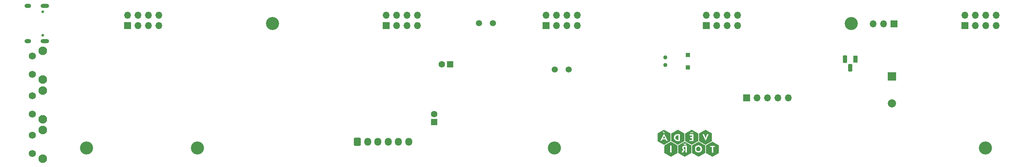
<source format=gbr>
%TF.GenerationSoftware,KiCad,Pcbnew,(6.0.4)*%
%TF.CreationDate,2022-06-05T17:20:23+02:00*%
%TF.ProjectId,Time-O-Mat_MoBo_H01,54696d65-2d4f-42d4-9d61-745f4d6f426f,rev?*%
%TF.SameCoordinates,Original*%
%TF.FileFunction,Soldermask,Bot*%
%TF.FilePolarity,Negative*%
%FSLAX46Y46*%
G04 Gerber Fmt 4.6, Leading zero omitted, Abs format (unit mm)*
G04 Created by KiCad (PCBNEW (6.0.4)) date 2022-06-05 17:20:23*
%MOMM*%
%LPD*%
G01*
G04 APERTURE LIST*
G04 Aperture macros list*
%AMRoundRect*
0 Rectangle with rounded corners*
0 $1 Rounding radius*
0 $2 $3 $4 $5 $6 $7 $8 $9 X,Y pos of 4 corners*
0 Add a 4 corners polygon primitive as box body*
4,1,4,$2,$3,$4,$5,$6,$7,$8,$9,$2,$3,0*
0 Add four circle primitives for the rounded corners*
1,1,$1+$1,$2,$3*
1,1,$1+$1,$4,$5*
1,1,$1+$1,$6,$7*
1,1,$1+$1,$8,$9*
0 Add four rect primitives between the rounded corners*
20,1,$1+$1,$2,$3,$4,$5,0*
20,1,$1+$1,$4,$5,$6,$7,0*
20,1,$1+$1,$6,$7,$8,$9,0*
20,1,$1+$1,$8,$9,$2,$3,0*%
G04 Aperture macros list end*
%ADD10C,0.010000*%
%ADD11C,2.100000*%
%ADD12C,1.750000*%
%ADD13C,0.650000*%
%ADD14O,1.600000X1.000000*%
%ADD15O,2.100000X1.000000*%
%ADD16RoundRect,0.250000X-0.600000X-0.725000X0.600000X-0.725000X0.600000X0.725000X-0.600000X0.725000X0*%
%ADD17O,1.700000X1.950000*%
%ADD18R,1.700000X1.700000*%
%ADD19O,1.700000X1.700000*%
%ADD20R,1.100000X1.800000*%
%ADD21RoundRect,0.275000X0.275000X0.625000X-0.275000X0.625000X-0.275000X-0.625000X0.275000X-0.625000X0*%
%ADD22C,3.200000*%
%ADD23C,1.000000*%
%ADD24R,1.000000X1.000000*%
%ADD25R,1.600000X1.600000*%
%ADD26C,1.600000*%
%ADD27R,2.000000X2.000000*%
%ADD28C,2.000000*%
%ADD29C,1.500000*%
G04 APERTURE END LIST*
%TO.C,G2*%
G36*
X159826905Y-35330053D02*
G01*
X159844898Y-35340632D01*
X159860253Y-35350385D01*
X159880007Y-35363717D01*
X159880007Y-37151281D01*
X159850170Y-37169078D01*
X159845904Y-37171609D01*
X159832444Y-37179390D01*
X159822501Y-37184829D01*
X159817976Y-37186875D01*
X159815989Y-37187621D01*
X159808341Y-37191829D01*
X159797510Y-37198512D01*
X159793159Y-37201265D01*
X159776732Y-37211191D01*
X159761255Y-37219996D01*
X159759190Y-37221125D01*
X159745398Y-37228856D01*
X159726800Y-37239481D01*
X159705515Y-37251774D01*
X159683656Y-37264508D01*
X159663341Y-37276458D01*
X159646685Y-37286395D01*
X159641751Y-37289327D01*
X159628539Y-37297039D01*
X159610616Y-37307400D01*
X159589693Y-37319422D01*
X159567484Y-37332117D01*
X159553832Y-37339903D01*
X159532574Y-37352047D01*
X159513823Y-37362780D01*
X159499225Y-37371161D01*
X159490423Y-37376246D01*
X159479243Y-37382720D01*
X159463788Y-37391602D01*
X159447612Y-37400849D01*
X159446444Y-37401515D01*
X159431358Y-37410198D01*
X159411578Y-37421675D01*
X159389539Y-37434531D01*
X159367675Y-37447350D01*
X159360950Y-37451290D01*
X159342730Y-37461795D01*
X159327614Y-37470270D01*
X159317017Y-37475931D01*
X159312357Y-37477993D01*
X159309305Y-37479043D01*
X159302390Y-37483815D01*
X159296107Y-37488242D01*
X159284399Y-37495392D01*
X159270317Y-37503318D01*
X159257555Y-37510506D01*
X159243803Y-37518882D01*
X159234420Y-37525324D01*
X159234378Y-37525357D01*
X159225699Y-37531214D01*
X159219658Y-37533648D01*
X159217582Y-37534278D01*
X159209108Y-37538364D01*
X159196178Y-37545409D01*
X159180635Y-37554431D01*
X159174364Y-37558152D01*
X159156101Y-37568794D01*
X159139155Y-37578427D01*
X159126526Y-37585334D01*
X159120023Y-37588837D01*
X159108315Y-37595584D01*
X159100840Y-37600487D01*
X159098825Y-37601903D01*
X159089729Y-37607553D01*
X159076140Y-37615512D01*
X159060169Y-37624534D01*
X159054374Y-37627757D01*
X159037035Y-37637460D01*
X159021628Y-37646161D01*
X159010936Y-37652291D01*
X159004127Y-37656263D01*
X158978373Y-37671260D01*
X158958212Y-37682938D01*
X158942191Y-37692135D01*
X158928855Y-37699686D01*
X158916751Y-37706426D01*
X158905650Y-37712804D01*
X158894304Y-37719914D01*
X158887828Y-37724726D01*
X158883473Y-37728058D01*
X158873596Y-37732830D01*
X158873042Y-37733025D01*
X158865246Y-37736721D01*
X158852039Y-37743760D01*
X158835123Y-37753212D01*
X158816200Y-37764148D01*
X158814761Y-37764993D01*
X158795173Y-37776498D01*
X158777111Y-37787106D01*
X158762526Y-37795671D01*
X158753372Y-37801047D01*
X158745491Y-37805633D01*
X158730840Y-37814064D01*
X158715537Y-37822790D01*
X158714949Y-37823124D01*
X158692055Y-37836152D01*
X158667403Y-37850253D01*
X158642143Y-37864763D01*
X158617424Y-37879017D01*
X158594394Y-37892348D01*
X158574203Y-37904093D01*
X158557999Y-37913586D01*
X158546932Y-37920162D01*
X158542151Y-37923156D01*
X158537663Y-37926034D01*
X158527433Y-37931929D01*
X158514324Y-37939108D01*
X158507397Y-37942913D01*
X158492930Y-37951045D01*
X158473927Y-37961843D01*
X158452018Y-37974371D01*
X158428831Y-37987692D01*
X158405999Y-38000868D01*
X158385149Y-38012962D01*
X158367914Y-38023038D01*
X158355921Y-38030159D01*
X158350315Y-38032587D01*
X158334792Y-38034285D01*
X158317307Y-38031472D01*
X158301252Y-38024498D01*
X158289980Y-38017732D01*
X158273999Y-38008603D01*
X158257455Y-37999509D01*
X158248588Y-37994651D01*
X158231328Y-37984967D01*
X158209952Y-37972801D01*
X158186352Y-37959231D01*
X158162419Y-37945336D01*
X158142127Y-37933563D01*
X158122935Y-37922578D01*
X158107464Y-37913883D01*
X158096935Y-37908165D01*
X158092565Y-37906107D01*
X158091755Y-37905898D01*
X158085553Y-37902376D01*
X158076291Y-37895883D01*
X158070519Y-37891830D01*
X158056278Y-37882892D01*
X158041258Y-37874439D01*
X158032485Y-37869776D01*
X158020700Y-37863302D01*
X158013430Y-37859033D01*
X158008422Y-37855907D01*
X157996693Y-37848917D01*
X157981281Y-37839946D01*
X157963769Y-37829892D01*
X157945741Y-37819652D01*
X157928781Y-37810125D01*
X157914472Y-37802208D01*
X157904397Y-37796800D01*
X157900141Y-37794797D01*
X157896319Y-37793053D01*
X157887252Y-37787631D01*
X157875252Y-37779813D01*
X157864531Y-37772853D01*
X157854709Y-37767056D01*
X157849649Y-37764829D01*
X157847358Y-37764102D01*
X157839240Y-37759888D01*
X157828186Y-37753166D01*
X157822330Y-37749429D01*
X157810195Y-37741879D01*
X157801514Y-37736730D01*
X157783431Y-37726591D01*
X157761406Y-37714129D01*
X157738843Y-37701266D01*
X157717342Y-37688923D01*
X157698505Y-37678017D01*
X157683931Y-37669469D01*
X157675220Y-37664197D01*
X157668927Y-37660304D01*
X157654065Y-37651488D01*
X157638831Y-37642808D01*
X157630233Y-37638000D01*
X157613739Y-37628693D01*
X157594326Y-37617674D01*
X157574613Y-37606427D01*
X157560503Y-37598370D01*
X157540742Y-37587137D01*
X157523167Y-37577201D01*
X157510396Y-37570046D01*
X157502313Y-37565493D01*
X157486711Y-37556430D01*
X157474007Y-37548731D01*
X157473202Y-37548225D01*
X157456388Y-37537958D01*
X157435260Y-37525453D01*
X157412145Y-37512048D01*
X157389369Y-37499080D01*
X157369257Y-37487887D01*
X157354135Y-37479805D01*
X157343158Y-37473983D01*
X157333134Y-37468216D01*
X157328448Y-37464904D01*
X157327975Y-37464450D01*
X157321900Y-37460451D01*
X157310694Y-37453933D01*
X157296339Y-37446060D01*
X157293568Y-37444569D01*
X157278645Y-37436202D01*
X157266526Y-37428882D01*
X157259613Y-37424048D01*
X157255131Y-37420591D01*
X157249703Y-37418057D01*
X157249044Y-37417874D01*
X157242527Y-37414680D01*
X157230514Y-37408120D01*
X157214437Y-37398991D01*
X157195733Y-37388089D01*
X157190092Y-37384774D01*
X157172014Y-37374307D01*
X157156990Y-37365846D01*
X157146451Y-37360185D01*
X157141829Y-37358121D01*
X157141080Y-37357967D01*
X157134767Y-37354610D01*
X157125498Y-37348244D01*
X157118348Y-37343366D01*
X157104024Y-37334700D01*
X157088704Y-37326359D01*
X157077828Y-37320639D01*
X157065893Y-37313924D01*
X157058736Y-37309343D01*
X157055662Y-37307205D01*
X157045602Y-37301122D01*
X157033049Y-37294212D01*
X157031827Y-37293565D01*
X157017961Y-37285860D01*
X157000689Y-37275822D01*
X156983457Y-37265450D01*
X156978675Y-37262536D01*
X156965028Y-37254513D01*
X156954770Y-37248915D01*
X156949829Y-37246811D01*
X156946987Y-37245766D01*
X156938532Y-37241035D01*
X156927223Y-37233783D01*
X156918100Y-37227889D01*
X156900720Y-37217431D01*
X156883790Y-37207977D01*
X156873373Y-37202352D01*
X156854664Y-37191890D01*
X156838257Y-37182334D01*
X156829546Y-37177186D01*
X156814696Y-37168728D01*
X156802938Y-37162395D01*
X156789024Y-37155322D01*
X156789024Y-36252712D01*
X156789033Y-36178667D01*
X158116178Y-36178667D01*
X158116182Y-36234147D01*
X158116221Y-36349346D01*
X158116302Y-36456039D01*
X158116424Y-36554221D01*
X158116587Y-36643888D01*
X158116791Y-36725036D01*
X158117036Y-36797660D01*
X158117322Y-36861756D01*
X158117649Y-36917319D01*
X158118018Y-36964346D01*
X158118427Y-37002833D01*
X158118877Y-37032774D01*
X158119369Y-37054166D01*
X158119901Y-37067004D01*
X158120474Y-37071285D01*
X158120476Y-37071285D01*
X158125496Y-37071679D01*
X158138189Y-37072807D01*
X158157704Y-37074589D01*
X158183191Y-37076946D01*
X158213800Y-37079800D01*
X158248681Y-37083071D01*
X158286984Y-37086681D01*
X158327859Y-37090550D01*
X158367630Y-37094299D01*
X158406713Y-37097935D01*
X158442668Y-37101231D01*
X158474594Y-37104108D01*
X158501594Y-37106484D01*
X158522767Y-37108281D01*
X158537216Y-37109418D01*
X158544041Y-37109815D01*
X158557135Y-37109815D01*
X158557135Y-35322381D01*
X158346289Y-35304065D01*
X158340818Y-35303590D01*
X158299178Y-35299998D01*
X158260032Y-35296658D01*
X158224242Y-35293641D01*
X158192670Y-35291019D01*
X158166179Y-35288863D01*
X158145630Y-35287244D01*
X158131887Y-35286233D01*
X158125810Y-35285900D01*
X158116178Y-35286050D01*
X158116178Y-36178667D01*
X156789033Y-36178667D01*
X156789038Y-36141334D01*
X156789080Y-36038308D01*
X156789151Y-35943427D01*
X156789251Y-35856484D01*
X156789383Y-35777272D01*
X156789546Y-35705585D01*
X156789743Y-35641216D01*
X156789974Y-35583959D01*
X156790241Y-35533606D01*
X156790543Y-35489951D01*
X156790884Y-35452788D01*
X156791263Y-35421909D01*
X156791682Y-35397108D01*
X156792141Y-35378178D01*
X156792643Y-35364912D01*
X156793188Y-35357104D01*
X156793776Y-35354548D01*
X156793889Y-35354542D01*
X156799560Y-35352245D01*
X156810873Y-35346395D01*
X156826241Y-35337847D01*
X156844080Y-35327455D01*
X156858930Y-35318680D01*
X156883932Y-35304086D01*
X156908947Y-35289659D01*
X156930302Y-35277526D01*
X156943216Y-35270241D01*
X156960017Y-35260661D01*
X156973536Y-35252834D01*
X156981676Y-35247968D01*
X156990696Y-35242477D01*
X157000941Y-35236589D01*
X157003168Y-35235374D01*
X157018827Y-35226689D01*
X157037195Y-35216320D01*
X157056819Y-35205108D01*
X157076246Y-35193894D01*
X157094026Y-35183522D01*
X157108705Y-35174832D01*
X157118832Y-35168666D01*
X157122953Y-35165866D01*
X157124644Y-35164449D01*
X157132356Y-35159696D01*
X157143637Y-35153645D01*
X157146700Y-35152054D01*
X157159334Y-35145198D01*
X157176780Y-35135474D01*
X157197150Y-35123939D01*
X157218557Y-35111651D01*
X157240319Y-35099073D01*
X157268406Y-35082856D01*
X157291113Y-35069771D01*
X157309671Y-35059118D01*
X157325308Y-35050193D01*
X157339252Y-35042293D01*
X157352733Y-35034715D01*
X157366978Y-35026757D01*
X157375548Y-35021946D01*
X157392043Y-35012501D01*
X157405654Y-35004473D01*
X157414071Y-34999215D01*
X157420782Y-34994947D01*
X157433800Y-34987218D01*
X157448320Y-34979014D01*
X157460430Y-34972285D01*
X157479684Y-34961412D01*
X157497553Y-34951156D01*
X157500429Y-34949487D01*
X157515301Y-34940872D01*
X157534804Y-34929590D01*
X157556737Y-34916915D01*
X157578895Y-34904120D01*
X157583053Y-34901718D01*
X157606515Y-34888126D01*
X157630209Y-34874337D01*
X157651581Y-34861841D01*
X157668082Y-34852123D01*
X157675720Y-34847616D01*
X157689263Y-34839730D01*
X157698875Y-34834282D01*
X157702847Y-34832249D01*
X157703113Y-34832164D01*
X157706822Y-34830237D01*
X157715150Y-34825566D01*
X157728557Y-34817885D01*
X157747504Y-34806929D01*
X157772450Y-34792432D01*
X157803857Y-34774127D01*
X157842185Y-34751748D01*
X157852415Y-34745797D01*
X157874719Y-34732952D01*
X157896752Y-34720405D01*
X157914964Y-34710184D01*
X157921732Y-34706404D01*
X157942230Y-34694761D01*
X157964779Y-34681744D01*
X157985603Y-34669526D01*
X157995063Y-34663955D01*
X158014873Y-34652494D01*
X158033424Y-34641999D01*
X158047679Y-34634198D01*
X158058638Y-34628174D01*
X158070522Y-34621095D01*
X158077647Y-34616165D01*
X158082105Y-34612992D01*
X158092968Y-34606539D01*
X158106353Y-34599440D01*
X158113057Y-34595954D01*
X158129345Y-34586986D01*
X158148453Y-34576025D01*
X158167510Y-34564703D01*
X158180034Y-34557229D01*
X158194549Y-34548909D01*
X158205171Y-34543231D01*
X158210207Y-34541131D01*
X158213289Y-34540144D01*
X158220035Y-34535128D01*
X158220637Y-34534575D01*
X158228207Y-34529265D01*
X158240671Y-34521766D01*
X158255660Y-34513515D01*
X158256082Y-34513293D01*
X158273231Y-34504057D01*
X158289854Y-34494795D01*
X158302407Y-34487480D01*
X158303587Y-34486767D01*
X158314023Y-34481233D01*
X158323815Y-34478270D01*
X158334285Y-34478196D01*
X158346759Y-34481329D01*
X158362559Y-34487986D01*
X158383010Y-34498485D01*
X158409436Y-34513143D01*
X158425264Y-34522104D01*
X158446355Y-34534144D01*
X158464623Y-34544685D01*
X158478520Y-34552831D01*
X158486496Y-34557689D01*
X158492925Y-34561633D01*
X158506878Y-34569581D01*
X158521852Y-34577583D01*
X158531802Y-34582925D01*
X158541763Y-34588876D01*
X158546432Y-34592505D01*
X158549569Y-34595115D01*
X158558585Y-34600713D01*
X158571012Y-34607505D01*
X158574987Y-34609599D01*
X158590922Y-34618366D01*
X158609810Y-34629148D01*
X158628368Y-34640082D01*
X158637141Y-34645294D01*
X158651166Y-34653369D01*
X158661416Y-34658932D01*
X158666127Y-34661003D01*
X158668622Y-34661962D01*
X158676698Y-34666620D01*
X158687710Y-34673847D01*
X158694973Y-34678662D01*
X158704675Y-34684437D01*
X158709984Y-34686690D01*
X158714384Y-34688468D01*
X158723990Y-34693886D01*
X158736344Y-34701674D01*
X158747396Y-34708838D01*
X158756498Y-34714492D01*
X158760525Y-34716658D01*
X158762705Y-34717681D01*
X158770980Y-34722212D01*
X158783869Y-34729535D01*
X158799752Y-34738735D01*
X158827475Y-34754830D01*
X158876133Y-34782615D01*
X158921032Y-34807659D01*
X158932129Y-34813929D01*
X158943926Y-34821004D01*
X158951000Y-34825757D01*
X158953667Y-34827621D01*
X158963315Y-34833570D01*
X158977371Y-34841758D01*
X158993811Y-34850991D01*
X158998434Y-34853550D01*
X159020202Y-34865747D01*
X159042903Y-34878654D01*
X159062309Y-34889871D01*
X159064204Y-34890979D01*
X159083482Y-34902172D01*
X159103461Y-34913652D01*
X159120105Y-34923099D01*
X159131479Y-34929503D01*
X159157161Y-34944069D01*
X159181824Y-34958186D01*
X159203853Y-34970923D01*
X159221635Y-34981350D01*
X159233555Y-34988536D01*
X159239647Y-34992220D01*
X159253424Y-35000299D01*
X159270732Y-35010263D01*
X159289210Y-35020748D01*
X159299151Y-35026376D01*
X159323476Y-35040324D01*
X159349042Y-35055168D01*
X159371723Y-35068521D01*
X159386930Y-35077422D01*
X159401614Y-35085707D01*
X159412211Y-35091327D01*
X159417103Y-35093398D01*
X159419107Y-35094029D01*
X159426838Y-35098353D01*
X159437337Y-35105425D01*
X159442425Y-35108983D01*
X159453587Y-35116121D01*
X159461400Y-35120226D01*
X159461754Y-35120372D01*
X159468435Y-35123819D01*
X159481071Y-35130819D01*
X159498403Y-35140658D01*
X159519172Y-35152621D01*
X159542117Y-35165995D01*
X159546020Y-35168281D01*
X159568158Y-35181191D01*
X159587494Y-35192371D01*
X159602883Y-35201167D01*
X159613182Y-35206924D01*
X159617248Y-35208989D01*
X159619050Y-35209739D01*
X159626428Y-35213928D01*
X159637137Y-35220567D01*
X159642385Y-35223881D01*
X159656462Y-35232466D01*
X159668091Y-35239185D01*
X159670553Y-35240557D01*
X159681231Y-35246650D01*
X159696926Y-35255716D01*
X159715944Y-35266773D01*
X159736589Y-35278839D01*
X159742921Y-35282542D01*
X159764924Y-35295293D01*
X159785912Y-35307299D01*
X159803767Y-35317355D01*
X159812950Y-35322381D01*
X159816371Y-35324254D01*
X159826905Y-35330053D01*
G37*
D10*
X159826905Y-35330053D02*
X159844898Y-35340632D01*
X159860253Y-35350385D01*
X159880007Y-35363717D01*
X159880007Y-37151281D01*
X159850170Y-37169078D01*
X159845904Y-37171609D01*
X159832444Y-37179390D01*
X159822501Y-37184829D01*
X159817976Y-37186875D01*
X159815989Y-37187621D01*
X159808341Y-37191829D01*
X159797510Y-37198512D01*
X159793159Y-37201265D01*
X159776732Y-37211191D01*
X159761255Y-37219996D01*
X159759190Y-37221125D01*
X159745398Y-37228856D01*
X159726800Y-37239481D01*
X159705515Y-37251774D01*
X159683656Y-37264508D01*
X159663341Y-37276458D01*
X159646685Y-37286395D01*
X159641751Y-37289327D01*
X159628539Y-37297039D01*
X159610616Y-37307400D01*
X159589693Y-37319422D01*
X159567484Y-37332117D01*
X159553832Y-37339903D01*
X159532574Y-37352047D01*
X159513823Y-37362780D01*
X159499225Y-37371161D01*
X159490423Y-37376246D01*
X159479243Y-37382720D01*
X159463788Y-37391602D01*
X159447612Y-37400849D01*
X159446444Y-37401515D01*
X159431358Y-37410198D01*
X159411578Y-37421675D01*
X159389539Y-37434531D01*
X159367675Y-37447350D01*
X159360950Y-37451290D01*
X159342730Y-37461795D01*
X159327614Y-37470270D01*
X159317017Y-37475931D01*
X159312357Y-37477993D01*
X159309305Y-37479043D01*
X159302390Y-37483815D01*
X159296107Y-37488242D01*
X159284399Y-37495392D01*
X159270317Y-37503318D01*
X159257555Y-37510506D01*
X159243803Y-37518882D01*
X159234420Y-37525324D01*
X159234378Y-37525357D01*
X159225699Y-37531214D01*
X159219658Y-37533648D01*
X159217582Y-37534278D01*
X159209108Y-37538364D01*
X159196178Y-37545409D01*
X159180635Y-37554431D01*
X159174364Y-37558152D01*
X159156101Y-37568794D01*
X159139155Y-37578427D01*
X159126526Y-37585334D01*
X159120023Y-37588837D01*
X159108315Y-37595584D01*
X159100840Y-37600487D01*
X159098825Y-37601903D01*
X159089729Y-37607553D01*
X159076140Y-37615512D01*
X159060169Y-37624534D01*
X159054374Y-37627757D01*
X159037035Y-37637460D01*
X159021628Y-37646161D01*
X159010936Y-37652291D01*
X159004127Y-37656263D01*
X158978373Y-37671260D01*
X158958212Y-37682938D01*
X158942191Y-37692135D01*
X158928855Y-37699686D01*
X158916751Y-37706426D01*
X158905650Y-37712804D01*
X158894304Y-37719914D01*
X158887828Y-37724726D01*
X158883473Y-37728058D01*
X158873596Y-37732830D01*
X158873042Y-37733025D01*
X158865246Y-37736721D01*
X158852039Y-37743760D01*
X158835123Y-37753212D01*
X158816200Y-37764148D01*
X158814761Y-37764993D01*
X158795173Y-37776498D01*
X158777111Y-37787106D01*
X158762526Y-37795671D01*
X158753372Y-37801047D01*
X158745491Y-37805633D01*
X158730840Y-37814064D01*
X158715537Y-37822790D01*
X158714949Y-37823124D01*
X158692055Y-37836152D01*
X158667403Y-37850253D01*
X158642143Y-37864763D01*
X158617424Y-37879017D01*
X158594394Y-37892348D01*
X158574203Y-37904093D01*
X158557999Y-37913586D01*
X158546932Y-37920162D01*
X158542151Y-37923156D01*
X158537663Y-37926034D01*
X158527433Y-37931929D01*
X158514324Y-37939108D01*
X158507397Y-37942913D01*
X158492930Y-37951045D01*
X158473927Y-37961843D01*
X158452018Y-37974371D01*
X158428831Y-37987692D01*
X158405999Y-38000868D01*
X158385149Y-38012962D01*
X158367914Y-38023038D01*
X158355921Y-38030159D01*
X158350315Y-38032587D01*
X158334792Y-38034285D01*
X158317307Y-38031472D01*
X158301252Y-38024498D01*
X158289980Y-38017732D01*
X158273999Y-38008603D01*
X158257455Y-37999509D01*
X158248588Y-37994651D01*
X158231328Y-37984967D01*
X158209952Y-37972801D01*
X158186352Y-37959231D01*
X158162419Y-37945336D01*
X158142127Y-37933563D01*
X158122935Y-37922578D01*
X158107464Y-37913883D01*
X158096935Y-37908165D01*
X158092565Y-37906107D01*
X158091755Y-37905898D01*
X158085553Y-37902376D01*
X158076291Y-37895883D01*
X158070519Y-37891830D01*
X158056278Y-37882892D01*
X158041258Y-37874439D01*
X158032485Y-37869776D01*
X158020700Y-37863302D01*
X158013430Y-37859033D01*
X158008422Y-37855907D01*
X157996693Y-37848917D01*
X157981281Y-37839946D01*
X157963769Y-37829892D01*
X157945741Y-37819652D01*
X157928781Y-37810125D01*
X157914472Y-37802208D01*
X157904397Y-37796800D01*
X157900141Y-37794797D01*
X157896319Y-37793053D01*
X157887252Y-37787631D01*
X157875252Y-37779813D01*
X157864531Y-37772853D01*
X157854709Y-37767056D01*
X157849649Y-37764829D01*
X157847358Y-37764102D01*
X157839240Y-37759888D01*
X157828186Y-37753166D01*
X157822330Y-37749429D01*
X157810195Y-37741879D01*
X157801514Y-37736730D01*
X157783431Y-37726591D01*
X157761406Y-37714129D01*
X157738843Y-37701266D01*
X157717342Y-37688923D01*
X157698505Y-37678017D01*
X157683931Y-37669469D01*
X157675220Y-37664197D01*
X157668927Y-37660304D01*
X157654065Y-37651488D01*
X157638831Y-37642808D01*
X157630233Y-37638000D01*
X157613739Y-37628693D01*
X157594326Y-37617674D01*
X157574613Y-37606427D01*
X157560503Y-37598370D01*
X157540742Y-37587137D01*
X157523167Y-37577201D01*
X157510396Y-37570046D01*
X157502313Y-37565493D01*
X157486711Y-37556430D01*
X157474007Y-37548731D01*
X157473202Y-37548225D01*
X157456388Y-37537958D01*
X157435260Y-37525453D01*
X157412145Y-37512048D01*
X157389369Y-37499080D01*
X157369257Y-37487887D01*
X157354135Y-37479805D01*
X157343158Y-37473983D01*
X157333134Y-37468216D01*
X157328448Y-37464904D01*
X157327975Y-37464450D01*
X157321900Y-37460451D01*
X157310694Y-37453933D01*
X157296339Y-37446060D01*
X157293568Y-37444569D01*
X157278645Y-37436202D01*
X157266526Y-37428882D01*
X157259613Y-37424048D01*
X157255131Y-37420591D01*
X157249703Y-37418057D01*
X157249044Y-37417874D01*
X157242527Y-37414680D01*
X157230514Y-37408120D01*
X157214437Y-37398991D01*
X157195733Y-37388089D01*
X157190092Y-37384774D01*
X157172014Y-37374307D01*
X157156990Y-37365846D01*
X157146451Y-37360185D01*
X157141829Y-37358121D01*
X157141080Y-37357967D01*
X157134767Y-37354610D01*
X157125498Y-37348244D01*
X157118348Y-37343366D01*
X157104024Y-37334700D01*
X157088704Y-37326359D01*
X157077828Y-37320639D01*
X157065893Y-37313924D01*
X157058736Y-37309343D01*
X157055662Y-37307205D01*
X157045602Y-37301122D01*
X157033049Y-37294212D01*
X157031827Y-37293565D01*
X157017961Y-37285860D01*
X157000689Y-37275822D01*
X156983457Y-37265450D01*
X156978675Y-37262536D01*
X156965028Y-37254513D01*
X156954770Y-37248915D01*
X156949829Y-37246811D01*
X156946987Y-37245766D01*
X156938532Y-37241035D01*
X156927223Y-37233783D01*
X156918100Y-37227889D01*
X156900720Y-37217431D01*
X156883790Y-37207977D01*
X156873373Y-37202352D01*
X156854664Y-37191890D01*
X156838257Y-37182334D01*
X156829546Y-37177186D01*
X156814696Y-37168728D01*
X156802938Y-37162395D01*
X156789024Y-37155322D01*
X156789024Y-36252712D01*
X156789033Y-36178667D01*
X158116178Y-36178667D01*
X158116182Y-36234147D01*
X158116221Y-36349346D01*
X158116302Y-36456039D01*
X158116424Y-36554221D01*
X158116587Y-36643888D01*
X158116791Y-36725036D01*
X158117036Y-36797660D01*
X158117322Y-36861756D01*
X158117649Y-36917319D01*
X158118018Y-36964346D01*
X158118427Y-37002833D01*
X158118877Y-37032774D01*
X158119369Y-37054166D01*
X158119901Y-37067004D01*
X158120474Y-37071285D01*
X158120476Y-37071285D01*
X158125496Y-37071679D01*
X158138189Y-37072807D01*
X158157704Y-37074589D01*
X158183191Y-37076946D01*
X158213800Y-37079800D01*
X158248681Y-37083071D01*
X158286984Y-37086681D01*
X158327859Y-37090550D01*
X158367630Y-37094299D01*
X158406713Y-37097935D01*
X158442668Y-37101231D01*
X158474594Y-37104108D01*
X158501594Y-37106484D01*
X158522767Y-37108281D01*
X158537216Y-37109418D01*
X158544041Y-37109815D01*
X158557135Y-37109815D01*
X158557135Y-35322381D01*
X158346289Y-35304065D01*
X158340818Y-35303590D01*
X158299178Y-35299998D01*
X158260032Y-35296658D01*
X158224242Y-35293641D01*
X158192670Y-35291019D01*
X158166179Y-35288863D01*
X158145630Y-35287244D01*
X158131887Y-35286233D01*
X158125810Y-35285900D01*
X158116178Y-35286050D01*
X158116178Y-36178667D01*
X156789033Y-36178667D01*
X156789038Y-36141334D01*
X156789080Y-36038308D01*
X156789151Y-35943427D01*
X156789251Y-35856484D01*
X156789383Y-35777272D01*
X156789546Y-35705585D01*
X156789743Y-35641216D01*
X156789974Y-35583959D01*
X156790241Y-35533606D01*
X156790543Y-35489951D01*
X156790884Y-35452788D01*
X156791263Y-35421909D01*
X156791682Y-35397108D01*
X156792141Y-35378178D01*
X156792643Y-35364912D01*
X156793188Y-35357104D01*
X156793776Y-35354548D01*
X156793889Y-35354542D01*
X156799560Y-35352245D01*
X156810873Y-35346395D01*
X156826241Y-35337847D01*
X156844080Y-35327455D01*
X156858930Y-35318680D01*
X156883932Y-35304086D01*
X156908947Y-35289659D01*
X156930302Y-35277526D01*
X156943216Y-35270241D01*
X156960017Y-35260661D01*
X156973536Y-35252834D01*
X156981676Y-35247968D01*
X156990696Y-35242477D01*
X157000941Y-35236589D01*
X157003168Y-35235374D01*
X157018827Y-35226689D01*
X157037195Y-35216320D01*
X157056819Y-35205108D01*
X157076246Y-35193894D01*
X157094026Y-35183522D01*
X157108705Y-35174832D01*
X157118832Y-35168666D01*
X157122953Y-35165866D01*
X157124644Y-35164449D01*
X157132356Y-35159696D01*
X157143637Y-35153645D01*
X157146700Y-35152054D01*
X157159334Y-35145198D01*
X157176780Y-35135474D01*
X157197150Y-35123939D01*
X157218557Y-35111651D01*
X157240319Y-35099073D01*
X157268406Y-35082856D01*
X157291113Y-35069771D01*
X157309671Y-35059118D01*
X157325308Y-35050193D01*
X157339252Y-35042293D01*
X157352733Y-35034715D01*
X157366978Y-35026757D01*
X157375548Y-35021946D01*
X157392043Y-35012501D01*
X157405654Y-35004473D01*
X157414071Y-34999215D01*
X157420782Y-34994947D01*
X157433800Y-34987218D01*
X157448320Y-34979014D01*
X157460430Y-34972285D01*
X157479684Y-34961412D01*
X157497553Y-34951156D01*
X157500429Y-34949487D01*
X157515301Y-34940872D01*
X157534804Y-34929590D01*
X157556737Y-34916915D01*
X157578895Y-34904120D01*
X157583053Y-34901718D01*
X157606515Y-34888126D01*
X157630209Y-34874337D01*
X157651581Y-34861841D01*
X157668082Y-34852123D01*
X157675720Y-34847616D01*
X157689263Y-34839730D01*
X157698875Y-34834282D01*
X157702847Y-34832249D01*
X157703113Y-34832164D01*
X157706822Y-34830237D01*
X157715150Y-34825566D01*
X157728557Y-34817885D01*
X157747504Y-34806929D01*
X157772450Y-34792432D01*
X157803857Y-34774127D01*
X157842185Y-34751748D01*
X157852415Y-34745797D01*
X157874719Y-34732952D01*
X157896752Y-34720405D01*
X157914964Y-34710184D01*
X157921732Y-34706404D01*
X157942230Y-34694761D01*
X157964779Y-34681744D01*
X157985603Y-34669526D01*
X157995063Y-34663955D01*
X158014873Y-34652494D01*
X158033424Y-34641999D01*
X158047679Y-34634198D01*
X158058638Y-34628174D01*
X158070522Y-34621095D01*
X158077647Y-34616165D01*
X158082105Y-34612992D01*
X158092968Y-34606539D01*
X158106353Y-34599440D01*
X158113057Y-34595954D01*
X158129345Y-34586986D01*
X158148453Y-34576025D01*
X158167510Y-34564703D01*
X158180034Y-34557229D01*
X158194549Y-34548909D01*
X158205171Y-34543231D01*
X158210207Y-34541131D01*
X158213289Y-34540144D01*
X158220035Y-34535128D01*
X158220637Y-34534575D01*
X158228207Y-34529265D01*
X158240671Y-34521766D01*
X158255660Y-34513515D01*
X158256082Y-34513293D01*
X158273231Y-34504057D01*
X158289854Y-34494795D01*
X158302407Y-34487480D01*
X158303587Y-34486767D01*
X158314023Y-34481233D01*
X158323815Y-34478270D01*
X158334285Y-34478196D01*
X158346759Y-34481329D01*
X158362559Y-34487986D01*
X158383010Y-34498485D01*
X158409436Y-34513143D01*
X158425264Y-34522104D01*
X158446355Y-34534144D01*
X158464623Y-34544685D01*
X158478520Y-34552831D01*
X158486496Y-34557689D01*
X158492925Y-34561633D01*
X158506878Y-34569581D01*
X158521852Y-34577583D01*
X158531802Y-34582925D01*
X158541763Y-34588876D01*
X158546432Y-34592505D01*
X158549569Y-34595115D01*
X158558585Y-34600713D01*
X158571012Y-34607505D01*
X158574987Y-34609599D01*
X158590922Y-34618366D01*
X158609810Y-34629148D01*
X158628368Y-34640082D01*
X158637141Y-34645294D01*
X158651166Y-34653369D01*
X158661416Y-34658932D01*
X158666127Y-34661003D01*
X158668622Y-34661962D01*
X158676698Y-34666620D01*
X158687710Y-34673847D01*
X158694973Y-34678662D01*
X158704675Y-34684437D01*
X158709984Y-34686690D01*
X158714384Y-34688468D01*
X158723990Y-34693886D01*
X158736344Y-34701674D01*
X158747396Y-34708838D01*
X158756498Y-34714492D01*
X158760525Y-34716658D01*
X158762705Y-34717681D01*
X158770980Y-34722212D01*
X158783869Y-34729535D01*
X158799752Y-34738735D01*
X158827475Y-34754830D01*
X158876133Y-34782615D01*
X158921032Y-34807659D01*
X158932129Y-34813929D01*
X158943926Y-34821004D01*
X158951000Y-34825757D01*
X158953667Y-34827621D01*
X158963315Y-34833570D01*
X158977371Y-34841758D01*
X158993811Y-34850991D01*
X158998434Y-34853550D01*
X159020202Y-34865747D01*
X159042903Y-34878654D01*
X159062309Y-34889871D01*
X159064204Y-34890979D01*
X159083482Y-34902172D01*
X159103461Y-34913652D01*
X159120105Y-34923099D01*
X159131479Y-34929503D01*
X159157161Y-34944069D01*
X159181824Y-34958186D01*
X159203853Y-34970923D01*
X159221635Y-34981350D01*
X159233555Y-34988536D01*
X159239647Y-34992220D01*
X159253424Y-35000299D01*
X159270732Y-35010263D01*
X159289210Y-35020748D01*
X159299151Y-35026376D01*
X159323476Y-35040324D01*
X159349042Y-35055168D01*
X159371723Y-35068521D01*
X159386930Y-35077422D01*
X159401614Y-35085707D01*
X159412211Y-35091327D01*
X159417103Y-35093398D01*
X159419107Y-35094029D01*
X159426838Y-35098353D01*
X159437337Y-35105425D01*
X159442425Y-35108983D01*
X159453587Y-35116121D01*
X159461400Y-35120226D01*
X159461754Y-35120372D01*
X159468435Y-35123819D01*
X159481071Y-35130819D01*
X159498403Y-35140658D01*
X159519172Y-35152621D01*
X159542117Y-35165995D01*
X159546020Y-35168281D01*
X159568158Y-35181191D01*
X159587494Y-35192371D01*
X159602883Y-35201167D01*
X159613182Y-35206924D01*
X159617248Y-35208989D01*
X159619050Y-35209739D01*
X159626428Y-35213928D01*
X159637137Y-35220567D01*
X159642385Y-35223881D01*
X159656462Y-35232466D01*
X159668091Y-35239185D01*
X159670553Y-35240557D01*
X159681231Y-35246650D01*
X159696926Y-35255716D01*
X159715944Y-35266773D01*
X159736589Y-35278839D01*
X159742921Y-35282542D01*
X159764924Y-35295293D01*
X159785912Y-35307299D01*
X159803767Y-35317355D01*
X159812950Y-35322381D01*
X159816371Y-35324254D01*
X159826905Y-35330053D01*
G36*
X168287095Y-34231812D02*
G01*
X168286101Y-34232396D01*
X168274823Y-34238978D01*
X168259523Y-34247861D01*
X168243213Y-34257295D01*
X168221582Y-34269782D01*
X168183700Y-34291653D01*
X168152250Y-34309817D01*
X168126573Y-34324654D01*
X168106014Y-34336545D01*
X168089914Y-34345869D01*
X168077619Y-34353008D01*
X168068469Y-34358341D01*
X168061810Y-34362248D01*
X168056983Y-34365110D01*
X168054707Y-34366462D01*
X168042745Y-34373371D01*
X168033437Y-34378466D01*
X168030058Y-34380232D01*
X168025449Y-34382738D01*
X168018999Y-34386365D01*
X168009596Y-34391750D01*
X167996129Y-34399529D01*
X167977484Y-34410342D01*
X167952551Y-34424824D01*
X167940928Y-34431531D01*
X167926882Y-34439490D01*
X167916956Y-34444931D01*
X167912782Y-34446946D01*
X167909358Y-34448715D01*
X167900662Y-34454134D01*
X167888837Y-34461930D01*
X167878068Y-34468816D01*
X167867632Y-34474666D01*
X167861756Y-34476914D01*
X167855541Y-34479139D01*
X167846714Y-34484839D01*
X167838906Y-34490210D01*
X167825698Y-34498343D01*
X167810818Y-34506842D01*
X167797049Y-34514535D01*
X167778287Y-34525219D01*
X167757080Y-34537438D01*
X167735898Y-34549774D01*
X167728956Y-34553829D01*
X167707976Y-34565995D01*
X167682189Y-34580858D01*
X167653460Y-34597347D01*
X167623649Y-34614392D01*
X167594620Y-34630924D01*
X167576265Y-34641379D01*
X167551472Y-34655587D01*
X167529471Y-34668293D01*
X167511426Y-34678820D01*
X167498505Y-34686491D01*
X167491873Y-34690628D01*
X167482675Y-34696346D01*
X167468830Y-34704229D01*
X167453343Y-34712566D01*
X167453333Y-34712571D01*
X167437853Y-34720865D01*
X167424014Y-34728644D01*
X167414812Y-34734224D01*
X167408125Y-34738445D01*
X167394811Y-34746505D01*
X167377465Y-34756813D01*
X167357941Y-34768282D01*
X167338095Y-34779821D01*
X167319780Y-34790343D01*
X167304850Y-34798760D01*
X167268992Y-34818839D01*
X167194790Y-34861429D01*
X167183179Y-34868135D01*
X167168998Y-34876130D01*
X167158870Y-34881597D01*
X167154456Y-34883622D01*
X167151872Y-34884737D01*
X167145438Y-34889558D01*
X167140076Y-34893461D01*
X167128793Y-34900502D01*
X167115133Y-34908268D01*
X167113126Y-34909363D01*
X167099327Y-34917060D01*
X167080764Y-34927593D01*
X167059618Y-34939719D01*
X167038072Y-34952193D01*
X167031857Y-34955805D01*
X167011862Y-34967349D01*
X166994007Y-34977548D01*
X166980042Y-34985408D01*
X166971714Y-34989934D01*
X166965343Y-34993368D01*
X166951800Y-35001138D01*
X166937465Y-35009770D01*
X166928334Y-35015331D01*
X166915009Y-35023160D01*
X166905357Y-35028491D01*
X166901788Y-35030428D01*
X166890856Y-35036657D01*
X166875018Y-35045864D01*
X166855797Y-35057162D01*
X166834718Y-35069661D01*
X166816592Y-35080312D01*
X166794578Y-35092477D01*
X166777527Y-35100442D01*
X166764159Y-35104556D01*
X166753192Y-35105167D01*
X166743346Y-35102626D01*
X166733338Y-35097281D01*
X166729458Y-35094895D01*
X166717223Y-35087597D01*
X166699804Y-35077360D01*
X166678674Y-35065036D01*
X166655306Y-35051477D01*
X166631173Y-35037535D01*
X166607747Y-35024061D01*
X166586502Y-35011908D01*
X166568910Y-35001927D01*
X166556444Y-34994970D01*
X166551111Y-34992008D01*
X166535844Y-34983360D01*
X166515655Y-34971787D01*
X166492173Y-34958237D01*
X166467029Y-34943655D01*
X166441851Y-34928987D01*
X166418270Y-34915180D01*
X166397914Y-34903179D01*
X166382412Y-34893931D01*
X166370215Y-34886745D01*
X166360558Y-34881388D01*
X166356065Y-34879341D01*
X166356043Y-34879340D01*
X166351660Y-34877170D01*
X166341115Y-34871346D01*
X166325595Y-34862540D01*
X166306285Y-34851424D01*
X166284368Y-34838670D01*
X166283681Y-34838268D01*
X166261863Y-34825561D01*
X166242727Y-34814510D01*
X166227446Y-34805785D01*
X166217195Y-34800058D01*
X166213151Y-34798000D01*
X166209735Y-34796230D01*
X166201046Y-34790811D01*
X166189224Y-34783016D01*
X166178468Y-34776110D01*
X166168196Y-34770274D01*
X166162539Y-34768032D01*
X166157794Y-34766275D01*
X166147860Y-34760855D01*
X166135351Y-34753048D01*
X166124311Y-34745871D01*
X166115324Y-34740226D01*
X166111446Y-34738064D01*
X166109280Y-34737010D01*
X166101029Y-34732459D01*
X166088141Y-34725140D01*
X166072219Y-34715957D01*
X166063459Y-34710895D01*
X166043638Y-34699585D01*
X166024981Y-34689110D01*
X166010599Y-34681221D01*
X165999624Y-34675101D01*
X165987607Y-34667818D01*
X165980294Y-34662657D01*
X165975831Y-34659242D01*
X165970408Y-34656722D01*
X165970217Y-34656686D01*
X165964869Y-34654080D01*
X165953497Y-34647831D01*
X165937277Y-34638607D01*
X165917381Y-34627073D01*
X165894984Y-34613896D01*
X165871611Y-34600120D01*
X165848364Y-34586548D01*
X165827593Y-34574549D01*
X165810924Y-34565062D01*
X165799981Y-34559025D01*
X165798835Y-34558414D01*
X165785693Y-34551181D01*
X165767675Y-34541004D01*
X165747003Y-34529149D01*
X165725903Y-34516881D01*
X165722809Y-34515069D01*
X165702113Y-34502995D01*
X165682574Y-34491665D01*
X165666266Y-34482278D01*
X165655264Y-34476034D01*
X165647360Y-34471589D01*
X165635315Y-34464728D01*
X165619672Y-34455736D01*
X165599671Y-34444175D01*
X165574554Y-34429607D01*
X165543563Y-34411592D01*
X165505940Y-34389693D01*
X165502243Y-34387545D01*
X165484319Y-34377285D01*
X165469344Y-34368956D01*
X165458792Y-34363366D01*
X165454138Y-34361323D01*
X165452291Y-34360709D01*
X165444780Y-34356462D01*
X165434357Y-34349507D01*
X165426312Y-34344133D01*
X165410290Y-34334357D01*
X165394115Y-34325337D01*
X165383168Y-34319405D01*
X165371277Y-34312488D01*
X165364147Y-34307745D01*
X165360219Y-34304809D01*
X165353444Y-34300876D01*
X165351814Y-34300113D01*
X165343698Y-34295790D01*
X165330981Y-34288722D01*
X165315604Y-34279982D01*
X165297095Y-34269367D01*
X165271823Y-34254934D01*
X165252535Y-34244022D01*
X165238345Y-34236143D01*
X165228368Y-34230809D01*
X165221721Y-34227531D01*
X165217518Y-34225820D01*
X165216907Y-34225477D01*
X165216091Y-34224353D01*
X165215343Y-34222177D01*
X165214658Y-34218608D01*
X165214035Y-34213304D01*
X165213470Y-34205925D01*
X165212961Y-34196128D01*
X165212504Y-34183573D01*
X165212097Y-34167917D01*
X165211737Y-34148820D01*
X165211421Y-34125941D01*
X165211146Y-34098937D01*
X165210909Y-34067467D01*
X165210708Y-34031191D01*
X165210540Y-33989766D01*
X165210402Y-33942851D01*
X165210290Y-33890105D01*
X165210203Y-33831187D01*
X165210137Y-33765755D01*
X165210089Y-33693467D01*
X165210057Y-33613983D01*
X165210038Y-33526960D01*
X165210028Y-33432058D01*
X165210026Y-33328935D01*
X165210027Y-33256427D01*
X165210034Y-33159047D01*
X165210050Y-33069651D01*
X165210078Y-32987897D01*
X165210121Y-32913444D01*
X165210181Y-32845949D01*
X165210262Y-32785072D01*
X165210365Y-32730471D01*
X165210495Y-32681804D01*
X165210654Y-32638730D01*
X165210845Y-32600907D01*
X165211071Y-32567995D01*
X165211194Y-32554764D01*
X165980631Y-32554764D01*
X165980953Y-32555575D01*
X165984170Y-32562881D01*
X165990711Y-32577480D01*
X166000417Y-32599024D01*
X166013130Y-32627164D01*
X166028691Y-32661550D01*
X166046942Y-32701834D01*
X166067725Y-32747667D01*
X166090881Y-32798699D01*
X166116251Y-32854582D01*
X166143678Y-32914966D01*
X166173002Y-32979503D01*
X166204066Y-33047844D01*
X166236711Y-33119640D01*
X166270778Y-33194541D01*
X166306110Y-33272199D01*
X166342547Y-33352264D01*
X166379931Y-33434389D01*
X166395952Y-33469571D01*
X166432993Y-33550861D01*
X166469057Y-33629935D01*
X166503983Y-33706444D01*
X166537611Y-33780038D01*
X166569781Y-33850370D01*
X166600333Y-33917090D01*
X166629107Y-33979851D01*
X166655942Y-34038302D01*
X166680677Y-34092097D01*
X166703153Y-34140885D01*
X166723210Y-34184318D01*
X166740687Y-34222048D01*
X166755423Y-34253726D01*
X166767259Y-34279003D01*
X166776034Y-34297531D01*
X166781588Y-34308960D01*
X166783761Y-34312943D01*
X166788155Y-34311104D01*
X166793135Y-34303821D01*
X166796459Y-34296407D01*
X166803306Y-34280931D01*
X166813081Y-34258716D01*
X166825596Y-34230190D01*
X166840665Y-34195782D01*
X166858101Y-34155922D01*
X166877718Y-34111038D01*
X166899327Y-34061561D01*
X166922743Y-34007917D01*
X166947779Y-33950538D01*
X166974249Y-33889851D01*
X167001964Y-33826287D01*
X167030739Y-33760273D01*
X167060386Y-33692239D01*
X167090720Y-33622614D01*
X167121553Y-33551828D01*
X167152698Y-33480308D01*
X167183969Y-33408485D01*
X167215178Y-33336787D01*
X167246140Y-33265643D01*
X167276666Y-33195482D01*
X167306572Y-33126734D01*
X167335669Y-33059828D01*
X167363771Y-32995191D01*
X167390691Y-32933255D01*
X167416242Y-32874447D01*
X167440238Y-32819197D01*
X167462492Y-32767933D01*
X167482817Y-32721085D01*
X167501026Y-32679082D01*
X167516933Y-32642353D01*
X167530350Y-32611327D01*
X167541091Y-32586433D01*
X167548970Y-32568100D01*
X167553798Y-32556757D01*
X167555391Y-32552833D01*
X167552880Y-32552140D01*
X167542858Y-32549989D01*
X167526093Y-32546614D01*
X167503531Y-32542190D01*
X167476120Y-32536897D01*
X167444807Y-32530910D01*
X167410538Y-32524407D01*
X167374262Y-32517565D01*
X167336924Y-32510561D01*
X167299472Y-32503572D01*
X167262854Y-32496775D01*
X167228015Y-32490347D01*
X167195904Y-32484465D01*
X167167468Y-32479307D01*
X167143653Y-32475049D01*
X167125406Y-32471868D01*
X167113675Y-32469942D01*
X167109407Y-32469447D01*
X167108971Y-32470519D01*
X167106004Y-32478457D01*
X167100399Y-32493696D01*
X167092341Y-32515734D01*
X167082011Y-32544066D01*
X167069593Y-32578189D01*
X167055270Y-32617598D01*
X167039225Y-32661791D01*
X167021640Y-32710263D01*
X167002700Y-32762511D01*
X166982586Y-32818031D01*
X166961483Y-32876318D01*
X166939572Y-32936870D01*
X166928491Y-32967477D01*
X166906953Y-33026817D01*
X166886285Y-33083566D01*
X166866670Y-33137228D01*
X166848294Y-33187304D01*
X166831341Y-33233299D01*
X166815995Y-33274715D01*
X166802440Y-33311056D01*
X166790862Y-33341824D01*
X166781444Y-33366522D01*
X166774370Y-33384655D01*
X166769826Y-33395724D01*
X166767995Y-33399233D01*
X166767510Y-33398223D01*
X166764383Y-33390384D01*
X166758581Y-33375241D01*
X166750294Y-33353302D01*
X166739708Y-33325072D01*
X166727013Y-33291059D01*
X166712396Y-33251768D01*
X166696046Y-33207706D01*
X166678151Y-33159380D01*
X166658900Y-33107296D01*
X166638481Y-33051961D01*
X166617082Y-32993881D01*
X166594891Y-32933563D01*
X166584659Y-32905737D01*
X166562842Y-32846432D01*
X166541925Y-32789620D01*
X166522097Y-32735805D01*
X166503542Y-32685490D01*
X166486447Y-32639181D01*
X166470999Y-32597380D01*
X166457385Y-32560592D01*
X166445789Y-32529322D01*
X166436399Y-32504073D01*
X166429402Y-32485349D01*
X166424982Y-32473655D01*
X166423328Y-32469494D01*
X166420955Y-32469602D01*
X166411116Y-32471058D01*
X166394531Y-32473872D01*
X166372146Y-32477860D01*
X166344909Y-32482839D01*
X166313770Y-32488628D01*
X166279674Y-32495044D01*
X166243571Y-32501903D01*
X166206408Y-32509025D01*
X166169133Y-32516225D01*
X166132693Y-32523322D01*
X166098037Y-32530132D01*
X166066112Y-32536474D01*
X166037866Y-32542165D01*
X166014247Y-32547022D01*
X165996203Y-32550862D01*
X165984682Y-32553504D01*
X165980631Y-32554764D01*
X165211194Y-32554764D01*
X165211334Y-32539650D01*
X165211637Y-32515533D01*
X165211983Y-32495300D01*
X165212376Y-32478612D01*
X165212817Y-32465125D01*
X165213311Y-32454499D01*
X165213859Y-32446393D01*
X165214464Y-32440463D01*
X165215130Y-32436370D01*
X165215859Y-32433772D01*
X165216654Y-32432327D01*
X165217518Y-32431693D01*
X165220608Y-32430276D01*
X165230696Y-32424981D01*
X165244970Y-32417065D01*
X165261399Y-32407642D01*
X165298710Y-32385910D01*
X165334981Y-32364804D01*
X165365331Y-32347173D01*
X165390541Y-32332565D01*
X165411395Y-32320529D01*
X165428674Y-32310613D01*
X165443162Y-32302366D01*
X165455641Y-32295336D01*
X165466894Y-32289071D01*
X165469147Y-32287820D01*
X165487705Y-32277334D01*
X165510515Y-32264215D01*
X165534894Y-32250014D01*
X165558162Y-32236281D01*
X165567505Y-32230745D01*
X165585827Y-32220034D01*
X165600874Y-32211432D01*
X165611292Y-32205708D01*
X165615727Y-32203629D01*
X165616868Y-32203313D01*
X165623665Y-32199753D01*
X165633628Y-32193508D01*
X165633646Y-32193496D01*
X165641654Y-32188508D01*
X165655708Y-32180090D01*
X165674417Y-32169050D01*
X165696393Y-32156192D01*
X165720246Y-32142323D01*
X165744586Y-32128248D01*
X165768025Y-32114772D01*
X165789172Y-32102702D01*
X165806639Y-32092842D01*
X165819036Y-32085999D01*
X165841889Y-32073432D01*
X165876044Y-32054018D01*
X165913904Y-32031908D01*
X165953529Y-32008224D01*
X165960481Y-32004041D01*
X165978670Y-31993292D01*
X165993810Y-31984623D01*
X166004486Y-31978836D01*
X166009281Y-31976729D01*
X166013700Y-31974952D01*
X166023324Y-31969534D01*
X166035686Y-31961745D01*
X166046726Y-31954568D01*
X166055713Y-31948923D01*
X166059591Y-31946761D01*
X166061765Y-31945699D01*
X166070019Y-31941130D01*
X166082904Y-31933786D01*
X166098818Y-31924572D01*
X166107689Y-31919432D01*
X166127394Y-31908181D01*
X166145865Y-31897832D01*
X166160033Y-31890111D01*
X166170303Y-31884431D01*
X166184087Y-31876132D01*
X166193789Y-31869488D01*
X166193987Y-31869333D01*
X166202273Y-31863540D01*
X166207479Y-31861138D01*
X166209657Y-31860260D01*
X166218263Y-31855758D01*
X166232070Y-31848085D01*
X166249769Y-31837973D01*
X166270049Y-31826156D01*
X166280627Y-31819951D01*
X166302646Y-31807124D01*
X166322976Y-31795391D01*
X166339723Y-31785843D01*
X166350995Y-31779567D01*
X166352624Y-31778677D01*
X166364250Y-31772160D01*
X166381450Y-31762350D01*
X166402735Y-31750102D01*
X166426615Y-31736274D01*
X166451602Y-31721722D01*
X166455768Y-31719289D01*
X166481319Y-31704400D01*
X166506008Y-31690063D01*
X166528202Y-31677223D01*
X166546272Y-31666822D01*
X166558584Y-31659806D01*
X166561219Y-31658317D01*
X166575107Y-31650399D01*
X166594388Y-31639337D01*
X166617484Y-31626038D01*
X166642815Y-31611414D01*
X166668801Y-31596372D01*
X166679430Y-31590255D01*
X166703145Y-31576937D01*
X166724319Y-31565487D01*
X166741747Y-31556531D01*
X166754226Y-31550699D01*
X166760551Y-31548615D01*
X166760915Y-31548631D01*
X166768966Y-31551218D01*
X166783106Y-31557837D01*
X166802308Y-31567932D01*
X166825549Y-31580947D01*
X166851803Y-31596325D01*
X166880045Y-31613508D01*
X166887905Y-31618241D01*
X166897549Y-31623593D01*
X166902456Y-31625675D01*
X166906274Y-31627245D01*
X166915518Y-31632284D01*
X166927768Y-31639589D01*
X166933270Y-31642981D01*
X166943638Y-31649328D01*
X166953254Y-31655099D01*
X166963759Y-31661253D01*
X166976796Y-31668744D01*
X166994007Y-31678529D01*
X167017034Y-31691565D01*
X167032729Y-31700535D01*
X167052971Y-31712340D01*
X167070939Y-31723064D01*
X167084028Y-31731165D01*
X167094696Y-31737845D01*
X167104177Y-31743410D01*
X167108679Y-31745547D01*
X167109086Y-31745682D01*
X167114973Y-31748726D01*
X167126830Y-31755295D01*
X167143522Y-31764748D01*
X167163915Y-31776445D01*
X167186876Y-31789745D01*
X167210460Y-31803446D01*
X167238998Y-31819979D01*
X167266960Y-31836134D01*
X167292073Y-31850599D01*
X167312065Y-31862061D01*
X167331306Y-31873085D01*
X167356169Y-31887406D01*
X167380094Y-31901257D01*
X167399828Y-31912758D01*
X167409960Y-31918670D01*
X167428474Y-31929362D01*
X167444945Y-31938744D01*
X167456710Y-31945293D01*
X167461503Y-31947953D01*
X167474355Y-31955249D01*
X167492504Y-31965662D01*
X167514664Y-31978450D01*
X167539551Y-31992873D01*
X167565879Y-32008191D01*
X167589892Y-32022178D01*
X167624041Y-32042030D01*
X167658316Y-32061917D01*
X167691777Y-32081296D01*
X167723482Y-32099623D01*
X167752492Y-32116356D01*
X167777866Y-32130952D01*
X167798662Y-32142867D01*
X167813941Y-32151559D01*
X167822762Y-32156484D01*
X167832827Y-32162030D01*
X167849571Y-32171435D01*
X167869740Y-32182887D01*
X167891779Y-32195492D01*
X167914134Y-32208354D01*
X167935252Y-32220579D01*
X167953578Y-32231273D01*
X167967560Y-32239541D01*
X167975642Y-32244489D01*
X167983434Y-32249321D01*
X167998532Y-32258134D01*
X168014172Y-32266781D01*
X168014939Y-32267191D01*
X168023011Y-32271556D01*
X168031666Y-32276351D01*
X168041872Y-32282137D01*
X168054599Y-32289477D01*
X168070816Y-32298932D01*
X168091492Y-32311065D01*
X168117596Y-32326437D01*
X168150098Y-32345611D01*
X168156685Y-32349482D01*
X168178483Y-32362108D01*
X168200784Y-32374812D01*
X168219667Y-32385352D01*
X168221209Y-32386201D01*
X168240405Y-32396931D01*
X168260146Y-32408219D01*
X168276392Y-32417756D01*
X168301008Y-32432530D01*
X168301008Y-34223629D01*
X168287095Y-34231812D01*
G37*
X168287095Y-34231812D02*
X168286101Y-34232396D01*
X168274823Y-34238978D01*
X168259523Y-34247861D01*
X168243213Y-34257295D01*
X168221582Y-34269782D01*
X168183700Y-34291653D01*
X168152250Y-34309817D01*
X168126573Y-34324654D01*
X168106014Y-34336545D01*
X168089914Y-34345869D01*
X168077619Y-34353008D01*
X168068469Y-34358341D01*
X168061810Y-34362248D01*
X168056983Y-34365110D01*
X168054707Y-34366462D01*
X168042745Y-34373371D01*
X168033437Y-34378466D01*
X168030058Y-34380232D01*
X168025449Y-34382738D01*
X168018999Y-34386365D01*
X168009596Y-34391750D01*
X167996129Y-34399529D01*
X167977484Y-34410342D01*
X167952551Y-34424824D01*
X167940928Y-34431531D01*
X167926882Y-34439490D01*
X167916956Y-34444931D01*
X167912782Y-34446946D01*
X167909358Y-34448715D01*
X167900662Y-34454134D01*
X167888837Y-34461930D01*
X167878068Y-34468816D01*
X167867632Y-34474666D01*
X167861756Y-34476914D01*
X167855541Y-34479139D01*
X167846714Y-34484839D01*
X167838906Y-34490210D01*
X167825698Y-34498343D01*
X167810818Y-34506842D01*
X167797049Y-34514535D01*
X167778287Y-34525219D01*
X167757080Y-34537438D01*
X167735898Y-34549774D01*
X167728956Y-34553829D01*
X167707976Y-34565995D01*
X167682189Y-34580858D01*
X167653460Y-34597347D01*
X167623649Y-34614392D01*
X167594620Y-34630924D01*
X167576265Y-34641379D01*
X167551472Y-34655587D01*
X167529471Y-34668293D01*
X167511426Y-34678820D01*
X167498505Y-34686491D01*
X167491873Y-34690628D01*
X167482675Y-34696346D01*
X167468830Y-34704229D01*
X167453343Y-34712566D01*
X167453333Y-34712571D01*
X167437853Y-34720865D01*
X167424014Y-34728644D01*
X167414812Y-34734224D01*
X167408125Y-34738445D01*
X167394811Y-34746505D01*
X167377465Y-34756813D01*
X167357941Y-34768282D01*
X167338095Y-34779821D01*
X167319780Y-34790343D01*
X167304850Y-34798760D01*
X167268992Y-34818839D01*
X167194790Y-34861429D01*
X167183179Y-34868135D01*
X167168998Y-34876130D01*
X167158870Y-34881597D01*
X167154456Y-34883622D01*
X167151872Y-34884737D01*
X167145438Y-34889558D01*
X167140076Y-34893461D01*
X167128793Y-34900502D01*
X167115133Y-34908268D01*
X167113126Y-34909363D01*
X167099327Y-34917060D01*
X167080764Y-34927593D01*
X167059618Y-34939719D01*
X167038072Y-34952193D01*
X167031857Y-34955805D01*
X167011862Y-34967349D01*
X166994007Y-34977548D01*
X166980042Y-34985408D01*
X166971714Y-34989934D01*
X166965343Y-34993368D01*
X166951800Y-35001138D01*
X166937465Y-35009770D01*
X166928334Y-35015331D01*
X166915009Y-35023160D01*
X166905357Y-35028491D01*
X166901788Y-35030428D01*
X166890856Y-35036657D01*
X166875018Y-35045864D01*
X166855797Y-35057162D01*
X166834718Y-35069661D01*
X166816592Y-35080312D01*
X166794578Y-35092477D01*
X166777527Y-35100442D01*
X166764159Y-35104556D01*
X166753192Y-35105167D01*
X166743346Y-35102626D01*
X166733338Y-35097281D01*
X166729458Y-35094895D01*
X166717223Y-35087597D01*
X166699804Y-35077360D01*
X166678674Y-35065036D01*
X166655306Y-35051477D01*
X166631173Y-35037535D01*
X166607747Y-35024061D01*
X166586502Y-35011908D01*
X166568910Y-35001927D01*
X166556444Y-34994970D01*
X166551111Y-34992008D01*
X166535844Y-34983360D01*
X166515655Y-34971787D01*
X166492173Y-34958237D01*
X166467029Y-34943655D01*
X166441851Y-34928987D01*
X166418270Y-34915180D01*
X166397914Y-34903179D01*
X166382412Y-34893931D01*
X166370215Y-34886745D01*
X166360558Y-34881388D01*
X166356065Y-34879341D01*
X166356043Y-34879340D01*
X166351660Y-34877170D01*
X166341115Y-34871346D01*
X166325595Y-34862540D01*
X166306285Y-34851424D01*
X166284368Y-34838670D01*
X166283681Y-34838268D01*
X166261863Y-34825561D01*
X166242727Y-34814510D01*
X166227446Y-34805785D01*
X166217195Y-34800058D01*
X166213151Y-34798000D01*
X166209735Y-34796230D01*
X166201046Y-34790811D01*
X166189224Y-34783016D01*
X166178468Y-34776110D01*
X166168196Y-34770274D01*
X166162539Y-34768032D01*
X166157794Y-34766275D01*
X166147860Y-34760855D01*
X166135351Y-34753048D01*
X166124311Y-34745871D01*
X166115324Y-34740226D01*
X166111446Y-34738064D01*
X166109280Y-34737010D01*
X166101029Y-34732459D01*
X166088141Y-34725140D01*
X166072219Y-34715957D01*
X166063459Y-34710895D01*
X166043638Y-34699585D01*
X166024981Y-34689110D01*
X166010599Y-34681221D01*
X165999624Y-34675101D01*
X165987607Y-34667818D01*
X165980294Y-34662657D01*
X165975831Y-34659242D01*
X165970408Y-34656722D01*
X165970217Y-34656686D01*
X165964869Y-34654080D01*
X165953497Y-34647831D01*
X165937277Y-34638607D01*
X165917381Y-34627073D01*
X165894984Y-34613896D01*
X165871611Y-34600120D01*
X165848364Y-34586548D01*
X165827593Y-34574549D01*
X165810924Y-34565062D01*
X165799981Y-34559025D01*
X165798835Y-34558414D01*
X165785693Y-34551181D01*
X165767675Y-34541004D01*
X165747003Y-34529149D01*
X165725903Y-34516881D01*
X165722809Y-34515069D01*
X165702113Y-34502995D01*
X165682574Y-34491665D01*
X165666266Y-34482278D01*
X165655264Y-34476034D01*
X165647360Y-34471589D01*
X165635315Y-34464728D01*
X165619672Y-34455736D01*
X165599671Y-34444175D01*
X165574554Y-34429607D01*
X165543563Y-34411592D01*
X165505940Y-34389693D01*
X165502243Y-34387545D01*
X165484319Y-34377285D01*
X165469344Y-34368956D01*
X165458792Y-34363366D01*
X165454138Y-34361323D01*
X165452291Y-34360709D01*
X165444780Y-34356462D01*
X165434357Y-34349507D01*
X165426312Y-34344133D01*
X165410290Y-34334357D01*
X165394115Y-34325337D01*
X165383168Y-34319405D01*
X165371277Y-34312488D01*
X165364147Y-34307745D01*
X165360219Y-34304809D01*
X165353444Y-34300876D01*
X165351814Y-34300113D01*
X165343698Y-34295790D01*
X165330981Y-34288722D01*
X165315604Y-34279982D01*
X165297095Y-34269367D01*
X165271823Y-34254934D01*
X165252535Y-34244022D01*
X165238345Y-34236143D01*
X165228368Y-34230809D01*
X165221721Y-34227531D01*
X165217518Y-34225820D01*
X165216907Y-34225477D01*
X165216091Y-34224353D01*
X165215343Y-34222177D01*
X165214658Y-34218608D01*
X165214035Y-34213304D01*
X165213470Y-34205925D01*
X165212961Y-34196128D01*
X165212504Y-34183573D01*
X165212097Y-34167917D01*
X165211737Y-34148820D01*
X165211421Y-34125941D01*
X165211146Y-34098937D01*
X165210909Y-34067467D01*
X165210708Y-34031191D01*
X165210540Y-33989766D01*
X165210402Y-33942851D01*
X165210290Y-33890105D01*
X165210203Y-33831187D01*
X165210137Y-33765755D01*
X165210089Y-33693467D01*
X165210057Y-33613983D01*
X165210038Y-33526960D01*
X165210028Y-33432058D01*
X165210026Y-33328935D01*
X165210027Y-33256427D01*
X165210034Y-33159047D01*
X165210050Y-33069651D01*
X165210078Y-32987897D01*
X165210121Y-32913444D01*
X165210181Y-32845949D01*
X165210262Y-32785072D01*
X165210365Y-32730471D01*
X165210495Y-32681804D01*
X165210654Y-32638730D01*
X165210845Y-32600907D01*
X165211071Y-32567995D01*
X165211194Y-32554764D01*
X165980631Y-32554764D01*
X165980953Y-32555575D01*
X165984170Y-32562881D01*
X165990711Y-32577480D01*
X166000417Y-32599024D01*
X166013130Y-32627164D01*
X166028691Y-32661550D01*
X166046942Y-32701834D01*
X166067725Y-32747667D01*
X166090881Y-32798699D01*
X166116251Y-32854582D01*
X166143678Y-32914966D01*
X166173002Y-32979503D01*
X166204066Y-33047844D01*
X166236711Y-33119640D01*
X166270778Y-33194541D01*
X166306110Y-33272199D01*
X166342547Y-33352264D01*
X166379931Y-33434389D01*
X166395952Y-33469571D01*
X166432993Y-33550861D01*
X166469057Y-33629935D01*
X166503983Y-33706444D01*
X166537611Y-33780038D01*
X166569781Y-33850370D01*
X166600333Y-33917090D01*
X166629107Y-33979851D01*
X166655942Y-34038302D01*
X166680677Y-34092097D01*
X166703153Y-34140885D01*
X166723210Y-34184318D01*
X166740687Y-34222048D01*
X166755423Y-34253726D01*
X166767259Y-34279003D01*
X166776034Y-34297531D01*
X166781588Y-34308960D01*
X166783761Y-34312943D01*
X166788155Y-34311104D01*
X166793135Y-34303821D01*
X166796459Y-34296407D01*
X166803306Y-34280931D01*
X166813081Y-34258716D01*
X166825596Y-34230190D01*
X166840665Y-34195782D01*
X166858101Y-34155922D01*
X166877718Y-34111038D01*
X166899327Y-34061561D01*
X166922743Y-34007917D01*
X166947779Y-33950538D01*
X166974249Y-33889851D01*
X167001964Y-33826287D01*
X167030739Y-33760273D01*
X167060386Y-33692239D01*
X167090720Y-33622614D01*
X167121553Y-33551828D01*
X167152698Y-33480308D01*
X167183969Y-33408485D01*
X167215178Y-33336787D01*
X167246140Y-33265643D01*
X167276666Y-33195482D01*
X167306572Y-33126734D01*
X167335669Y-33059828D01*
X167363771Y-32995191D01*
X167390691Y-32933255D01*
X167416242Y-32874447D01*
X167440238Y-32819197D01*
X167462492Y-32767933D01*
X167482817Y-32721085D01*
X167501026Y-32679082D01*
X167516933Y-32642353D01*
X167530350Y-32611327D01*
X167541091Y-32586433D01*
X167548970Y-32568100D01*
X167553798Y-32556757D01*
X167555391Y-32552833D01*
X167552880Y-32552140D01*
X167542858Y-32549989D01*
X167526093Y-32546614D01*
X167503531Y-32542190D01*
X167476120Y-32536897D01*
X167444807Y-32530910D01*
X167410538Y-32524407D01*
X167374262Y-32517565D01*
X167336924Y-32510561D01*
X167299472Y-32503572D01*
X167262854Y-32496775D01*
X167228015Y-32490347D01*
X167195904Y-32484465D01*
X167167468Y-32479307D01*
X167143653Y-32475049D01*
X167125406Y-32471868D01*
X167113675Y-32469942D01*
X167109407Y-32469447D01*
X167108971Y-32470519D01*
X167106004Y-32478457D01*
X167100399Y-32493696D01*
X167092341Y-32515734D01*
X167082011Y-32544066D01*
X167069593Y-32578189D01*
X167055270Y-32617598D01*
X167039225Y-32661791D01*
X167021640Y-32710263D01*
X167002700Y-32762511D01*
X166982586Y-32818031D01*
X166961483Y-32876318D01*
X166939572Y-32936870D01*
X166928491Y-32967477D01*
X166906953Y-33026817D01*
X166886285Y-33083566D01*
X166866670Y-33137228D01*
X166848294Y-33187304D01*
X166831341Y-33233299D01*
X166815995Y-33274715D01*
X166802440Y-33311056D01*
X166790862Y-33341824D01*
X166781444Y-33366522D01*
X166774370Y-33384655D01*
X166769826Y-33395724D01*
X166767995Y-33399233D01*
X166767510Y-33398223D01*
X166764383Y-33390384D01*
X166758581Y-33375241D01*
X166750294Y-33353302D01*
X166739708Y-33325072D01*
X166727013Y-33291059D01*
X166712396Y-33251768D01*
X166696046Y-33207706D01*
X166678151Y-33159380D01*
X166658900Y-33107296D01*
X166638481Y-33051961D01*
X166617082Y-32993881D01*
X166594891Y-32933563D01*
X166584659Y-32905737D01*
X166562842Y-32846432D01*
X166541925Y-32789620D01*
X166522097Y-32735805D01*
X166503542Y-32685490D01*
X166486447Y-32639181D01*
X166470999Y-32597380D01*
X166457385Y-32560592D01*
X166445789Y-32529322D01*
X166436399Y-32504073D01*
X166429402Y-32485349D01*
X166424982Y-32473655D01*
X166423328Y-32469494D01*
X166420955Y-32469602D01*
X166411116Y-32471058D01*
X166394531Y-32473872D01*
X166372146Y-32477860D01*
X166344909Y-32482839D01*
X166313770Y-32488628D01*
X166279674Y-32495044D01*
X166243571Y-32501903D01*
X166206408Y-32509025D01*
X166169133Y-32516225D01*
X166132693Y-32523322D01*
X166098037Y-32530132D01*
X166066112Y-32536474D01*
X166037866Y-32542165D01*
X166014247Y-32547022D01*
X165996203Y-32550862D01*
X165984682Y-32553504D01*
X165980631Y-32554764D01*
X165211194Y-32554764D01*
X165211334Y-32539650D01*
X165211637Y-32515533D01*
X165211983Y-32495300D01*
X165212376Y-32478612D01*
X165212817Y-32465125D01*
X165213311Y-32454499D01*
X165213859Y-32446393D01*
X165214464Y-32440463D01*
X165215130Y-32436370D01*
X165215859Y-32433772D01*
X165216654Y-32432327D01*
X165217518Y-32431693D01*
X165220608Y-32430276D01*
X165230696Y-32424981D01*
X165244970Y-32417065D01*
X165261399Y-32407642D01*
X165298710Y-32385910D01*
X165334981Y-32364804D01*
X165365331Y-32347173D01*
X165390541Y-32332565D01*
X165411395Y-32320529D01*
X165428674Y-32310613D01*
X165443162Y-32302366D01*
X165455641Y-32295336D01*
X165466894Y-32289071D01*
X165469147Y-32287820D01*
X165487705Y-32277334D01*
X165510515Y-32264215D01*
X165534894Y-32250014D01*
X165558162Y-32236281D01*
X165567505Y-32230745D01*
X165585827Y-32220034D01*
X165600874Y-32211432D01*
X165611292Y-32205708D01*
X165615727Y-32203629D01*
X165616868Y-32203313D01*
X165623665Y-32199753D01*
X165633628Y-32193508D01*
X165633646Y-32193496D01*
X165641654Y-32188508D01*
X165655708Y-32180090D01*
X165674417Y-32169050D01*
X165696393Y-32156192D01*
X165720246Y-32142323D01*
X165744586Y-32128248D01*
X165768025Y-32114772D01*
X165789172Y-32102702D01*
X165806639Y-32092842D01*
X165819036Y-32085999D01*
X165841889Y-32073432D01*
X165876044Y-32054018D01*
X165913904Y-32031908D01*
X165953529Y-32008224D01*
X165960481Y-32004041D01*
X165978670Y-31993292D01*
X165993810Y-31984623D01*
X166004486Y-31978836D01*
X166009281Y-31976729D01*
X166013700Y-31974952D01*
X166023324Y-31969534D01*
X166035686Y-31961745D01*
X166046726Y-31954568D01*
X166055713Y-31948923D01*
X166059591Y-31946761D01*
X166061765Y-31945699D01*
X166070019Y-31941130D01*
X166082904Y-31933786D01*
X166098818Y-31924572D01*
X166107689Y-31919432D01*
X166127394Y-31908181D01*
X166145865Y-31897832D01*
X166160033Y-31890111D01*
X166170303Y-31884431D01*
X166184087Y-31876132D01*
X166193789Y-31869488D01*
X166193987Y-31869333D01*
X166202273Y-31863540D01*
X166207479Y-31861138D01*
X166209657Y-31860260D01*
X166218263Y-31855758D01*
X166232070Y-31848085D01*
X166249769Y-31837973D01*
X166270049Y-31826156D01*
X166280627Y-31819951D01*
X166302646Y-31807124D01*
X166322976Y-31795391D01*
X166339723Y-31785843D01*
X166350995Y-31779567D01*
X166352624Y-31778677D01*
X166364250Y-31772160D01*
X166381450Y-31762350D01*
X166402735Y-31750102D01*
X166426615Y-31736274D01*
X166451602Y-31721722D01*
X166455768Y-31719289D01*
X166481319Y-31704400D01*
X166506008Y-31690063D01*
X166528202Y-31677223D01*
X166546272Y-31666822D01*
X166558584Y-31659806D01*
X166561219Y-31658317D01*
X166575107Y-31650399D01*
X166594388Y-31639337D01*
X166617484Y-31626038D01*
X166642815Y-31611414D01*
X166668801Y-31596372D01*
X166679430Y-31590255D01*
X166703145Y-31576937D01*
X166724319Y-31565487D01*
X166741747Y-31556531D01*
X166754226Y-31550699D01*
X166760551Y-31548615D01*
X166760915Y-31548631D01*
X166768966Y-31551218D01*
X166783106Y-31557837D01*
X166802308Y-31567932D01*
X166825549Y-31580947D01*
X166851803Y-31596325D01*
X166880045Y-31613508D01*
X166887905Y-31618241D01*
X166897549Y-31623593D01*
X166902456Y-31625675D01*
X166906274Y-31627245D01*
X166915518Y-31632284D01*
X166927768Y-31639589D01*
X166933270Y-31642981D01*
X166943638Y-31649328D01*
X166953254Y-31655099D01*
X166963759Y-31661253D01*
X166976796Y-31668744D01*
X166994007Y-31678529D01*
X167017034Y-31691565D01*
X167032729Y-31700535D01*
X167052971Y-31712340D01*
X167070939Y-31723064D01*
X167084028Y-31731165D01*
X167094696Y-31737845D01*
X167104177Y-31743410D01*
X167108679Y-31745547D01*
X167109086Y-31745682D01*
X167114973Y-31748726D01*
X167126830Y-31755295D01*
X167143522Y-31764748D01*
X167163915Y-31776445D01*
X167186876Y-31789745D01*
X167210460Y-31803446D01*
X167238998Y-31819979D01*
X167266960Y-31836134D01*
X167292073Y-31850599D01*
X167312065Y-31862061D01*
X167331306Y-31873085D01*
X167356169Y-31887406D01*
X167380094Y-31901257D01*
X167399828Y-31912758D01*
X167409960Y-31918670D01*
X167428474Y-31929362D01*
X167444945Y-31938744D01*
X167456710Y-31945293D01*
X167461503Y-31947953D01*
X167474355Y-31955249D01*
X167492504Y-31965662D01*
X167514664Y-31978450D01*
X167539551Y-31992873D01*
X167565879Y-32008191D01*
X167589892Y-32022178D01*
X167624041Y-32042030D01*
X167658316Y-32061917D01*
X167691777Y-32081296D01*
X167723482Y-32099623D01*
X167752492Y-32116356D01*
X167777866Y-32130952D01*
X167798662Y-32142867D01*
X167813941Y-32151559D01*
X167822762Y-32156484D01*
X167832827Y-32162030D01*
X167849571Y-32171435D01*
X167869740Y-32182887D01*
X167891779Y-32195492D01*
X167914134Y-32208354D01*
X167935252Y-32220579D01*
X167953578Y-32231273D01*
X167967560Y-32239541D01*
X167975642Y-32244489D01*
X167983434Y-32249321D01*
X167998532Y-32258134D01*
X168014172Y-32266781D01*
X168014939Y-32267191D01*
X168023011Y-32271556D01*
X168031666Y-32276351D01*
X168041872Y-32282137D01*
X168054599Y-32289477D01*
X168070816Y-32298932D01*
X168091492Y-32311065D01*
X168117596Y-32326437D01*
X168150098Y-32345611D01*
X168156685Y-32349482D01*
X168178483Y-32362108D01*
X168200784Y-32374812D01*
X168219667Y-32385352D01*
X168221209Y-32386201D01*
X168240405Y-32396931D01*
X168260146Y-32408219D01*
X168276392Y-32417756D01*
X168301008Y-32432530D01*
X168301008Y-34223629D01*
X168287095Y-34231812D01*
G36*
X158171963Y-34245060D02*
G01*
X158167697Y-34247591D01*
X158154238Y-34255371D01*
X158144295Y-34260811D01*
X158139770Y-34262857D01*
X158137782Y-34263602D01*
X158130135Y-34267811D01*
X158119303Y-34274494D01*
X158114952Y-34277247D01*
X158098525Y-34287173D01*
X158083049Y-34295977D01*
X158080983Y-34297106D01*
X158067191Y-34304838D01*
X158048594Y-34315463D01*
X158027308Y-34327756D01*
X158005449Y-34340490D01*
X157985134Y-34352439D01*
X157968478Y-34362377D01*
X157963544Y-34365309D01*
X157950332Y-34373021D01*
X157932409Y-34383382D01*
X157911487Y-34395404D01*
X157889277Y-34408099D01*
X157875626Y-34415885D01*
X157854367Y-34428029D01*
X157835616Y-34438762D01*
X157821018Y-34447142D01*
X157812217Y-34452228D01*
X157801036Y-34458702D01*
X157785581Y-34467584D01*
X157769405Y-34476831D01*
X157768237Y-34477497D01*
X157753151Y-34486180D01*
X157733371Y-34497657D01*
X157711333Y-34510513D01*
X157689469Y-34523332D01*
X157682743Y-34527271D01*
X157664524Y-34537776D01*
X157649407Y-34546252D01*
X157638810Y-34551913D01*
X157634151Y-34553975D01*
X157631099Y-34555025D01*
X157624184Y-34559796D01*
X157617900Y-34564224D01*
X157606192Y-34571374D01*
X157592110Y-34579300D01*
X157579348Y-34586488D01*
X157565596Y-34594864D01*
X157556213Y-34601306D01*
X157556171Y-34601339D01*
X157547493Y-34607195D01*
X157541452Y-34609630D01*
X157539375Y-34610260D01*
X157530901Y-34614346D01*
X157517971Y-34621391D01*
X157502429Y-34630413D01*
X157496157Y-34634134D01*
X157477895Y-34644776D01*
X157460948Y-34654408D01*
X157448320Y-34661316D01*
X157441817Y-34664819D01*
X157430108Y-34671566D01*
X157422633Y-34676468D01*
X157420618Y-34677885D01*
X157411522Y-34683534D01*
X157397933Y-34691494D01*
X157381962Y-34700516D01*
X157376167Y-34703739D01*
X157358828Y-34713441D01*
X157343422Y-34722142D01*
X157332729Y-34728273D01*
X157325920Y-34732245D01*
X157300166Y-34747241D01*
X157280006Y-34758920D01*
X157263984Y-34768117D01*
X157250648Y-34775668D01*
X157238544Y-34782408D01*
X157227443Y-34788786D01*
X157216097Y-34795896D01*
X157209621Y-34800707D01*
X157205266Y-34804039D01*
X157195389Y-34808812D01*
X157194836Y-34809006D01*
X157187039Y-34812703D01*
X157173832Y-34819742D01*
X157156916Y-34829194D01*
X157137994Y-34840130D01*
X157136555Y-34840975D01*
X157116967Y-34852479D01*
X157098904Y-34863088D01*
X157084319Y-34871653D01*
X157075165Y-34877029D01*
X157067285Y-34881615D01*
X157052633Y-34890046D01*
X157037330Y-34898772D01*
X157036742Y-34899106D01*
X157013848Y-34912134D01*
X156989196Y-34926235D01*
X156963937Y-34940745D01*
X156939217Y-34954999D01*
X156916187Y-34968330D01*
X156895996Y-34980075D01*
X156879793Y-34989568D01*
X156868726Y-34996144D01*
X156863944Y-34999137D01*
X156859456Y-35002016D01*
X156849226Y-35007910D01*
X156836117Y-35015090D01*
X156829190Y-35018894D01*
X156814724Y-35027027D01*
X156795721Y-35037825D01*
X156773811Y-35050353D01*
X156750625Y-35063674D01*
X156727792Y-35076850D01*
X156706943Y-35088944D01*
X156689707Y-35099020D01*
X156677715Y-35106141D01*
X156672108Y-35108569D01*
X156656585Y-35110267D01*
X156639100Y-35107453D01*
X156623045Y-35100479D01*
X156611774Y-35093714D01*
X156595793Y-35084585D01*
X156579249Y-35075491D01*
X156570381Y-35070633D01*
X156553121Y-35060949D01*
X156531746Y-35048783D01*
X156508145Y-35035213D01*
X156484212Y-35021317D01*
X156463921Y-35009545D01*
X156444728Y-34998559D01*
X156429258Y-34989865D01*
X156418728Y-34984147D01*
X156414358Y-34982089D01*
X156413548Y-34981880D01*
X156407346Y-34978358D01*
X156398085Y-34971865D01*
X156392313Y-34967812D01*
X156378072Y-34958873D01*
X156363051Y-34950421D01*
X156354278Y-34945758D01*
X156342494Y-34939284D01*
X156335224Y-34935015D01*
X156330215Y-34931888D01*
X156318486Y-34924899D01*
X156303074Y-34915928D01*
X156285562Y-34905874D01*
X156267535Y-34895634D01*
X156250574Y-34886107D01*
X156236265Y-34878190D01*
X156226191Y-34872781D01*
X156221935Y-34870779D01*
X156218112Y-34869035D01*
X156209045Y-34863613D01*
X156197045Y-34855795D01*
X156186324Y-34848835D01*
X156176502Y-34843038D01*
X156171442Y-34840811D01*
X156169151Y-34840084D01*
X156161033Y-34835869D01*
X156149979Y-34829148D01*
X156144123Y-34825411D01*
X156131988Y-34817861D01*
X156123307Y-34812711D01*
X156105224Y-34802573D01*
X156083199Y-34790111D01*
X156060636Y-34777248D01*
X156039136Y-34764904D01*
X156020298Y-34753999D01*
X156005724Y-34745451D01*
X155997014Y-34740179D01*
X155990720Y-34736286D01*
X155975858Y-34727469D01*
X155960624Y-34718790D01*
X155952026Y-34713982D01*
X155935532Y-34704675D01*
X155916119Y-34693656D01*
X155896407Y-34682409D01*
X155882296Y-34674352D01*
X155862535Y-34663119D01*
X155844960Y-34653183D01*
X155832190Y-34646027D01*
X155824107Y-34641475D01*
X155808504Y-34632411D01*
X155795800Y-34624712D01*
X155794996Y-34624207D01*
X155778181Y-34613940D01*
X155757054Y-34601435D01*
X155733939Y-34588030D01*
X155711163Y-34575062D01*
X155691050Y-34563869D01*
X155675928Y-34555787D01*
X155664952Y-34549965D01*
X155654927Y-34544198D01*
X155650241Y-34540885D01*
X155649769Y-34540431D01*
X155643694Y-34536432D01*
X155632487Y-34529914D01*
X155618133Y-34522042D01*
X155615362Y-34520550D01*
X155600438Y-34512184D01*
X155588319Y-34504863D01*
X155581406Y-34500030D01*
X155576925Y-34496573D01*
X155571496Y-34494039D01*
X155570838Y-34493856D01*
X155564321Y-34490662D01*
X155552307Y-34484102D01*
X155536231Y-34474973D01*
X155517526Y-34464071D01*
X155511885Y-34460755D01*
X155493808Y-34450289D01*
X155478783Y-34441828D01*
X155468244Y-34436167D01*
X155463623Y-34434103D01*
X155462874Y-34433949D01*
X155456561Y-34430592D01*
X155447291Y-34424225D01*
X155440141Y-34419347D01*
X155425817Y-34410682D01*
X155410498Y-34402341D01*
X155399621Y-34396621D01*
X155387686Y-34389906D01*
X155380530Y-34385325D01*
X155377456Y-34383187D01*
X155367396Y-34377104D01*
X155354843Y-34370194D01*
X155353621Y-34369547D01*
X155339754Y-34361841D01*
X155322482Y-34351804D01*
X155305250Y-34341432D01*
X155300468Y-34338518D01*
X155286821Y-34330495D01*
X155276563Y-34324897D01*
X155271622Y-34322793D01*
X155268780Y-34321747D01*
X155260325Y-34317017D01*
X155249016Y-34309764D01*
X155239893Y-34303870D01*
X155222514Y-34293413D01*
X155205584Y-34283959D01*
X155195167Y-34278334D01*
X155176458Y-34267871D01*
X155160051Y-34258316D01*
X155151339Y-34253168D01*
X155136490Y-34244710D01*
X155124731Y-34238377D01*
X155110818Y-34231303D01*
X155110818Y-34161726D01*
X155702570Y-34161726D01*
X155702946Y-34162256D01*
X155709649Y-34164829D01*
X155724606Y-34168891D01*
X155747692Y-34174411D01*
X155778778Y-34181362D01*
X155817737Y-34189715D01*
X155864443Y-34199441D01*
X155918768Y-34210511D01*
X155933090Y-34213401D01*
X155974456Y-34221711D01*
X156013120Y-34229428D01*
X156048270Y-34236393D01*
X156079093Y-34242445D01*
X156104776Y-34247426D01*
X156124507Y-34251178D01*
X156137473Y-34253541D01*
X156142861Y-34254356D01*
X156143728Y-34253921D01*
X156148078Y-34248217D01*
X156155372Y-34235760D01*
X156165701Y-34216373D01*
X156179156Y-34189878D01*
X156195828Y-34156098D01*
X156215808Y-34114853D01*
X156239187Y-34065968D01*
X156328802Y-33877640D01*
X156662215Y-33878668D01*
X156995629Y-33879695D01*
X157083658Y-34066995D01*
X157090820Y-34082230D01*
X157109915Y-34122774D01*
X157125844Y-34156410D01*
X157138946Y-34183780D01*
X157149559Y-34205521D01*
X157158024Y-34222273D01*
X157164677Y-34234676D01*
X157169859Y-34243368D01*
X157173907Y-34248990D01*
X157177161Y-34252181D01*
X157179959Y-34253580D01*
X157182639Y-34253826D01*
X157187930Y-34253206D01*
X157201229Y-34250939D01*
X157220700Y-34247223D01*
X157245372Y-34242272D01*
X157274276Y-34236299D01*
X157306441Y-34229516D01*
X157340896Y-34222139D01*
X157376672Y-34214378D01*
X157412799Y-34206449D01*
X157448305Y-34198564D01*
X157482222Y-34190937D01*
X157513579Y-34183780D01*
X157541405Y-34177308D01*
X157564730Y-34171732D01*
X157582585Y-34167268D01*
X157593998Y-34164127D01*
X157598001Y-34162523D01*
X157597924Y-34162240D01*
X157595166Y-34156381D01*
X157588605Y-34143491D01*
X157578461Y-34123975D01*
X157564951Y-34098239D01*
X157548292Y-34066688D01*
X157528702Y-34029726D01*
X157506400Y-33987758D01*
X157481603Y-33941190D01*
X157454528Y-33890427D01*
X157425393Y-33835873D01*
X157394417Y-33777934D01*
X157361817Y-33717015D01*
X157327810Y-33653520D01*
X157292614Y-33587855D01*
X157256448Y-33520425D01*
X157219529Y-33451635D01*
X157182074Y-33381890D01*
X157144301Y-33311594D01*
X157106429Y-33241154D01*
X157068675Y-33170974D01*
X157031256Y-33101458D01*
X156994391Y-33033013D01*
X156958297Y-32966042D01*
X156923192Y-32900952D01*
X156889294Y-32838147D01*
X156856820Y-32778032D01*
X156825988Y-32721012D01*
X156797016Y-32667493D01*
X156770122Y-32617879D01*
X156745523Y-32572575D01*
X156723438Y-32531987D01*
X156704083Y-32496518D01*
X156687677Y-32466576D01*
X156674438Y-32442564D01*
X156664583Y-32424887D01*
X156658330Y-32413951D01*
X156655896Y-32410160D01*
X156655560Y-32410373D01*
X156651720Y-32415950D01*
X156643852Y-32429071D01*
X156631961Y-32449728D01*
X156616049Y-32477917D01*
X156596122Y-32513628D01*
X156572182Y-32556855D01*
X156544235Y-32607591D01*
X156512282Y-32665829D01*
X156476330Y-32731561D01*
X156436380Y-32804782D01*
X156392439Y-32885483D01*
X156344508Y-32973657D01*
X156292592Y-33069298D01*
X156236695Y-33172398D01*
X156176821Y-33282951D01*
X156146504Y-33338962D01*
X156103589Y-33418265D01*
X156061876Y-33495371D01*
X156021543Y-33569946D01*
X155982771Y-33641658D01*
X155945739Y-33710174D01*
X155910628Y-33775159D01*
X155877616Y-33836282D01*
X155846885Y-33893208D01*
X155818613Y-33945605D01*
X155792981Y-33993139D01*
X155770168Y-34035476D01*
X155750355Y-34072285D01*
X155733720Y-34103231D01*
X155720445Y-34127982D01*
X155710708Y-34146203D01*
X155704690Y-34157562D01*
X155702570Y-34161726D01*
X155110818Y-34161726D01*
X155110818Y-33328694D01*
X155110832Y-33217316D01*
X155110874Y-33114290D01*
X155110944Y-33019409D01*
X155111045Y-32932466D01*
X155111176Y-32853254D01*
X155111340Y-32781567D01*
X155111536Y-32717198D01*
X155111768Y-32659941D01*
X155112034Y-32609588D01*
X155112337Y-32565933D01*
X155112677Y-32528769D01*
X155113056Y-32497890D01*
X155113475Y-32473089D01*
X155113935Y-32454159D01*
X155114436Y-32440894D01*
X155114981Y-32433086D01*
X155115570Y-32430530D01*
X155115683Y-32430523D01*
X155121353Y-32428227D01*
X155132666Y-32422377D01*
X155148035Y-32413829D01*
X155165873Y-32403437D01*
X155180723Y-32394662D01*
X155205725Y-32380067D01*
X155230740Y-32365640D01*
X155252095Y-32353508D01*
X155265010Y-32346223D01*
X155281810Y-32336643D01*
X155295330Y-32328816D01*
X155303469Y-32323950D01*
X155312489Y-32318458D01*
X155322734Y-32312570D01*
X155324961Y-32311355D01*
X155340620Y-32302671D01*
X155358988Y-32292302D01*
X155378612Y-32281089D01*
X155398040Y-32269876D01*
X155415819Y-32259504D01*
X155430499Y-32250814D01*
X155440625Y-32244648D01*
X155444747Y-32241848D01*
X155446437Y-32240430D01*
X155454149Y-32235678D01*
X155465430Y-32229627D01*
X155468493Y-32228036D01*
X155481127Y-32221180D01*
X155498573Y-32211456D01*
X155518943Y-32199921D01*
X155540350Y-32187633D01*
X155562112Y-32175055D01*
X155590199Y-32158837D01*
X155612907Y-32145753D01*
X155631465Y-32135100D01*
X155647101Y-32126175D01*
X155661045Y-32118275D01*
X155674526Y-32110697D01*
X155688772Y-32102739D01*
X155697342Y-32097928D01*
X155713837Y-32088482D01*
X155727448Y-32080455D01*
X155735864Y-32075197D01*
X155742575Y-32070929D01*
X155755593Y-32063199D01*
X155770113Y-32054996D01*
X155782224Y-32048267D01*
X155801478Y-32037394D01*
X155819346Y-32027138D01*
X155822222Y-32025469D01*
X155837094Y-32016854D01*
X155856598Y-32005572D01*
X155878530Y-31992896D01*
X155900688Y-31980102D01*
X155904846Y-31977700D01*
X155928309Y-31964108D01*
X155952002Y-31950319D01*
X155957214Y-31947272D01*
X156176486Y-31947272D01*
X156176974Y-31948602D01*
X156177299Y-31948915D01*
X156182581Y-31953903D01*
X156193461Y-31964129D01*
X156209390Y-31979076D01*
X156229816Y-31998230D01*
X156254191Y-32021075D01*
X156281964Y-32047095D01*
X156312586Y-32075775D01*
X156345506Y-32106600D01*
X156380176Y-32139054D01*
X156577108Y-32323383D01*
X156734797Y-32323442D01*
X156766950Y-32323384D01*
X156801954Y-32323138D01*
X156832260Y-32322717D01*
X156857097Y-32322140D01*
X156875691Y-32321426D01*
X156887269Y-32320593D01*
X156891058Y-32319660D01*
X156890641Y-32318902D01*
X156886471Y-32312214D01*
X156878215Y-32299297D01*
X156866313Y-32280835D01*
X156851210Y-32257509D01*
X156833346Y-32230002D01*
X156813165Y-32198997D01*
X156791108Y-32165176D01*
X156767619Y-32129222D01*
X156645606Y-31942625D01*
X156408156Y-31942552D01*
X156403463Y-31942551D01*
X156352592Y-31942562D01*
X156309618Y-31942633D01*
X156273927Y-31942779D01*
X156244906Y-31943017D01*
X156221941Y-31943363D01*
X156204418Y-31943833D01*
X156191725Y-31944443D01*
X156183248Y-31945209D01*
X156178372Y-31946146D01*
X156176486Y-31947272D01*
X155957214Y-31947272D01*
X155973375Y-31937823D01*
X155989875Y-31928105D01*
X155997513Y-31923597D01*
X156011056Y-31915712D01*
X156020668Y-31910264D01*
X156024640Y-31908231D01*
X156024907Y-31908146D01*
X156028616Y-31906218D01*
X156036944Y-31901547D01*
X156050351Y-31893867D01*
X156069297Y-31882911D01*
X156094244Y-31868413D01*
X156125650Y-31850108D01*
X156163978Y-31827730D01*
X156174208Y-31821779D01*
X156196512Y-31808934D01*
X156218545Y-31796386D01*
X156236757Y-31786165D01*
X156243525Y-31782386D01*
X156264023Y-31770743D01*
X156286572Y-31757726D01*
X156307396Y-31745508D01*
X156316856Y-31739937D01*
X156336667Y-31728475D01*
X156355218Y-31717981D01*
X156369473Y-31710180D01*
X156380432Y-31704155D01*
X156392315Y-31697077D01*
X156399441Y-31692147D01*
X156403899Y-31688974D01*
X156414762Y-31682521D01*
X156428146Y-31675422D01*
X156434851Y-31671936D01*
X156451138Y-31662968D01*
X156470246Y-31652007D01*
X156489303Y-31640685D01*
X156501827Y-31633210D01*
X156516342Y-31624890D01*
X156526964Y-31619213D01*
X156532001Y-31617113D01*
X156535083Y-31616126D01*
X156541829Y-31611110D01*
X156542431Y-31610557D01*
X156550001Y-31605247D01*
X156562465Y-31597748D01*
X156577454Y-31589497D01*
X156577875Y-31589275D01*
X156595025Y-31580039D01*
X156611647Y-31570777D01*
X156624201Y-31563462D01*
X156625380Y-31562749D01*
X156635817Y-31557214D01*
X156645608Y-31554252D01*
X156656079Y-31554178D01*
X156668552Y-31557311D01*
X156684352Y-31563968D01*
X156704804Y-31574467D01*
X156731230Y-31589125D01*
X156747058Y-31598086D01*
X156768148Y-31610125D01*
X156786416Y-31620666D01*
X156800313Y-31628813D01*
X156808290Y-31633670D01*
X156814718Y-31637615D01*
X156828671Y-31645563D01*
X156843645Y-31653564D01*
X156853595Y-31658907D01*
X156863556Y-31664858D01*
X156868225Y-31668487D01*
X156871362Y-31671097D01*
X156880379Y-31676695D01*
X156892806Y-31683487D01*
X156896781Y-31685581D01*
X156912715Y-31694348D01*
X156931603Y-31705130D01*
X156950162Y-31716063D01*
X156958934Y-31721275D01*
X156972960Y-31729351D01*
X156983210Y-31734914D01*
X156987921Y-31736985D01*
X156990415Y-31737943D01*
X156998491Y-31742602D01*
X157009503Y-31749828D01*
X157016766Y-31754644D01*
X157026469Y-31760419D01*
X157031778Y-31762672D01*
X157036177Y-31764450D01*
X157045783Y-31769868D01*
X157058137Y-31777656D01*
X157069190Y-31784819D01*
X157078291Y-31790473D01*
X157082318Y-31792640D01*
X157084499Y-31793663D01*
X157092773Y-31798194D01*
X157105662Y-31805516D01*
X157121545Y-31814717D01*
X157149268Y-31830812D01*
X157197926Y-31858597D01*
X157242825Y-31883641D01*
X157253922Y-31889911D01*
X157265719Y-31896985D01*
X157272793Y-31901739D01*
X157275460Y-31903603D01*
X157285108Y-31909552D01*
X157299165Y-31917739D01*
X157315605Y-31926972D01*
X157320227Y-31929531D01*
X157341996Y-31941729D01*
X157364697Y-31954636D01*
X157384103Y-31965853D01*
X157385997Y-31966961D01*
X157405275Y-31978154D01*
X157425254Y-31989634D01*
X157441898Y-31999081D01*
X157453272Y-32005485D01*
X157478954Y-32020050D01*
X157503617Y-32034167D01*
X157525647Y-32046905D01*
X157543429Y-32057332D01*
X157555348Y-32064518D01*
X157561440Y-32068202D01*
X157575217Y-32076281D01*
X157592525Y-32086245D01*
X157611003Y-32096729D01*
X157620945Y-32102358D01*
X157645269Y-32116306D01*
X157670835Y-32131150D01*
X157693516Y-32144502D01*
X157708724Y-32153404D01*
X157723407Y-32161688D01*
X157734004Y-32167309D01*
X157738896Y-32169380D01*
X157740900Y-32170011D01*
X157748631Y-32174334D01*
X157759130Y-32181406D01*
X157764218Y-32184965D01*
X157775381Y-32192103D01*
X157783193Y-32196208D01*
X157783547Y-32196353D01*
X157790229Y-32199801D01*
X157802865Y-32206801D01*
X157820197Y-32216639D01*
X157840965Y-32228603D01*
X157863911Y-32241977D01*
X157867813Y-32244263D01*
X157889952Y-32257173D01*
X157909287Y-32268353D01*
X157924676Y-32277149D01*
X157934976Y-32282906D01*
X157939042Y-32284971D01*
X157940844Y-32285721D01*
X157948222Y-32289909D01*
X157958931Y-32296549D01*
X157964178Y-32299862D01*
X157978256Y-32308448D01*
X157989884Y-32315166D01*
X157992347Y-32316539D01*
X157997817Y-32319660D01*
X158003025Y-32322632D01*
X158018720Y-32331698D01*
X158037737Y-32342754D01*
X158058382Y-32354821D01*
X158064714Y-32358524D01*
X158086717Y-32371275D01*
X158107705Y-32383281D01*
X158125560Y-32393337D01*
X158138164Y-32400236D01*
X158148699Y-32406034D01*
X158166691Y-32416614D01*
X158182046Y-32426366D01*
X158201800Y-32439698D01*
X158201800Y-34227263D01*
X158171963Y-34245060D01*
G37*
X158171963Y-34245060D02*
X158167697Y-34247591D01*
X158154238Y-34255371D01*
X158144295Y-34260811D01*
X158139770Y-34262857D01*
X158137782Y-34263602D01*
X158130135Y-34267811D01*
X158119303Y-34274494D01*
X158114952Y-34277247D01*
X158098525Y-34287173D01*
X158083049Y-34295977D01*
X158080983Y-34297106D01*
X158067191Y-34304838D01*
X158048594Y-34315463D01*
X158027308Y-34327756D01*
X158005449Y-34340490D01*
X157985134Y-34352439D01*
X157968478Y-34362377D01*
X157963544Y-34365309D01*
X157950332Y-34373021D01*
X157932409Y-34383382D01*
X157911487Y-34395404D01*
X157889277Y-34408099D01*
X157875626Y-34415885D01*
X157854367Y-34428029D01*
X157835616Y-34438762D01*
X157821018Y-34447142D01*
X157812217Y-34452228D01*
X157801036Y-34458702D01*
X157785581Y-34467584D01*
X157769405Y-34476831D01*
X157768237Y-34477497D01*
X157753151Y-34486180D01*
X157733371Y-34497657D01*
X157711333Y-34510513D01*
X157689469Y-34523332D01*
X157682743Y-34527271D01*
X157664524Y-34537776D01*
X157649407Y-34546252D01*
X157638810Y-34551913D01*
X157634151Y-34553975D01*
X157631099Y-34555025D01*
X157624184Y-34559796D01*
X157617900Y-34564224D01*
X157606192Y-34571374D01*
X157592110Y-34579300D01*
X157579348Y-34586488D01*
X157565596Y-34594864D01*
X157556213Y-34601306D01*
X157556171Y-34601339D01*
X157547493Y-34607195D01*
X157541452Y-34609630D01*
X157539375Y-34610260D01*
X157530901Y-34614346D01*
X157517971Y-34621391D01*
X157502429Y-34630413D01*
X157496157Y-34634134D01*
X157477895Y-34644776D01*
X157460948Y-34654408D01*
X157448320Y-34661316D01*
X157441817Y-34664819D01*
X157430108Y-34671566D01*
X157422633Y-34676468D01*
X157420618Y-34677885D01*
X157411522Y-34683534D01*
X157397933Y-34691494D01*
X157381962Y-34700516D01*
X157376167Y-34703739D01*
X157358828Y-34713441D01*
X157343422Y-34722142D01*
X157332729Y-34728273D01*
X157325920Y-34732245D01*
X157300166Y-34747241D01*
X157280006Y-34758920D01*
X157263984Y-34768117D01*
X157250648Y-34775668D01*
X157238544Y-34782408D01*
X157227443Y-34788786D01*
X157216097Y-34795896D01*
X157209621Y-34800707D01*
X157205266Y-34804039D01*
X157195389Y-34808812D01*
X157194836Y-34809006D01*
X157187039Y-34812703D01*
X157173832Y-34819742D01*
X157156916Y-34829194D01*
X157137994Y-34840130D01*
X157136555Y-34840975D01*
X157116967Y-34852479D01*
X157098904Y-34863088D01*
X157084319Y-34871653D01*
X157075165Y-34877029D01*
X157067285Y-34881615D01*
X157052633Y-34890046D01*
X157037330Y-34898772D01*
X157036742Y-34899106D01*
X157013848Y-34912134D01*
X156989196Y-34926235D01*
X156963937Y-34940745D01*
X156939217Y-34954999D01*
X156916187Y-34968330D01*
X156895996Y-34980075D01*
X156879793Y-34989568D01*
X156868726Y-34996144D01*
X156863944Y-34999137D01*
X156859456Y-35002016D01*
X156849226Y-35007910D01*
X156836117Y-35015090D01*
X156829190Y-35018894D01*
X156814724Y-35027027D01*
X156795721Y-35037825D01*
X156773811Y-35050353D01*
X156750625Y-35063674D01*
X156727792Y-35076850D01*
X156706943Y-35088944D01*
X156689707Y-35099020D01*
X156677715Y-35106141D01*
X156672108Y-35108569D01*
X156656585Y-35110267D01*
X156639100Y-35107453D01*
X156623045Y-35100479D01*
X156611774Y-35093714D01*
X156595793Y-35084585D01*
X156579249Y-35075491D01*
X156570381Y-35070633D01*
X156553121Y-35060949D01*
X156531746Y-35048783D01*
X156508145Y-35035213D01*
X156484212Y-35021317D01*
X156463921Y-35009545D01*
X156444728Y-34998559D01*
X156429258Y-34989865D01*
X156418728Y-34984147D01*
X156414358Y-34982089D01*
X156413548Y-34981880D01*
X156407346Y-34978358D01*
X156398085Y-34971865D01*
X156392313Y-34967812D01*
X156378072Y-34958873D01*
X156363051Y-34950421D01*
X156354278Y-34945758D01*
X156342494Y-34939284D01*
X156335224Y-34935015D01*
X156330215Y-34931888D01*
X156318486Y-34924899D01*
X156303074Y-34915928D01*
X156285562Y-34905874D01*
X156267535Y-34895634D01*
X156250574Y-34886107D01*
X156236265Y-34878190D01*
X156226191Y-34872781D01*
X156221935Y-34870779D01*
X156218112Y-34869035D01*
X156209045Y-34863613D01*
X156197045Y-34855795D01*
X156186324Y-34848835D01*
X156176502Y-34843038D01*
X156171442Y-34840811D01*
X156169151Y-34840084D01*
X156161033Y-34835869D01*
X156149979Y-34829148D01*
X156144123Y-34825411D01*
X156131988Y-34817861D01*
X156123307Y-34812711D01*
X156105224Y-34802573D01*
X156083199Y-34790111D01*
X156060636Y-34777248D01*
X156039136Y-34764904D01*
X156020298Y-34753999D01*
X156005724Y-34745451D01*
X155997014Y-34740179D01*
X155990720Y-34736286D01*
X155975858Y-34727469D01*
X155960624Y-34718790D01*
X155952026Y-34713982D01*
X155935532Y-34704675D01*
X155916119Y-34693656D01*
X155896407Y-34682409D01*
X155882296Y-34674352D01*
X155862535Y-34663119D01*
X155844960Y-34653183D01*
X155832190Y-34646027D01*
X155824107Y-34641475D01*
X155808504Y-34632411D01*
X155795800Y-34624712D01*
X155794996Y-34624207D01*
X155778181Y-34613940D01*
X155757054Y-34601435D01*
X155733939Y-34588030D01*
X155711163Y-34575062D01*
X155691050Y-34563869D01*
X155675928Y-34555787D01*
X155664952Y-34549965D01*
X155654927Y-34544198D01*
X155650241Y-34540885D01*
X155649769Y-34540431D01*
X155643694Y-34536432D01*
X155632487Y-34529914D01*
X155618133Y-34522042D01*
X155615362Y-34520550D01*
X155600438Y-34512184D01*
X155588319Y-34504863D01*
X155581406Y-34500030D01*
X155576925Y-34496573D01*
X155571496Y-34494039D01*
X155570838Y-34493856D01*
X155564321Y-34490662D01*
X155552307Y-34484102D01*
X155536231Y-34474973D01*
X155517526Y-34464071D01*
X155511885Y-34460755D01*
X155493808Y-34450289D01*
X155478783Y-34441828D01*
X155468244Y-34436167D01*
X155463623Y-34434103D01*
X155462874Y-34433949D01*
X155456561Y-34430592D01*
X155447291Y-34424225D01*
X155440141Y-34419347D01*
X155425817Y-34410682D01*
X155410498Y-34402341D01*
X155399621Y-34396621D01*
X155387686Y-34389906D01*
X155380530Y-34385325D01*
X155377456Y-34383187D01*
X155367396Y-34377104D01*
X155354843Y-34370194D01*
X155353621Y-34369547D01*
X155339754Y-34361841D01*
X155322482Y-34351804D01*
X155305250Y-34341432D01*
X155300468Y-34338518D01*
X155286821Y-34330495D01*
X155276563Y-34324897D01*
X155271622Y-34322793D01*
X155268780Y-34321747D01*
X155260325Y-34317017D01*
X155249016Y-34309764D01*
X155239893Y-34303870D01*
X155222514Y-34293413D01*
X155205584Y-34283959D01*
X155195167Y-34278334D01*
X155176458Y-34267871D01*
X155160051Y-34258316D01*
X155151339Y-34253168D01*
X155136490Y-34244710D01*
X155124731Y-34238377D01*
X155110818Y-34231303D01*
X155110818Y-34161726D01*
X155702570Y-34161726D01*
X155702946Y-34162256D01*
X155709649Y-34164829D01*
X155724606Y-34168891D01*
X155747692Y-34174411D01*
X155778778Y-34181362D01*
X155817737Y-34189715D01*
X155864443Y-34199441D01*
X155918768Y-34210511D01*
X155933090Y-34213401D01*
X155974456Y-34221711D01*
X156013120Y-34229428D01*
X156048270Y-34236393D01*
X156079093Y-34242445D01*
X156104776Y-34247426D01*
X156124507Y-34251178D01*
X156137473Y-34253541D01*
X156142861Y-34254356D01*
X156143728Y-34253921D01*
X156148078Y-34248217D01*
X156155372Y-34235760D01*
X156165701Y-34216373D01*
X156179156Y-34189878D01*
X156195828Y-34156098D01*
X156215808Y-34114853D01*
X156239187Y-34065968D01*
X156328802Y-33877640D01*
X156662215Y-33878668D01*
X156995629Y-33879695D01*
X157083658Y-34066995D01*
X157090820Y-34082230D01*
X157109915Y-34122774D01*
X157125844Y-34156410D01*
X157138946Y-34183780D01*
X157149559Y-34205521D01*
X157158024Y-34222273D01*
X157164677Y-34234676D01*
X157169859Y-34243368D01*
X157173907Y-34248990D01*
X157177161Y-34252181D01*
X157179959Y-34253580D01*
X157182639Y-34253826D01*
X157187930Y-34253206D01*
X157201229Y-34250939D01*
X157220700Y-34247223D01*
X157245372Y-34242272D01*
X157274276Y-34236299D01*
X157306441Y-34229516D01*
X157340896Y-34222139D01*
X157376672Y-34214378D01*
X157412799Y-34206449D01*
X157448305Y-34198564D01*
X157482222Y-34190937D01*
X157513579Y-34183780D01*
X157541405Y-34177308D01*
X157564730Y-34171732D01*
X157582585Y-34167268D01*
X157593998Y-34164127D01*
X157598001Y-34162523D01*
X157597924Y-34162240D01*
X157595166Y-34156381D01*
X157588605Y-34143491D01*
X157578461Y-34123975D01*
X157564951Y-34098239D01*
X157548292Y-34066688D01*
X157528702Y-34029726D01*
X157506400Y-33987758D01*
X157481603Y-33941190D01*
X157454528Y-33890427D01*
X157425393Y-33835873D01*
X157394417Y-33777934D01*
X157361817Y-33717015D01*
X157327810Y-33653520D01*
X157292614Y-33587855D01*
X157256448Y-33520425D01*
X157219529Y-33451635D01*
X157182074Y-33381890D01*
X157144301Y-33311594D01*
X157106429Y-33241154D01*
X157068675Y-33170974D01*
X157031256Y-33101458D01*
X156994391Y-33033013D01*
X156958297Y-32966042D01*
X156923192Y-32900952D01*
X156889294Y-32838147D01*
X156856820Y-32778032D01*
X156825988Y-32721012D01*
X156797016Y-32667493D01*
X156770122Y-32617879D01*
X156745523Y-32572575D01*
X156723438Y-32531987D01*
X156704083Y-32496518D01*
X156687677Y-32466576D01*
X156674438Y-32442564D01*
X156664583Y-32424887D01*
X156658330Y-32413951D01*
X156655896Y-32410160D01*
X156655560Y-32410373D01*
X156651720Y-32415950D01*
X156643852Y-32429071D01*
X156631961Y-32449728D01*
X156616049Y-32477917D01*
X156596122Y-32513628D01*
X156572182Y-32556855D01*
X156544235Y-32607591D01*
X156512282Y-32665829D01*
X156476330Y-32731561D01*
X156436380Y-32804782D01*
X156392439Y-32885483D01*
X156344508Y-32973657D01*
X156292592Y-33069298D01*
X156236695Y-33172398D01*
X156176821Y-33282951D01*
X156146504Y-33338962D01*
X156103589Y-33418265D01*
X156061876Y-33495371D01*
X156021543Y-33569946D01*
X155982771Y-33641658D01*
X155945739Y-33710174D01*
X155910628Y-33775159D01*
X155877616Y-33836282D01*
X155846885Y-33893208D01*
X155818613Y-33945605D01*
X155792981Y-33993139D01*
X155770168Y-34035476D01*
X155750355Y-34072285D01*
X155733720Y-34103231D01*
X155720445Y-34127982D01*
X155710708Y-34146203D01*
X155704690Y-34157562D01*
X155702570Y-34161726D01*
X155110818Y-34161726D01*
X155110818Y-33328694D01*
X155110832Y-33217316D01*
X155110874Y-33114290D01*
X155110944Y-33019409D01*
X155111045Y-32932466D01*
X155111176Y-32853254D01*
X155111340Y-32781567D01*
X155111536Y-32717198D01*
X155111768Y-32659941D01*
X155112034Y-32609588D01*
X155112337Y-32565933D01*
X155112677Y-32528769D01*
X155113056Y-32497890D01*
X155113475Y-32473089D01*
X155113935Y-32454159D01*
X155114436Y-32440894D01*
X155114981Y-32433086D01*
X155115570Y-32430530D01*
X155115683Y-32430523D01*
X155121353Y-32428227D01*
X155132666Y-32422377D01*
X155148035Y-32413829D01*
X155165873Y-32403437D01*
X155180723Y-32394662D01*
X155205725Y-32380067D01*
X155230740Y-32365640D01*
X155252095Y-32353508D01*
X155265010Y-32346223D01*
X155281810Y-32336643D01*
X155295330Y-32328816D01*
X155303469Y-32323950D01*
X155312489Y-32318458D01*
X155322734Y-32312570D01*
X155324961Y-32311355D01*
X155340620Y-32302671D01*
X155358988Y-32292302D01*
X155378612Y-32281089D01*
X155398040Y-32269876D01*
X155415819Y-32259504D01*
X155430499Y-32250814D01*
X155440625Y-32244648D01*
X155444747Y-32241848D01*
X155446437Y-32240430D01*
X155454149Y-32235678D01*
X155465430Y-32229627D01*
X155468493Y-32228036D01*
X155481127Y-32221180D01*
X155498573Y-32211456D01*
X155518943Y-32199921D01*
X155540350Y-32187633D01*
X155562112Y-32175055D01*
X155590199Y-32158837D01*
X155612907Y-32145753D01*
X155631465Y-32135100D01*
X155647101Y-32126175D01*
X155661045Y-32118275D01*
X155674526Y-32110697D01*
X155688772Y-32102739D01*
X155697342Y-32097928D01*
X155713837Y-32088482D01*
X155727448Y-32080455D01*
X155735864Y-32075197D01*
X155742575Y-32070929D01*
X155755593Y-32063199D01*
X155770113Y-32054996D01*
X155782224Y-32048267D01*
X155801478Y-32037394D01*
X155819346Y-32027138D01*
X155822222Y-32025469D01*
X155837094Y-32016854D01*
X155856598Y-32005572D01*
X155878530Y-31992896D01*
X155900688Y-31980102D01*
X155904846Y-31977700D01*
X155928309Y-31964108D01*
X155952002Y-31950319D01*
X155957214Y-31947272D01*
X156176486Y-31947272D01*
X156176974Y-31948602D01*
X156177299Y-31948915D01*
X156182581Y-31953903D01*
X156193461Y-31964129D01*
X156209390Y-31979076D01*
X156229816Y-31998230D01*
X156254191Y-32021075D01*
X156281964Y-32047095D01*
X156312586Y-32075775D01*
X156345506Y-32106600D01*
X156380176Y-32139054D01*
X156577108Y-32323383D01*
X156734797Y-32323442D01*
X156766950Y-32323384D01*
X156801954Y-32323138D01*
X156832260Y-32322717D01*
X156857097Y-32322140D01*
X156875691Y-32321426D01*
X156887269Y-32320593D01*
X156891058Y-32319660D01*
X156890641Y-32318902D01*
X156886471Y-32312214D01*
X156878215Y-32299297D01*
X156866313Y-32280835D01*
X156851210Y-32257509D01*
X156833346Y-32230002D01*
X156813165Y-32198997D01*
X156791108Y-32165176D01*
X156767619Y-32129222D01*
X156645606Y-31942625D01*
X156408156Y-31942552D01*
X156403463Y-31942551D01*
X156352592Y-31942562D01*
X156309618Y-31942633D01*
X156273927Y-31942779D01*
X156244906Y-31943017D01*
X156221941Y-31943363D01*
X156204418Y-31943833D01*
X156191725Y-31944443D01*
X156183248Y-31945209D01*
X156178372Y-31946146D01*
X156176486Y-31947272D01*
X155957214Y-31947272D01*
X155973375Y-31937823D01*
X155989875Y-31928105D01*
X155997513Y-31923597D01*
X156011056Y-31915712D01*
X156020668Y-31910264D01*
X156024640Y-31908231D01*
X156024907Y-31908146D01*
X156028616Y-31906218D01*
X156036944Y-31901547D01*
X156050351Y-31893867D01*
X156069297Y-31882911D01*
X156094244Y-31868413D01*
X156125650Y-31850108D01*
X156163978Y-31827730D01*
X156174208Y-31821779D01*
X156196512Y-31808934D01*
X156218545Y-31796386D01*
X156236757Y-31786165D01*
X156243525Y-31782386D01*
X156264023Y-31770743D01*
X156286572Y-31757726D01*
X156307396Y-31745508D01*
X156316856Y-31739937D01*
X156336667Y-31728475D01*
X156355218Y-31717981D01*
X156369473Y-31710180D01*
X156380432Y-31704155D01*
X156392315Y-31697077D01*
X156399441Y-31692147D01*
X156403899Y-31688974D01*
X156414762Y-31682521D01*
X156428146Y-31675422D01*
X156434851Y-31671936D01*
X156451138Y-31662968D01*
X156470246Y-31652007D01*
X156489303Y-31640685D01*
X156501827Y-31633210D01*
X156516342Y-31624890D01*
X156526964Y-31619213D01*
X156532001Y-31617113D01*
X156535083Y-31616126D01*
X156541829Y-31611110D01*
X156542431Y-31610557D01*
X156550001Y-31605247D01*
X156562465Y-31597748D01*
X156577454Y-31589497D01*
X156577875Y-31589275D01*
X156595025Y-31580039D01*
X156611647Y-31570777D01*
X156624201Y-31563462D01*
X156625380Y-31562749D01*
X156635817Y-31557214D01*
X156645608Y-31554252D01*
X156656079Y-31554178D01*
X156668552Y-31557311D01*
X156684352Y-31563968D01*
X156704804Y-31574467D01*
X156731230Y-31589125D01*
X156747058Y-31598086D01*
X156768148Y-31610125D01*
X156786416Y-31620666D01*
X156800313Y-31628813D01*
X156808290Y-31633670D01*
X156814718Y-31637615D01*
X156828671Y-31645563D01*
X156843645Y-31653564D01*
X156853595Y-31658907D01*
X156863556Y-31664858D01*
X156868225Y-31668487D01*
X156871362Y-31671097D01*
X156880379Y-31676695D01*
X156892806Y-31683487D01*
X156896781Y-31685581D01*
X156912715Y-31694348D01*
X156931603Y-31705130D01*
X156950162Y-31716063D01*
X156958934Y-31721275D01*
X156972960Y-31729351D01*
X156983210Y-31734914D01*
X156987921Y-31736985D01*
X156990415Y-31737943D01*
X156998491Y-31742602D01*
X157009503Y-31749828D01*
X157016766Y-31754644D01*
X157026469Y-31760419D01*
X157031778Y-31762672D01*
X157036177Y-31764450D01*
X157045783Y-31769868D01*
X157058137Y-31777656D01*
X157069190Y-31784819D01*
X157078291Y-31790473D01*
X157082318Y-31792640D01*
X157084499Y-31793663D01*
X157092773Y-31798194D01*
X157105662Y-31805516D01*
X157121545Y-31814717D01*
X157149268Y-31830812D01*
X157197926Y-31858597D01*
X157242825Y-31883641D01*
X157253922Y-31889911D01*
X157265719Y-31896985D01*
X157272793Y-31901739D01*
X157275460Y-31903603D01*
X157285108Y-31909552D01*
X157299165Y-31917739D01*
X157315605Y-31926972D01*
X157320227Y-31929531D01*
X157341996Y-31941729D01*
X157364697Y-31954636D01*
X157384103Y-31965853D01*
X157385997Y-31966961D01*
X157405275Y-31978154D01*
X157425254Y-31989634D01*
X157441898Y-31999081D01*
X157453272Y-32005485D01*
X157478954Y-32020050D01*
X157503617Y-32034167D01*
X157525647Y-32046905D01*
X157543429Y-32057332D01*
X157555348Y-32064518D01*
X157561440Y-32068202D01*
X157575217Y-32076281D01*
X157592525Y-32086245D01*
X157611003Y-32096729D01*
X157620945Y-32102358D01*
X157645269Y-32116306D01*
X157670835Y-32131150D01*
X157693516Y-32144502D01*
X157708724Y-32153404D01*
X157723407Y-32161688D01*
X157734004Y-32167309D01*
X157738896Y-32169380D01*
X157740900Y-32170011D01*
X157748631Y-32174334D01*
X157759130Y-32181406D01*
X157764218Y-32184965D01*
X157775381Y-32192103D01*
X157783193Y-32196208D01*
X157783547Y-32196353D01*
X157790229Y-32199801D01*
X157802865Y-32206801D01*
X157820197Y-32216639D01*
X157840965Y-32228603D01*
X157863911Y-32241977D01*
X157867813Y-32244263D01*
X157889952Y-32257173D01*
X157909287Y-32268353D01*
X157924676Y-32277149D01*
X157934976Y-32282906D01*
X157939042Y-32284971D01*
X157940844Y-32285721D01*
X157948222Y-32289909D01*
X157958931Y-32296549D01*
X157964178Y-32299862D01*
X157978256Y-32308448D01*
X157989884Y-32315166D01*
X157992347Y-32316539D01*
X157997817Y-32319660D01*
X158003025Y-32322632D01*
X158018720Y-32331698D01*
X158037737Y-32342754D01*
X158058382Y-32354821D01*
X158064714Y-32358524D01*
X158086717Y-32371275D01*
X158107705Y-32383281D01*
X158125560Y-32393337D01*
X158138164Y-32400236D01*
X158148699Y-32406034D01*
X158166691Y-32416614D01*
X158182046Y-32426366D01*
X158201800Y-32439698D01*
X158201800Y-34227263D01*
X158171963Y-34245060D01*
G36*
X161440184Y-34299477D02*
G01*
X161419677Y-34310919D01*
X161397108Y-34323758D01*
X161376265Y-34335849D01*
X161374848Y-34336681D01*
X161343475Y-34355040D01*
X161312998Y-34372708D01*
X161280621Y-34391300D01*
X161243550Y-34412427D01*
X161236202Y-34416614D01*
X161214099Y-34429302D01*
X161191712Y-34442264D01*
X161172911Y-34453261D01*
X161170006Y-34454970D01*
X161151666Y-34465604D01*
X161133622Y-34475849D01*
X161119397Y-34483701D01*
X161108853Y-34489548D01*
X161092042Y-34499167D01*
X161072434Y-34510600D01*
X161052440Y-34522449D01*
X161051213Y-34523182D01*
X161033666Y-34533505D01*
X161018854Y-34541931D01*
X161008304Y-34547611D01*
X161003544Y-34549694D01*
X161000422Y-34550740D01*
X160993440Y-34555515D01*
X160987157Y-34559943D01*
X160975449Y-34567093D01*
X160961367Y-34575019D01*
X160948605Y-34582207D01*
X160934853Y-34590583D01*
X160925470Y-34597025D01*
X160925411Y-34597071D01*
X160916785Y-34602919D01*
X160910855Y-34605348D01*
X160907525Y-34606554D01*
X160897951Y-34611354D01*
X160884055Y-34618966D01*
X160867550Y-34628474D01*
X160856766Y-34634813D01*
X160837943Y-34645830D01*
X160821133Y-34655617D01*
X160809014Y-34662609D01*
X160807571Y-34663435D01*
X160793584Y-34671511D01*
X160776123Y-34681674D01*
X160758620Y-34691928D01*
X160757099Y-34692822D01*
X160738646Y-34703583D01*
X160719873Y-34714407D01*
X160704622Y-34723080D01*
X160692629Y-34729893D01*
X160675013Y-34740015D01*
X160654703Y-34751765D01*
X160634111Y-34763751D01*
X160615417Y-34774647D01*
X160593085Y-34787615D01*
X160572521Y-34799509D01*
X160556536Y-34808702D01*
X160547467Y-34813892D01*
X160527709Y-34825205D01*
X160505718Y-34837803D01*
X160484789Y-34849798D01*
X160471758Y-34857254D01*
X160452077Y-34868468D01*
X160434455Y-34878459D01*
X160421571Y-34885703D01*
X160413470Y-34890284D01*
X160397877Y-34899370D01*
X160385181Y-34907079D01*
X160382773Y-34908565D01*
X160371477Y-34915263D01*
X160355136Y-34924730D01*
X160335555Y-34935924D01*
X160314543Y-34947804D01*
X160309384Y-34950710D01*
X160286831Y-34963540D01*
X160264939Y-34976174D01*
X160245982Y-34987292D01*
X160232236Y-34995572D01*
X160230696Y-34996521D01*
X160217424Y-35004384D01*
X160207140Y-35009947D01*
X160201960Y-35012057D01*
X160199783Y-35012789D01*
X160191985Y-35017377D01*
X160181520Y-35024781D01*
X160175712Y-35029021D01*
X160166313Y-35035160D01*
X160160979Y-35037624D01*
X160156615Y-35039536D01*
X160146069Y-35045094D01*
X160130695Y-35053567D01*
X160111795Y-35064220D01*
X160090672Y-35076319D01*
X160068630Y-35089128D01*
X160046971Y-35101913D01*
X160041482Y-35104462D01*
X160024539Y-35106087D01*
X160003291Y-35100628D01*
X159977544Y-35088047D01*
X159973485Y-35085712D01*
X159957420Y-35076509D01*
X159943488Y-35068580D01*
X159934329Y-35063430D01*
X159928472Y-35060120D01*
X159914643Y-35052177D01*
X159893988Y-35040239D01*
X159866822Y-35024489D01*
X159833464Y-35005111D01*
X159794228Y-34982288D01*
X159749432Y-34956204D01*
X159740160Y-34950825D01*
X159720288Y-34939421D01*
X159701665Y-34928877D01*
X159687356Y-34920934D01*
X159676326Y-34914708D01*
X159664343Y-34907404D01*
X159657051Y-34902288D01*
X159652674Y-34898939D01*
X159647625Y-34896466D01*
X159647089Y-34896314D01*
X159640860Y-34893272D01*
X159629053Y-34886918D01*
X159613103Y-34878037D01*
X159594448Y-34867414D01*
X159591696Y-34865833D01*
X159571544Y-34854328D01*
X159552874Y-34843790D01*
X159537662Y-34835328D01*
X159527883Y-34830051D01*
X159523906Y-34827897D01*
X159515271Y-34822365D01*
X159511829Y-34818720D01*
X159509651Y-34816130D01*
X159502196Y-34812677D01*
X159496486Y-34810298D01*
X159484570Y-34804065D01*
X159471158Y-34796071D01*
X159464134Y-34791728D01*
X159447887Y-34782068D01*
X159428597Y-34770923D01*
X159409082Y-34759935D01*
X159398635Y-34754122D01*
X159377265Y-34742142D01*
X159356818Y-34730579D01*
X159340583Y-34721289D01*
X159332403Y-34716575D01*
X159315265Y-34706745D01*
X159293924Y-34694539D01*
X159270322Y-34681068D01*
X159246398Y-34667441D01*
X159228668Y-34657323D01*
X159207066Y-34644917D01*
X159188220Y-34634007D01*
X159173695Y-34625500D01*
X159165057Y-34620304D01*
X159155656Y-34614607D01*
X159140760Y-34605804D01*
X159122516Y-34595158D01*
X159102980Y-34583877D01*
X159085306Y-34573688D01*
X159062587Y-34560506D01*
X159041400Y-34548129D01*
X159024698Y-34538277D01*
X159019323Y-34535108D01*
X159005543Y-34527250D01*
X158995263Y-34521779D01*
X158990391Y-34519726D01*
X158986370Y-34517994D01*
X158977114Y-34512571D01*
X158965025Y-34504742D01*
X158954337Y-34497739D01*
X158944876Y-34491972D01*
X158940294Y-34489758D01*
X158937455Y-34488467D01*
X158928228Y-34483462D01*
X158913880Y-34475352D01*
X158895665Y-34464848D01*
X158874838Y-34452662D01*
X158861100Y-34444596D01*
X158838387Y-34431366D01*
X158817442Y-34419289D01*
X158800130Y-34409436D01*
X158788316Y-34402881D01*
X158777540Y-34396904D01*
X158763469Y-34388636D01*
X158753406Y-34382181D01*
X158752850Y-34381791D01*
X158744455Y-34376393D01*
X158739641Y-34374167D01*
X158739340Y-34374092D01*
X158733745Y-34371318D01*
X158722510Y-34365136D01*
X158707088Y-34356358D01*
X158688928Y-34345796D01*
X158669183Y-34334226D01*
X158647410Y-34321514D01*
X158627732Y-34310071D01*
X158612790Y-34301435D01*
X158596914Y-34292252D01*
X158581422Y-34283187D01*
X158569978Y-34276380D01*
X158568032Y-34275212D01*
X158555189Y-34267843D01*
X158544292Y-34262058D01*
X158538443Y-34258966D01*
X158525962Y-34251829D01*
X158512183Y-34243514D01*
X158502768Y-34237832D01*
X158490932Y-34231152D01*
X158483285Y-34227412D01*
X158482654Y-34227023D01*
X158481841Y-34225840D01*
X158481095Y-34223599D01*
X158480412Y-34219959D01*
X158479791Y-34214578D01*
X158479228Y-34207116D01*
X158478720Y-34197231D01*
X158478265Y-34184583D01*
X158477859Y-34168830D01*
X158477500Y-34149631D01*
X158477185Y-34126646D01*
X158476911Y-34099532D01*
X158476675Y-34067949D01*
X158476475Y-34031556D01*
X158476307Y-33990011D01*
X158476169Y-33942974D01*
X158476057Y-33890104D01*
X158475970Y-33831059D01*
X158475904Y-33765498D01*
X158475857Y-33693081D01*
X158475825Y-33613465D01*
X158475805Y-33526311D01*
X158475796Y-33432285D01*
X159019491Y-33432285D01*
X159025149Y-33515271D01*
X159038578Y-33597513D01*
X159059858Y-33678328D01*
X159089072Y-33757031D01*
X159121863Y-33825269D01*
X159165566Y-33898234D01*
X159215727Y-33966005D01*
X159271958Y-34028293D01*
X159333870Y-34084810D01*
X159401077Y-34135269D01*
X159473191Y-34179383D01*
X159549822Y-34216862D01*
X159630584Y-34247421D01*
X159715088Y-34270769D01*
X159802947Y-34286621D01*
X159808505Y-34287296D01*
X159820283Y-34288371D01*
X159835029Y-34289305D01*
X159853303Y-34290104D01*
X159875663Y-34290779D01*
X159902669Y-34291338D01*
X159934880Y-34291789D01*
X159972857Y-34292142D01*
X160017157Y-34292404D01*
X160068342Y-34292586D01*
X160126970Y-34292696D01*
X160193600Y-34292742D01*
X160539302Y-34292825D01*
X160539302Y-32528636D01*
X159809368Y-32531338D01*
X159751573Y-32542971D01*
X159685012Y-32558274D01*
X159610922Y-32580680D01*
X159541370Y-32608176D01*
X159474656Y-32641449D01*
X159409082Y-32681184D01*
X159373035Y-32706256D01*
X159307996Y-32759141D01*
X159248088Y-32818610D01*
X159192849Y-32885101D01*
X159190610Y-32888076D01*
X159144157Y-32957098D01*
X159104904Y-33030167D01*
X159072932Y-33106601D01*
X159048324Y-33185714D01*
X159031160Y-33266822D01*
X159021522Y-33349241D01*
X159019491Y-33432285D01*
X158475796Y-33432285D01*
X158475796Y-33431276D01*
X158475793Y-33328021D01*
X158475796Y-33241639D01*
X158475807Y-33144908D01*
X158475830Y-33056122D01*
X158475867Y-32974943D01*
X158475921Y-32901034D01*
X158475993Y-32834057D01*
X158476088Y-32773673D01*
X158476207Y-32719547D01*
X158476353Y-32671339D01*
X158476529Y-32628712D01*
X158476737Y-32591328D01*
X158476980Y-32558851D01*
X158477260Y-32530941D01*
X158477580Y-32507262D01*
X158477943Y-32487475D01*
X158478350Y-32471244D01*
X158478806Y-32458230D01*
X158479312Y-32448096D01*
X158479870Y-32440503D01*
X158480485Y-32435115D01*
X158481157Y-32431594D01*
X158481890Y-32429602D01*
X158482686Y-32428801D01*
X158483807Y-32428302D01*
X158491785Y-32424105D01*
X158505104Y-32416677D01*
X158522211Y-32406894D01*
X158541552Y-32395631D01*
X158555357Y-32387530D01*
X158576654Y-32375077D01*
X158596432Y-32363590D01*
X158616487Y-32352035D01*
X158638614Y-32339379D01*
X158664611Y-32324588D01*
X158696272Y-32306631D01*
X158697557Y-32305902D01*
X158715949Y-32295461D01*
X158731897Y-32286375D01*
X158743733Y-32279597D01*
X158749786Y-32276080D01*
X158757892Y-32271265D01*
X158772573Y-32262649D01*
X158790100Y-32252430D01*
X158807950Y-32242074D01*
X158823600Y-32233048D01*
X158834527Y-32226818D01*
X158837904Y-32224904D01*
X158849952Y-32217997D01*
X158866852Y-32208247D01*
X158886849Y-32196668D01*
X158908188Y-32184273D01*
X158916180Y-32179627D01*
X158938747Y-32166542D01*
X158960260Y-32154112D01*
X158978606Y-32143557D01*
X158991671Y-32136097D01*
X159003913Y-32129125D01*
X159022469Y-32118494D01*
X159043518Y-32106389D01*
X159064450Y-32094306D01*
X159082994Y-32083658D01*
X159104068Y-32071718D01*
X159122921Y-32061193D01*
X159136968Y-32053536D01*
X159149845Y-32046496D01*
X159163766Y-32038479D01*
X159173358Y-32032490D01*
X159175354Y-32031173D01*
X159185566Y-32024865D01*
X159200815Y-32015764D01*
X159219289Y-32004923D01*
X159239177Y-31993393D01*
X159258667Y-31982228D01*
X159275949Y-31972479D01*
X159289210Y-31965198D01*
X159293476Y-31962855D01*
X159307910Y-31954450D01*
X159322304Y-31945550D01*
X159328815Y-31941462D01*
X159338091Y-31936041D01*
X159342724Y-31933917D01*
X159344395Y-31933332D01*
X159351749Y-31929400D01*
X159362353Y-31922985D01*
X159366475Y-31920407D01*
X159380871Y-31911659D01*
X159393307Y-31904424D01*
X159417599Y-31890785D01*
X159439014Y-31878618D01*
X159459951Y-31866531D01*
X159484002Y-31852467D01*
X159493355Y-31847006D01*
X159513200Y-31835578D01*
X159531792Y-31825057D01*
X159546078Y-31817178D01*
X159557090Y-31811049D01*
X159568940Y-31803948D01*
X159576046Y-31799056D01*
X159582296Y-31794807D01*
X159593987Y-31787979D01*
X159608155Y-31780372D01*
X159617849Y-31775213D01*
X159635915Y-31765172D01*
X159656460Y-31753400D01*
X159676653Y-31741503D01*
X159690690Y-31733193D01*
X159711428Y-31721201D01*
X159730526Y-31710456D01*
X159745151Y-31702568D01*
X159758299Y-31695544D01*
X159770260Y-31688716D01*
X159777260Y-31684184D01*
X159778316Y-31683385D01*
X159787223Y-31677599D01*
X159798665Y-31671046D01*
X159805029Y-31667528D01*
X159818790Y-31659694D01*
X159835989Y-31649740D01*
X159854320Y-31638993D01*
X159869539Y-31630020D01*
X159887627Y-31619414D01*
X159901744Y-31611254D01*
X159913927Y-31604383D01*
X159926211Y-31597642D01*
X159940633Y-31589873D01*
X159951272Y-31584046D01*
X159970151Y-31573352D01*
X159987596Y-31563116D01*
X159999996Y-31556497D01*
X160014018Y-31550804D01*
X160024287Y-31548615D01*
X160031449Y-31550128D01*
X160045886Y-31555913D01*
X160065478Y-31565557D01*
X160089141Y-31578561D01*
X160093120Y-31580837D01*
X160113813Y-31592575D01*
X160133106Y-31603368D01*
X160148996Y-31612104D01*
X160159478Y-31617666D01*
X160165122Y-31620618D01*
X160174872Y-31626237D01*
X160179687Y-31629798D01*
X160183301Y-31632542D01*
X160192668Y-31638181D01*
X160205374Y-31645127D01*
X160215501Y-31650613D01*
X160232276Y-31660255D01*
X160246044Y-31668783D01*
X160254278Y-31673990D01*
X160270481Y-31683587D01*
X160286715Y-31692601D01*
X160296794Y-31698106D01*
X160313989Y-31707982D01*
X160328371Y-31716772D01*
X160334853Y-31720806D01*
X160344584Y-31726277D01*
X160349875Y-31728423D01*
X160354184Y-31730207D01*
X160363706Y-31735624D01*
X160376020Y-31743407D01*
X160387098Y-31750544D01*
X160396429Y-31756216D01*
X160400757Y-31758391D01*
X160401292Y-31758577D01*
X160407393Y-31761777D01*
X160419039Y-31768337D01*
X160434835Y-31777463D01*
X160453384Y-31788359D01*
X160458879Y-31791599D01*
X160476964Y-31802092D01*
X160492030Y-31810578D01*
X160502639Y-31816256D01*
X160507347Y-31818327D01*
X160508128Y-31818478D01*
X160514578Y-31821831D01*
X160523914Y-31828204D01*
X160531064Y-31833082D01*
X160545389Y-31841747D01*
X160560708Y-31850089D01*
X160571531Y-31855854D01*
X160583643Y-31862936D01*
X160591013Y-31868039D01*
X160595456Y-31871467D01*
X160600719Y-31873981D01*
X160601662Y-31874250D01*
X160608550Y-31877651D01*
X160620171Y-31884135D01*
X160634631Y-31892661D01*
X160634875Y-31892808D01*
X160654840Y-31904671D01*
X160677395Y-31917813D01*
X160697705Y-31929415D01*
X160698109Y-31929643D01*
X160718622Y-31941281D01*
X160741520Y-31954402D01*
X160761922Y-31966209D01*
X160768262Y-31969897D01*
X160788840Y-31981795D01*
X160811561Y-31994856D01*
X160832561Y-32006857D01*
X160840798Y-32011550D01*
X160861835Y-32023571D01*
X160882365Y-32035343D01*
X160898918Y-32044877D01*
X160907110Y-32049600D01*
X160924249Y-32059438D01*
X160945587Y-32071654D01*
X160969184Y-32085139D01*
X160993103Y-32098783D01*
X161009852Y-32108377D01*
X161032774Y-32121656D01*
X161053552Y-32133855D01*
X161070416Y-32143934D01*
X161081592Y-32150849D01*
X161092048Y-32157301D01*
X161102236Y-32162932D01*
X161107707Y-32165099D01*
X161109830Y-32165720D01*
X161117783Y-32170041D01*
X161128387Y-32177125D01*
X161133446Y-32180660D01*
X161144734Y-32187855D01*
X161152736Y-32192036D01*
X161153053Y-32192163D01*
X161160128Y-32195725D01*
X161172712Y-32202651D01*
X161189123Y-32211998D01*
X161207678Y-32222821D01*
X161210245Y-32224333D01*
X161228021Y-32234637D01*
X161242959Y-32243021D01*
X161253557Y-32248659D01*
X161258314Y-32250722D01*
X161263583Y-32253004D01*
X161271870Y-32258680D01*
X161272698Y-32259306D01*
X161282247Y-32265630D01*
X161296272Y-32274055D01*
X161312048Y-32282938D01*
X161315767Y-32284971D01*
X161329501Y-32292670D01*
X161339622Y-32298643D01*
X161344160Y-32301737D01*
X161344852Y-32302369D01*
X161351223Y-32306593D01*
X161361284Y-32312358D01*
X161374609Y-32319670D01*
X161393189Y-32330049D01*
X161413268Y-32341412D01*
X161433349Y-32352899D01*
X161451938Y-32363648D01*
X161467540Y-32372799D01*
X161478659Y-32379493D01*
X161483800Y-32382867D01*
X161488118Y-32385787D01*
X161498450Y-32391711D01*
X161511628Y-32398639D01*
X161520784Y-32403470D01*
X161538155Y-32413430D01*
X161552862Y-32422749D01*
X161571057Y-32435222D01*
X161571057Y-34223351D01*
X161541411Y-34240964D01*
X161537425Y-34243315D01*
X161523797Y-34251088D01*
X161513544Y-34256527D01*
X161508636Y-34258576D01*
X161507876Y-34258732D01*
X161501537Y-34262101D01*
X161492260Y-34268487D01*
X161490585Y-34269700D01*
X161479186Y-34277112D01*
X161463675Y-34286385D01*
X161452205Y-34292825D01*
X161446904Y-34295802D01*
X161440184Y-34299477D01*
G37*
X161440184Y-34299477D02*
X161419677Y-34310919D01*
X161397108Y-34323758D01*
X161376265Y-34335849D01*
X161374848Y-34336681D01*
X161343475Y-34355040D01*
X161312998Y-34372708D01*
X161280621Y-34391300D01*
X161243550Y-34412427D01*
X161236202Y-34416614D01*
X161214099Y-34429302D01*
X161191712Y-34442264D01*
X161172911Y-34453261D01*
X161170006Y-34454970D01*
X161151666Y-34465604D01*
X161133622Y-34475849D01*
X161119397Y-34483701D01*
X161108853Y-34489548D01*
X161092042Y-34499167D01*
X161072434Y-34510600D01*
X161052440Y-34522449D01*
X161051213Y-34523182D01*
X161033666Y-34533505D01*
X161018854Y-34541931D01*
X161008304Y-34547611D01*
X161003544Y-34549694D01*
X161000422Y-34550740D01*
X160993440Y-34555515D01*
X160987157Y-34559943D01*
X160975449Y-34567093D01*
X160961367Y-34575019D01*
X160948605Y-34582207D01*
X160934853Y-34590583D01*
X160925470Y-34597025D01*
X160925411Y-34597071D01*
X160916785Y-34602919D01*
X160910855Y-34605348D01*
X160907525Y-34606554D01*
X160897951Y-34611354D01*
X160884055Y-34618966D01*
X160867550Y-34628474D01*
X160856766Y-34634813D01*
X160837943Y-34645830D01*
X160821133Y-34655617D01*
X160809014Y-34662609D01*
X160807571Y-34663435D01*
X160793584Y-34671511D01*
X160776123Y-34681674D01*
X160758620Y-34691928D01*
X160757099Y-34692822D01*
X160738646Y-34703583D01*
X160719873Y-34714407D01*
X160704622Y-34723080D01*
X160692629Y-34729893D01*
X160675013Y-34740015D01*
X160654703Y-34751765D01*
X160634111Y-34763751D01*
X160615417Y-34774647D01*
X160593085Y-34787615D01*
X160572521Y-34799509D01*
X160556536Y-34808702D01*
X160547467Y-34813892D01*
X160527709Y-34825205D01*
X160505718Y-34837803D01*
X160484789Y-34849798D01*
X160471758Y-34857254D01*
X160452077Y-34868468D01*
X160434455Y-34878459D01*
X160421571Y-34885703D01*
X160413470Y-34890284D01*
X160397877Y-34899370D01*
X160385181Y-34907079D01*
X160382773Y-34908565D01*
X160371477Y-34915263D01*
X160355136Y-34924730D01*
X160335555Y-34935924D01*
X160314543Y-34947804D01*
X160309384Y-34950710D01*
X160286831Y-34963540D01*
X160264939Y-34976174D01*
X160245982Y-34987292D01*
X160232236Y-34995572D01*
X160230696Y-34996521D01*
X160217424Y-35004384D01*
X160207140Y-35009947D01*
X160201960Y-35012057D01*
X160199783Y-35012789D01*
X160191985Y-35017377D01*
X160181520Y-35024781D01*
X160175712Y-35029021D01*
X160166313Y-35035160D01*
X160160979Y-35037624D01*
X160156615Y-35039536D01*
X160146069Y-35045094D01*
X160130695Y-35053567D01*
X160111795Y-35064220D01*
X160090672Y-35076319D01*
X160068630Y-35089128D01*
X160046971Y-35101913D01*
X160041482Y-35104462D01*
X160024539Y-35106087D01*
X160003291Y-35100628D01*
X159977544Y-35088047D01*
X159973485Y-35085712D01*
X159957420Y-35076509D01*
X159943488Y-35068580D01*
X159934329Y-35063430D01*
X159928472Y-35060120D01*
X159914643Y-35052177D01*
X159893988Y-35040239D01*
X159866822Y-35024489D01*
X159833464Y-35005111D01*
X159794228Y-34982288D01*
X159749432Y-34956204D01*
X159740160Y-34950825D01*
X159720288Y-34939421D01*
X159701665Y-34928877D01*
X159687356Y-34920934D01*
X159676326Y-34914708D01*
X159664343Y-34907404D01*
X159657051Y-34902288D01*
X159652674Y-34898939D01*
X159647625Y-34896466D01*
X159647089Y-34896314D01*
X159640860Y-34893272D01*
X159629053Y-34886918D01*
X159613103Y-34878037D01*
X159594448Y-34867414D01*
X159591696Y-34865833D01*
X159571544Y-34854328D01*
X159552874Y-34843790D01*
X159537662Y-34835328D01*
X159527883Y-34830051D01*
X159523906Y-34827897D01*
X159515271Y-34822365D01*
X159511829Y-34818720D01*
X159509651Y-34816130D01*
X159502196Y-34812677D01*
X159496486Y-34810298D01*
X159484570Y-34804065D01*
X159471158Y-34796071D01*
X159464134Y-34791728D01*
X159447887Y-34782068D01*
X159428597Y-34770923D01*
X159409082Y-34759935D01*
X159398635Y-34754122D01*
X159377265Y-34742142D01*
X159356818Y-34730579D01*
X159340583Y-34721289D01*
X159332403Y-34716575D01*
X159315265Y-34706745D01*
X159293924Y-34694539D01*
X159270322Y-34681068D01*
X159246398Y-34667441D01*
X159228668Y-34657323D01*
X159207066Y-34644917D01*
X159188220Y-34634007D01*
X159173695Y-34625500D01*
X159165057Y-34620304D01*
X159155656Y-34614607D01*
X159140760Y-34605804D01*
X159122516Y-34595158D01*
X159102980Y-34583877D01*
X159085306Y-34573688D01*
X159062587Y-34560506D01*
X159041400Y-34548129D01*
X159024698Y-34538277D01*
X159019323Y-34535108D01*
X159005543Y-34527250D01*
X158995263Y-34521779D01*
X158990391Y-34519726D01*
X158986370Y-34517994D01*
X158977114Y-34512571D01*
X158965025Y-34504742D01*
X158954337Y-34497739D01*
X158944876Y-34491972D01*
X158940294Y-34489758D01*
X158937455Y-34488467D01*
X158928228Y-34483462D01*
X158913880Y-34475352D01*
X158895665Y-34464848D01*
X158874838Y-34452662D01*
X158861100Y-34444596D01*
X158838387Y-34431366D01*
X158817442Y-34419289D01*
X158800130Y-34409436D01*
X158788316Y-34402881D01*
X158777540Y-34396904D01*
X158763469Y-34388636D01*
X158753406Y-34382181D01*
X158752850Y-34381791D01*
X158744455Y-34376393D01*
X158739641Y-34374167D01*
X158739340Y-34374092D01*
X158733745Y-34371318D01*
X158722510Y-34365136D01*
X158707088Y-34356358D01*
X158688928Y-34345796D01*
X158669183Y-34334226D01*
X158647410Y-34321514D01*
X158627732Y-34310071D01*
X158612790Y-34301435D01*
X158596914Y-34292252D01*
X158581422Y-34283187D01*
X158569978Y-34276380D01*
X158568032Y-34275212D01*
X158555189Y-34267843D01*
X158544292Y-34262058D01*
X158538443Y-34258966D01*
X158525962Y-34251829D01*
X158512183Y-34243514D01*
X158502768Y-34237832D01*
X158490932Y-34231152D01*
X158483285Y-34227412D01*
X158482654Y-34227023D01*
X158481841Y-34225840D01*
X158481095Y-34223599D01*
X158480412Y-34219959D01*
X158479791Y-34214578D01*
X158479228Y-34207116D01*
X158478720Y-34197231D01*
X158478265Y-34184583D01*
X158477859Y-34168830D01*
X158477500Y-34149631D01*
X158477185Y-34126646D01*
X158476911Y-34099532D01*
X158476675Y-34067949D01*
X158476475Y-34031556D01*
X158476307Y-33990011D01*
X158476169Y-33942974D01*
X158476057Y-33890104D01*
X158475970Y-33831059D01*
X158475904Y-33765498D01*
X158475857Y-33693081D01*
X158475825Y-33613465D01*
X158475805Y-33526311D01*
X158475796Y-33432285D01*
X159019491Y-33432285D01*
X159025149Y-33515271D01*
X159038578Y-33597513D01*
X159059858Y-33678328D01*
X159089072Y-33757031D01*
X159121863Y-33825269D01*
X159165566Y-33898234D01*
X159215727Y-33966005D01*
X159271958Y-34028293D01*
X159333870Y-34084810D01*
X159401077Y-34135269D01*
X159473191Y-34179383D01*
X159549822Y-34216862D01*
X159630584Y-34247421D01*
X159715088Y-34270769D01*
X159802947Y-34286621D01*
X159808505Y-34287296D01*
X159820283Y-34288371D01*
X159835029Y-34289305D01*
X159853303Y-34290104D01*
X159875663Y-34290779D01*
X159902669Y-34291338D01*
X159934880Y-34291789D01*
X159972857Y-34292142D01*
X160017157Y-34292404D01*
X160068342Y-34292586D01*
X160126970Y-34292696D01*
X160193600Y-34292742D01*
X160539302Y-34292825D01*
X160539302Y-32528636D01*
X159809368Y-32531338D01*
X159751573Y-32542971D01*
X159685012Y-32558274D01*
X159610922Y-32580680D01*
X159541370Y-32608176D01*
X159474656Y-32641449D01*
X159409082Y-32681184D01*
X159373035Y-32706256D01*
X159307996Y-32759141D01*
X159248088Y-32818610D01*
X159192849Y-32885101D01*
X159190610Y-32888076D01*
X159144157Y-32957098D01*
X159104904Y-33030167D01*
X159072932Y-33106601D01*
X159048324Y-33185714D01*
X159031160Y-33266822D01*
X159021522Y-33349241D01*
X159019491Y-33432285D01*
X158475796Y-33432285D01*
X158475796Y-33431276D01*
X158475793Y-33328021D01*
X158475796Y-33241639D01*
X158475807Y-33144908D01*
X158475830Y-33056122D01*
X158475867Y-32974943D01*
X158475921Y-32901034D01*
X158475993Y-32834057D01*
X158476088Y-32773673D01*
X158476207Y-32719547D01*
X158476353Y-32671339D01*
X158476529Y-32628712D01*
X158476737Y-32591328D01*
X158476980Y-32558851D01*
X158477260Y-32530941D01*
X158477580Y-32507262D01*
X158477943Y-32487475D01*
X158478350Y-32471244D01*
X158478806Y-32458230D01*
X158479312Y-32448096D01*
X158479870Y-32440503D01*
X158480485Y-32435115D01*
X158481157Y-32431594D01*
X158481890Y-32429602D01*
X158482686Y-32428801D01*
X158483807Y-32428302D01*
X158491785Y-32424105D01*
X158505104Y-32416677D01*
X158522211Y-32406894D01*
X158541552Y-32395631D01*
X158555357Y-32387530D01*
X158576654Y-32375077D01*
X158596432Y-32363590D01*
X158616487Y-32352035D01*
X158638614Y-32339379D01*
X158664611Y-32324588D01*
X158696272Y-32306631D01*
X158697557Y-32305902D01*
X158715949Y-32295461D01*
X158731897Y-32286375D01*
X158743733Y-32279597D01*
X158749786Y-32276080D01*
X158757892Y-32271265D01*
X158772573Y-32262649D01*
X158790100Y-32252430D01*
X158807950Y-32242074D01*
X158823600Y-32233048D01*
X158834527Y-32226818D01*
X158837904Y-32224904D01*
X158849952Y-32217997D01*
X158866852Y-32208247D01*
X158886849Y-32196668D01*
X158908188Y-32184273D01*
X158916180Y-32179627D01*
X158938747Y-32166542D01*
X158960260Y-32154112D01*
X158978606Y-32143557D01*
X158991671Y-32136097D01*
X159003913Y-32129125D01*
X159022469Y-32118494D01*
X159043518Y-32106389D01*
X159064450Y-32094306D01*
X159082994Y-32083658D01*
X159104068Y-32071718D01*
X159122921Y-32061193D01*
X159136968Y-32053536D01*
X159149845Y-32046496D01*
X159163766Y-32038479D01*
X159173358Y-32032490D01*
X159175354Y-32031173D01*
X159185566Y-32024865D01*
X159200815Y-32015764D01*
X159219289Y-32004923D01*
X159239177Y-31993393D01*
X159258667Y-31982228D01*
X159275949Y-31972479D01*
X159289210Y-31965198D01*
X159293476Y-31962855D01*
X159307910Y-31954450D01*
X159322304Y-31945550D01*
X159328815Y-31941462D01*
X159338091Y-31936041D01*
X159342724Y-31933917D01*
X159344395Y-31933332D01*
X159351749Y-31929400D01*
X159362353Y-31922985D01*
X159366475Y-31920407D01*
X159380871Y-31911659D01*
X159393307Y-31904424D01*
X159417599Y-31890785D01*
X159439014Y-31878618D01*
X159459951Y-31866531D01*
X159484002Y-31852467D01*
X159493355Y-31847006D01*
X159513200Y-31835578D01*
X159531792Y-31825057D01*
X159546078Y-31817178D01*
X159557090Y-31811049D01*
X159568940Y-31803948D01*
X159576046Y-31799056D01*
X159582296Y-31794807D01*
X159593987Y-31787979D01*
X159608155Y-31780372D01*
X159617849Y-31775213D01*
X159635915Y-31765172D01*
X159656460Y-31753400D01*
X159676653Y-31741503D01*
X159690690Y-31733193D01*
X159711428Y-31721201D01*
X159730526Y-31710456D01*
X159745151Y-31702568D01*
X159758299Y-31695544D01*
X159770260Y-31688716D01*
X159777260Y-31684184D01*
X159778316Y-31683385D01*
X159787223Y-31677599D01*
X159798665Y-31671046D01*
X159805029Y-31667528D01*
X159818790Y-31659694D01*
X159835989Y-31649740D01*
X159854320Y-31638993D01*
X159869539Y-31630020D01*
X159887627Y-31619414D01*
X159901744Y-31611254D01*
X159913927Y-31604383D01*
X159926211Y-31597642D01*
X159940633Y-31589873D01*
X159951272Y-31584046D01*
X159970151Y-31573352D01*
X159987596Y-31563116D01*
X159999996Y-31556497D01*
X160014018Y-31550804D01*
X160024287Y-31548615D01*
X160031449Y-31550128D01*
X160045886Y-31555913D01*
X160065478Y-31565557D01*
X160089141Y-31578561D01*
X160093120Y-31580837D01*
X160113813Y-31592575D01*
X160133106Y-31603368D01*
X160148996Y-31612104D01*
X160159478Y-31617666D01*
X160165122Y-31620618D01*
X160174872Y-31626237D01*
X160179687Y-31629798D01*
X160183301Y-31632542D01*
X160192668Y-31638181D01*
X160205374Y-31645127D01*
X160215501Y-31650613D01*
X160232276Y-31660255D01*
X160246044Y-31668783D01*
X160254278Y-31673990D01*
X160270481Y-31683587D01*
X160286715Y-31692601D01*
X160296794Y-31698106D01*
X160313989Y-31707982D01*
X160328371Y-31716772D01*
X160334853Y-31720806D01*
X160344584Y-31726277D01*
X160349875Y-31728423D01*
X160354184Y-31730207D01*
X160363706Y-31735624D01*
X160376020Y-31743407D01*
X160387098Y-31750544D01*
X160396429Y-31756216D01*
X160400757Y-31758391D01*
X160401292Y-31758577D01*
X160407393Y-31761777D01*
X160419039Y-31768337D01*
X160434835Y-31777463D01*
X160453384Y-31788359D01*
X160458879Y-31791599D01*
X160476964Y-31802092D01*
X160492030Y-31810578D01*
X160502639Y-31816256D01*
X160507347Y-31818327D01*
X160508128Y-31818478D01*
X160514578Y-31821831D01*
X160523914Y-31828204D01*
X160531064Y-31833082D01*
X160545389Y-31841747D01*
X160560708Y-31850089D01*
X160571531Y-31855854D01*
X160583643Y-31862936D01*
X160591013Y-31868039D01*
X160595456Y-31871467D01*
X160600719Y-31873981D01*
X160601662Y-31874250D01*
X160608550Y-31877651D01*
X160620171Y-31884135D01*
X160634631Y-31892661D01*
X160634875Y-31892808D01*
X160654840Y-31904671D01*
X160677395Y-31917813D01*
X160697705Y-31929415D01*
X160698109Y-31929643D01*
X160718622Y-31941281D01*
X160741520Y-31954402D01*
X160761922Y-31966209D01*
X160768262Y-31969897D01*
X160788840Y-31981795D01*
X160811561Y-31994856D01*
X160832561Y-32006857D01*
X160840798Y-32011550D01*
X160861835Y-32023571D01*
X160882365Y-32035343D01*
X160898918Y-32044877D01*
X160907110Y-32049600D01*
X160924249Y-32059438D01*
X160945587Y-32071654D01*
X160969184Y-32085139D01*
X160993103Y-32098783D01*
X161009852Y-32108377D01*
X161032774Y-32121656D01*
X161053552Y-32133855D01*
X161070416Y-32143934D01*
X161081592Y-32150849D01*
X161092048Y-32157301D01*
X161102236Y-32162932D01*
X161107707Y-32165099D01*
X161109830Y-32165720D01*
X161117783Y-32170041D01*
X161128387Y-32177125D01*
X161133446Y-32180660D01*
X161144734Y-32187855D01*
X161152736Y-32192036D01*
X161153053Y-32192163D01*
X161160128Y-32195725D01*
X161172712Y-32202651D01*
X161189123Y-32211998D01*
X161207678Y-32222821D01*
X161210245Y-32224333D01*
X161228021Y-32234637D01*
X161242959Y-32243021D01*
X161253557Y-32248659D01*
X161258314Y-32250722D01*
X161263583Y-32253004D01*
X161271870Y-32258680D01*
X161272698Y-32259306D01*
X161282247Y-32265630D01*
X161296272Y-32274055D01*
X161312048Y-32282938D01*
X161315767Y-32284971D01*
X161329501Y-32292670D01*
X161339622Y-32298643D01*
X161344160Y-32301737D01*
X161344852Y-32302369D01*
X161351223Y-32306593D01*
X161361284Y-32312358D01*
X161374609Y-32319670D01*
X161393189Y-32330049D01*
X161413268Y-32341412D01*
X161433349Y-32352899D01*
X161451938Y-32363648D01*
X161467540Y-32372799D01*
X161478659Y-32379493D01*
X161483800Y-32382867D01*
X161488118Y-32385787D01*
X161498450Y-32391711D01*
X161511628Y-32398639D01*
X161520784Y-32403470D01*
X161538155Y-32413430D01*
X161552862Y-32422749D01*
X161571057Y-32435222D01*
X161571057Y-34223351D01*
X161541411Y-34240964D01*
X161537425Y-34243315D01*
X161523797Y-34251088D01*
X161513544Y-34256527D01*
X161508636Y-34258576D01*
X161507876Y-34258732D01*
X161501537Y-34262101D01*
X161492260Y-34268487D01*
X161490585Y-34269700D01*
X161479186Y-34277112D01*
X161463675Y-34286385D01*
X161452205Y-34292825D01*
X161446904Y-34295802D01*
X161440184Y-34299477D01*
G36*
X160098345Y-33920366D02*
G01*
X160033058Y-33920362D01*
X160021511Y-33920317D01*
X159954883Y-33918011D01*
X159894975Y-33911964D01*
X159840787Y-33901831D01*
X159791316Y-33887265D01*
X159745562Y-33867920D01*
X159702522Y-33843449D01*
X159661196Y-33813507D01*
X159620582Y-33777748D01*
X159604941Y-33762252D01*
X159560995Y-33711386D01*
X159524931Y-33657258D01*
X159496796Y-33599980D01*
X159476639Y-33539663D01*
X159464509Y-33476419D01*
X159460455Y-33410361D01*
X159460884Y-33388904D01*
X159467628Y-33324055D01*
X159482480Y-33261832D01*
X159505338Y-33202465D01*
X159536102Y-33146186D01*
X159574671Y-33093226D01*
X159620941Y-33043818D01*
X159633287Y-33032361D01*
X159673541Y-32998856D01*
X159714602Y-32970953D01*
X159757495Y-32948299D01*
X159803240Y-32930545D01*
X159852861Y-32917338D01*
X159907379Y-32908328D01*
X159967818Y-32903163D01*
X160035198Y-32901492D01*
X160098345Y-32901455D01*
X160098345Y-33920366D01*
G37*
X160098345Y-33920366D02*
X160033058Y-33920362D01*
X160021511Y-33920317D01*
X159954883Y-33918011D01*
X159894975Y-33911964D01*
X159840787Y-33901831D01*
X159791316Y-33887265D01*
X159745562Y-33867920D01*
X159702522Y-33843449D01*
X159661196Y-33813507D01*
X159620582Y-33777748D01*
X159604941Y-33762252D01*
X159560995Y-33711386D01*
X159524931Y-33657258D01*
X159496796Y-33599980D01*
X159476639Y-33539663D01*
X159464509Y-33476419D01*
X159460455Y-33410361D01*
X159460884Y-33388904D01*
X159467628Y-33324055D01*
X159482480Y-33261832D01*
X159505338Y-33202465D01*
X159536102Y-33146186D01*
X159574671Y-33093226D01*
X159620941Y-33043818D01*
X159633287Y-33032361D01*
X159673541Y-32998856D01*
X159714602Y-32970953D01*
X159757495Y-32948299D01*
X159803240Y-32930545D01*
X159852861Y-32917338D01*
X159907379Y-32908328D01*
X159967818Y-32903163D01*
X160035198Y-32901492D01*
X160098345Y-32901455D01*
X160098345Y-33920366D01*
G36*
X169973863Y-37160112D02*
G01*
X169972869Y-37160696D01*
X169961592Y-37167277D01*
X169946292Y-37176160D01*
X169929982Y-37185595D01*
X169908350Y-37198082D01*
X169870469Y-37219952D01*
X169839019Y-37238116D01*
X169813342Y-37252953D01*
X169792783Y-37264844D01*
X169776683Y-37274169D01*
X169764387Y-37281307D01*
X169755238Y-37286640D01*
X169748579Y-37290547D01*
X169743752Y-37293409D01*
X169741475Y-37294762D01*
X169729514Y-37301671D01*
X169720206Y-37306766D01*
X169716827Y-37308531D01*
X169712218Y-37311037D01*
X169705768Y-37314664D01*
X169696365Y-37320049D01*
X169682898Y-37327829D01*
X169664253Y-37338641D01*
X169639320Y-37353123D01*
X169627697Y-37359830D01*
X169613651Y-37367789D01*
X169603724Y-37373230D01*
X169599551Y-37375246D01*
X169596127Y-37377015D01*
X169587431Y-37382434D01*
X169575606Y-37390230D01*
X169564837Y-37397115D01*
X169554401Y-37402965D01*
X169548525Y-37405214D01*
X169542310Y-37407438D01*
X169533483Y-37413138D01*
X169525675Y-37418510D01*
X169512466Y-37426643D01*
X169497587Y-37435141D01*
X169483818Y-37442834D01*
X169465056Y-37453519D01*
X169443848Y-37465737D01*
X169422667Y-37478073D01*
X169415725Y-37482128D01*
X169394745Y-37494295D01*
X169368958Y-37509157D01*
X169340229Y-37525646D01*
X169310418Y-37542692D01*
X169281389Y-37559224D01*
X169263034Y-37569679D01*
X169238241Y-37583886D01*
X169216240Y-37596592D01*
X169198195Y-37607119D01*
X169185274Y-37614790D01*
X169178642Y-37618927D01*
X169169444Y-37624645D01*
X169155599Y-37632528D01*
X169140112Y-37640865D01*
X169140102Y-37640870D01*
X169124621Y-37649165D01*
X169110783Y-37656944D01*
X169101581Y-37662523D01*
X169094894Y-37666744D01*
X169081580Y-37674805D01*
X169064234Y-37685113D01*
X169044710Y-37696581D01*
X169024864Y-37708120D01*
X169006549Y-37718643D01*
X168991619Y-37727060D01*
X168955761Y-37747138D01*
X168881559Y-37789728D01*
X168869948Y-37796434D01*
X168855767Y-37804430D01*
X168845639Y-37809897D01*
X168841225Y-37811922D01*
X168838641Y-37813036D01*
X168832207Y-37817857D01*
X168826845Y-37821760D01*
X168815562Y-37828802D01*
X168801902Y-37836568D01*
X168799895Y-37837663D01*
X168786096Y-37845359D01*
X168767532Y-37855892D01*
X168746387Y-37868018D01*
X168724841Y-37880493D01*
X168718626Y-37884105D01*
X168698631Y-37895648D01*
X168680776Y-37905848D01*
X168666810Y-37913707D01*
X168658483Y-37918233D01*
X168652112Y-37921668D01*
X168638569Y-37929437D01*
X168624234Y-37938070D01*
X168615103Y-37943630D01*
X168601778Y-37951459D01*
X168592126Y-37956790D01*
X168588557Y-37958728D01*
X168577625Y-37964956D01*
X168561787Y-37974163D01*
X168542566Y-37985461D01*
X168521487Y-37997961D01*
X168503361Y-38008612D01*
X168481347Y-38020777D01*
X168464296Y-38028742D01*
X168450928Y-38032855D01*
X168439961Y-38033467D01*
X168430115Y-38030925D01*
X168420107Y-38025580D01*
X168416227Y-38023195D01*
X168403992Y-38015896D01*
X168386573Y-38005659D01*
X168365443Y-37993336D01*
X168342075Y-37979776D01*
X168317941Y-37965834D01*
X168294516Y-37952360D01*
X168273270Y-37940207D01*
X168255679Y-37930226D01*
X168243213Y-37923270D01*
X168237880Y-37920308D01*
X168222613Y-37911659D01*
X168202423Y-37900086D01*
X168178942Y-37886536D01*
X168153798Y-37871954D01*
X168128620Y-37857287D01*
X168105039Y-37843479D01*
X168084683Y-37831479D01*
X168069181Y-37822230D01*
X168056984Y-37815044D01*
X168047326Y-37809688D01*
X168042834Y-37807641D01*
X168042812Y-37807639D01*
X168038429Y-37805469D01*
X168027884Y-37799646D01*
X168012364Y-37790840D01*
X167993054Y-37779724D01*
X167971137Y-37766970D01*
X167970450Y-37766568D01*
X167948632Y-37753860D01*
X167929496Y-37742809D01*
X167914214Y-37734084D01*
X167903964Y-37728357D01*
X167899920Y-37726299D01*
X167896504Y-37724529D01*
X167887815Y-37719110D01*
X167875993Y-37711315D01*
X167865236Y-37704409D01*
X167854965Y-37698574D01*
X167849308Y-37696331D01*
X167844563Y-37694575D01*
X167834628Y-37689154D01*
X167822120Y-37681347D01*
X167811080Y-37674170D01*
X167802093Y-37668526D01*
X167798215Y-37666363D01*
X167796048Y-37665309D01*
X167787798Y-37660759D01*
X167774909Y-37653439D01*
X167758988Y-37644256D01*
X167750228Y-37639194D01*
X167730406Y-37627885D01*
X167711750Y-37617410D01*
X167697368Y-37609520D01*
X167686393Y-37603401D01*
X167674376Y-37596117D01*
X167667062Y-37590957D01*
X167662600Y-37587541D01*
X167657177Y-37585021D01*
X167656986Y-37584985D01*
X167651638Y-37582379D01*
X167640266Y-37576131D01*
X167624046Y-37566906D01*
X167604150Y-37555372D01*
X167581752Y-37542196D01*
X167558379Y-37528419D01*
X167535133Y-37514848D01*
X167514362Y-37502849D01*
X167497693Y-37493361D01*
X167486750Y-37487324D01*
X167485604Y-37486713D01*
X167472462Y-37479480D01*
X167454444Y-37469304D01*
X167433772Y-37457449D01*
X167412672Y-37445180D01*
X167409577Y-37443368D01*
X167388881Y-37431294D01*
X167369343Y-37419964D01*
X167353035Y-37410577D01*
X167342033Y-37404333D01*
X167334128Y-37399888D01*
X167322084Y-37393027D01*
X167306441Y-37384035D01*
X167286440Y-37372474D01*
X167261323Y-37357906D01*
X167230332Y-37339891D01*
X167192709Y-37317992D01*
X167189012Y-37315845D01*
X167171088Y-37305584D01*
X167156113Y-37297255D01*
X167145561Y-37291665D01*
X167140907Y-37289623D01*
X167139059Y-37289008D01*
X167131549Y-37284761D01*
X167121126Y-37277806D01*
X167113081Y-37272432D01*
X167097059Y-37262656D01*
X167080883Y-37253637D01*
X167069937Y-37247704D01*
X167058046Y-37240787D01*
X167050916Y-37236044D01*
X167046988Y-37233108D01*
X167040213Y-37229175D01*
X167038583Y-37228412D01*
X167030467Y-37224089D01*
X167017750Y-37217022D01*
X167002373Y-37208281D01*
X166983864Y-37197667D01*
X166958592Y-37183233D01*
X166939304Y-37172321D01*
X166925114Y-37164443D01*
X166915137Y-37159109D01*
X166908490Y-37155830D01*
X166904286Y-37154120D01*
X166903675Y-37153776D01*
X166902860Y-37152652D01*
X166902112Y-37150476D01*
X166901427Y-37146907D01*
X166900804Y-37141603D01*
X166900239Y-37134224D01*
X166899730Y-37124427D01*
X166899273Y-37111872D01*
X166898866Y-37096217D01*
X166898506Y-37077120D01*
X166898190Y-37054240D01*
X166897915Y-37027236D01*
X166897678Y-36995767D01*
X166897477Y-36959490D01*
X166897309Y-36918065D01*
X166897171Y-36871151D01*
X166897059Y-36818405D01*
X166896972Y-36759486D01*
X166896906Y-36694054D01*
X166896858Y-36621766D01*
X166896826Y-36542282D01*
X166896807Y-36455259D01*
X166896797Y-36360357D01*
X166896794Y-36257234D01*
X166896796Y-36184726D01*
X166896803Y-36087347D01*
X166896819Y-35997950D01*
X166896847Y-35916196D01*
X166896890Y-35841743D01*
X166896950Y-35774248D01*
X166896956Y-35769818D01*
X167812958Y-35769818D01*
X168236791Y-35769818D01*
X168236791Y-36441957D01*
X168236797Y-36484189D01*
X168236839Y-36558078D01*
X168236919Y-36629351D01*
X168237034Y-36697551D01*
X168237182Y-36762222D01*
X168237360Y-36822904D01*
X168237568Y-36879142D01*
X168237802Y-36930476D01*
X168238061Y-36976451D01*
X168238342Y-37016608D01*
X168238642Y-37050490D01*
X168238961Y-37077640D01*
X168239295Y-37097599D01*
X168239643Y-37109911D01*
X168240002Y-37114119D01*
X168240004Y-37114119D01*
X168244808Y-37114518D01*
X168257289Y-37115649D01*
X168276603Y-37117433D01*
X168301904Y-37119791D01*
X168332350Y-37122644D01*
X168367094Y-37125913D01*
X168405293Y-37129520D01*
X168446102Y-37133384D01*
X168485810Y-37137128D01*
X168524809Y-37140760D01*
X168560652Y-37144052D01*
X168592445Y-37146925D01*
X168619294Y-37149300D01*
X168640305Y-37151094D01*
X168654581Y-37152230D01*
X168661229Y-37152626D01*
X168673467Y-37152626D01*
X168673467Y-35769818D01*
X169128267Y-35769818D01*
X169125754Y-35760186D01*
X169124464Y-35755401D01*
X169121064Y-35742922D01*
X169115840Y-35723806D01*
X169109030Y-35698921D01*
X169100870Y-35669133D01*
X169091599Y-35635310D01*
X169081453Y-35598318D01*
X169070670Y-35559023D01*
X169018099Y-35367493D01*
X168415529Y-35367442D01*
X167812958Y-35367391D01*
X167812958Y-35769818D01*
X166896956Y-35769818D01*
X166897030Y-35713371D01*
X166897134Y-35658770D01*
X166897264Y-35610103D01*
X166897423Y-35567029D01*
X166897614Y-35529207D01*
X166897839Y-35496294D01*
X166898102Y-35467950D01*
X166898406Y-35443832D01*
X166898752Y-35423600D01*
X166899145Y-35406911D01*
X166899586Y-35393424D01*
X166900080Y-35382799D01*
X166900628Y-35374692D01*
X166901233Y-35368763D01*
X166901899Y-35364670D01*
X166902628Y-35362071D01*
X166903423Y-35360626D01*
X166904286Y-35359992D01*
X166907377Y-35358576D01*
X166917465Y-35353280D01*
X166931739Y-35345364D01*
X166948168Y-35335941D01*
X166985478Y-35314210D01*
X167021750Y-35293103D01*
X167052100Y-35275472D01*
X167077310Y-35260864D01*
X167098164Y-35248828D01*
X167115443Y-35238912D01*
X167129931Y-35230665D01*
X167142410Y-35223635D01*
X167153663Y-35217370D01*
X167155916Y-35216119D01*
X167174474Y-35205633D01*
X167197284Y-35192514D01*
X167221663Y-35178313D01*
X167244930Y-35164580D01*
X167254274Y-35159044D01*
X167272596Y-35148333D01*
X167287643Y-35139731D01*
X167298061Y-35134007D01*
X167302496Y-35131929D01*
X167303637Y-35131612D01*
X167310434Y-35128052D01*
X167320397Y-35121807D01*
X167320415Y-35121796D01*
X167328423Y-35116807D01*
X167342477Y-35108390D01*
X167361186Y-35097349D01*
X167383162Y-35084492D01*
X167407015Y-35070622D01*
X167431355Y-35056547D01*
X167454794Y-35043071D01*
X167475941Y-35031001D01*
X167493408Y-35021141D01*
X167505805Y-35014298D01*
X167528658Y-35001731D01*
X167562813Y-34982317D01*
X167600673Y-34960207D01*
X167640298Y-34936524D01*
X167647250Y-34932340D01*
X167665438Y-34921591D01*
X167680579Y-34912923D01*
X167691255Y-34907135D01*
X167696050Y-34905028D01*
X167700469Y-34903251D01*
X167710093Y-34897833D01*
X167722455Y-34890044D01*
X167733495Y-34882867D01*
X167742482Y-34877223D01*
X167746360Y-34875060D01*
X167748534Y-34873998D01*
X167756787Y-34869429D01*
X167769672Y-34862085D01*
X167785587Y-34852872D01*
X167794458Y-34847731D01*
X167814163Y-34836481D01*
X167832634Y-34826131D01*
X167846802Y-34818411D01*
X167857072Y-34812730D01*
X167870856Y-34804431D01*
X167880558Y-34797788D01*
X167880756Y-34797632D01*
X167889042Y-34791839D01*
X167894248Y-34789437D01*
X167896426Y-34788559D01*
X167905032Y-34784057D01*
X167918839Y-34776384D01*
X167936538Y-34766272D01*
X167956818Y-34754455D01*
X167967396Y-34748250D01*
X167989415Y-34735423D01*
X168009745Y-34723691D01*
X168026492Y-34714142D01*
X168037764Y-34707866D01*
X168039393Y-34706977D01*
X168051019Y-34700459D01*
X168068219Y-34690649D01*
X168089504Y-34678401D01*
X168113384Y-34664574D01*
X168138371Y-34650021D01*
X168142537Y-34647589D01*
X168168088Y-34632700D01*
X168192777Y-34618363D01*
X168214971Y-34605522D01*
X168233040Y-34595122D01*
X168245353Y-34588106D01*
X168247988Y-34586617D01*
X168261875Y-34578699D01*
X168281157Y-34567636D01*
X168304253Y-34554338D01*
X168329584Y-34539713D01*
X168355570Y-34524671D01*
X168366199Y-34518554D01*
X168389914Y-34505236D01*
X168411088Y-34493786D01*
X168428516Y-34484831D01*
X168440995Y-34478998D01*
X168447320Y-34476914D01*
X168447684Y-34476930D01*
X168455735Y-34479517D01*
X168469875Y-34486136D01*
X168489077Y-34496232D01*
X168512318Y-34509246D01*
X168538572Y-34524624D01*
X168566814Y-34541807D01*
X168574674Y-34546541D01*
X168584318Y-34551892D01*
X168589225Y-34553975D01*
X168593043Y-34555544D01*
X168602287Y-34560583D01*
X168614537Y-34567888D01*
X168620039Y-34571281D01*
X168630407Y-34577627D01*
X168640023Y-34583399D01*
X168650528Y-34589552D01*
X168663565Y-34597044D01*
X168680776Y-34606829D01*
X168703803Y-34619864D01*
X168719498Y-34628835D01*
X168739740Y-34640640D01*
X168757708Y-34651363D01*
X168770797Y-34659464D01*
X168781465Y-34666145D01*
X168790946Y-34671709D01*
X168795448Y-34673847D01*
X168795855Y-34673982D01*
X168801742Y-34677025D01*
X168813599Y-34683594D01*
X168830291Y-34693047D01*
X168850684Y-34704744D01*
X168873645Y-34718044D01*
X168897229Y-34731745D01*
X168925767Y-34748278D01*
X168953729Y-34764433D01*
X168978842Y-34778898D01*
X168998834Y-34790360D01*
X169018074Y-34801384D01*
X169042938Y-34815705D01*
X169066863Y-34829556D01*
X169086597Y-34841057D01*
X169096729Y-34846970D01*
X169115243Y-34857661D01*
X169131714Y-34867043D01*
X169143479Y-34873592D01*
X169148272Y-34876253D01*
X169161124Y-34883549D01*
X169179273Y-34893961D01*
X169201433Y-34906749D01*
X169226320Y-34921173D01*
X169252648Y-34936491D01*
X169276661Y-34950477D01*
X169310810Y-34970329D01*
X169345085Y-34990217D01*
X169378546Y-35009595D01*
X169410251Y-35027923D01*
X169439261Y-35044656D01*
X169464634Y-35059251D01*
X169485431Y-35071166D01*
X169500710Y-35079858D01*
X169509531Y-35084783D01*
X169519596Y-35090330D01*
X169536340Y-35099735D01*
X169556509Y-35111187D01*
X169578548Y-35123791D01*
X169600903Y-35136653D01*
X169622021Y-35148878D01*
X169640347Y-35159572D01*
X169654329Y-35167840D01*
X169662411Y-35172788D01*
X169670203Y-35177621D01*
X169685301Y-35186433D01*
X169700941Y-35195080D01*
X169701708Y-35195490D01*
X169709780Y-35199856D01*
X169718435Y-35204650D01*
X169728641Y-35210436D01*
X169741368Y-35217776D01*
X169757585Y-35227231D01*
X169778261Y-35239364D01*
X169804365Y-35254736D01*
X169836867Y-35273911D01*
X169843454Y-35277781D01*
X169865252Y-35290407D01*
X169887553Y-35303111D01*
X169906435Y-35313652D01*
X169907978Y-35314500D01*
X169927174Y-35325231D01*
X169946915Y-35336519D01*
X169963161Y-35346056D01*
X169987777Y-35360829D01*
X169987777Y-37151928D01*
X169973863Y-37160112D01*
G37*
X169973863Y-37160112D02*
X169972869Y-37160696D01*
X169961592Y-37167277D01*
X169946292Y-37176160D01*
X169929982Y-37185595D01*
X169908350Y-37198082D01*
X169870469Y-37219952D01*
X169839019Y-37238116D01*
X169813342Y-37252953D01*
X169792783Y-37264844D01*
X169776683Y-37274169D01*
X169764387Y-37281307D01*
X169755238Y-37286640D01*
X169748579Y-37290547D01*
X169743752Y-37293409D01*
X169741475Y-37294762D01*
X169729514Y-37301671D01*
X169720206Y-37306766D01*
X169716827Y-37308531D01*
X169712218Y-37311037D01*
X169705768Y-37314664D01*
X169696365Y-37320049D01*
X169682898Y-37327829D01*
X169664253Y-37338641D01*
X169639320Y-37353123D01*
X169627697Y-37359830D01*
X169613651Y-37367789D01*
X169603724Y-37373230D01*
X169599551Y-37375246D01*
X169596127Y-37377015D01*
X169587431Y-37382434D01*
X169575606Y-37390230D01*
X169564837Y-37397115D01*
X169554401Y-37402965D01*
X169548525Y-37405214D01*
X169542310Y-37407438D01*
X169533483Y-37413138D01*
X169525675Y-37418510D01*
X169512466Y-37426643D01*
X169497587Y-37435141D01*
X169483818Y-37442834D01*
X169465056Y-37453519D01*
X169443848Y-37465737D01*
X169422667Y-37478073D01*
X169415725Y-37482128D01*
X169394745Y-37494295D01*
X169368958Y-37509157D01*
X169340229Y-37525646D01*
X169310418Y-37542692D01*
X169281389Y-37559224D01*
X169263034Y-37569679D01*
X169238241Y-37583886D01*
X169216240Y-37596592D01*
X169198195Y-37607119D01*
X169185274Y-37614790D01*
X169178642Y-37618927D01*
X169169444Y-37624645D01*
X169155599Y-37632528D01*
X169140112Y-37640865D01*
X169140102Y-37640870D01*
X169124621Y-37649165D01*
X169110783Y-37656944D01*
X169101581Y-37662523D01*
X169094894Y-37666744D01*
X169081580Y-37674805D01*
X169064234Y-37685113D01*
X169044710Y-37696581D01*
X169024864Y-37708120D01*
X169006549Y-37718643D01*
X168991619Y-37727060D01*
X168955761Y-37747138D01*
X168881559Y-37789728D01*
X168869948Y-37796434D01*
X168855767Y-37804430D01*
X168845639Y-37809897D01*
X168841225Y-37811922D01*
X168838641Y-37813036D01*
X168832207Y-37817857D01*
X168826845Y-37821760D01*
X168815562Y-37828802D01*
X168801902Y-37836568D01*
X168799895Y-37837663D01*
X168786096Y-37845359D01*
X168767532Y-37855892D01*
X168746387Y-37868018D01*
X168724841Y-37880493D01*
X168718626Y-37884105D01*
X168698631Y-37895648D01*
X168680776Y-37905848D01*
X168666810Y-37913707D01*
X168658483Y-37918233D01*
X168652112Y-37921668D01*
X168638569Y-37929437D01*
X168624234Y-37938070D01*
X168615103Y-37943630D01*
X168601778Y-37951459D01*
X168592126Y-37956790D01*
X168588557Y-37958728D01*
X168577625Y-37964956D01*
X168561787Y-37974163D01*
X168542566Y-37985461D01*
X168521487Y-37997961D01*
X168503361Y-38008612D01*
X168481347Y-38020777D01*
X168464296Y-38028742D01*
X168450928Y-38032855D01*
X168439961Y-38033467D01*
X168430115Y-38030925D01*
X168420107Y-38025580D01*
X168416227Y-38023195D01*
X168403992Y-38015896D01*
X168386573Y-38005659D01*
X168365443Y-37993336D01*
X168342075Y-37979776D01*
X168317941Y-37965834D01*
X168294516Y-37952360D01*
X168273270Y-37940207D01*
X168255679Y-37930226D01*
X168243213Y-37923270D01*
X168237880Y-37920308D01*
X168222613Y-37911659D01*
X168202423Y-37900086D01*
X168178942Y-37886536D01*
X168153798Y-37871954D01*
X168128620Y-37857287D01*
X168105039Y-37843479D01*
X168084683Y-37831479D01*
X168069181Y-37822230D01*
X168056984Y-37815044D01*
X168047326Y-37809688D01*
X168042834Y-37807641D01*
X168042812Y-37807639D01*
X168038429Y-37805469D01*
X168027884Y-37799646D01*
X168012364Y-37790840D01*
X167993054Y-37779724D01*
X167971137Y-37766970D01*
X167970450Y-37766568D01*
X167948632Y-37753860D01*
X167929496Y-37742809D01*
X167914214Y-37734084D01*
X167903964Y-37728357D01*
X167899920Y-37726299D01*
X167896504Y-37724529D01*
X167887815Y-37719110D01*
X167875993Y-37711315D01*
X167865236Y-37704409D01*
X167854965Y-37698574D01*
X167849308Y-37696331D01*
X167844563Y-37694575D01*
X167834628Y-37689154D01*
X167822120Y-37681347D01*
X167811080Y-37674170D01*
X167802093Y-37668526D01*
X167798215Y-37666363D01*
X167796048Y-37665309D01*
X167787798Y-37660759D01*
X167774909Y-37653439D01*
X167758988Y-37644256D01*
X167750228Y-37639194D01*
X167730406Y-37627885D01*
X167711750Y-37617410D01*
X167697368Y-37609520D01*
X167686393Y-37603401D01*
X167674376Y-37596117D01*
X167667062Y-37590957D01*
X167662600Y-37587541D01*
X167657177Y-37585021D01*
X167656986Y-37584985D01*
X167651638Y-37582379D01*
X167640266Y-37576131D01*
X167624046Y-37566906D01*
X167604150Y-37555372D01*
X167581752Y-37542196D01*
X167558379Y-37528419D01*
X167535133Y-37514848D01*
X167514362Y-37502849D01*
X167497693Y-37493361D01*
X167486750Y-37487324D01*
X167485604Y-37486713D01*
X167472462Y-37479480D01*
X167454444Y-37469304D01*
X167433772Y-37457449D01*
X167412672Y-37445180D01*
X167409577Y-37443368D01*
X167388881Y-37431294D01*
X167369343Y-37419964D01*
X167353035Y-37410577D01*
X167342033Y-37404333D01*
X167334128Y-37399888D01*
X167322084Y-37393027D01*
X167306441Y-37384035D01*
X167286440Y-37372474D01*
X167261323Y-37357906D01*
X167230332Y-37339891D01*
X167192709Y-37317992D01*
X167189012Y-37315845D01*
X167171088Y-37305584D01*
X167156113Y-37297255D01*
X167145561Y-37291665D01*
X167140907Y-37289623D01*
X167139059Y-37289008D01*
X167131549Y-37284761D01*
X167121126Y-37277806D01*
X167113081Y-37272432D01*
X167097059Y-37262656D01*
X167080883Y-37253637D01*
X167069937Y-37247704D01*
X167058046Y-37240787D01*
X167050916Y-37236044D01*
X167046988Y-37233108D01*
X167040213Y-37229175D01*
X167038583Y-37228412D01*
X167030467Y-37224089D01*
X167017750Y-37217022D01*
X167002373Y-37208281D01*
X166983864Y-37197667D01*
X166958592Y-37183233D01*
X166939304Y-37172321D01*
X166925114Y-37164443D01*
X166915137Y-37159109D01*
X166908490Y-37155830D01*
X166904286Y-37154120D01*
X166903675Y-37153776D01*
X166902860Y-37152652D01*
X166902112Y-37150476D01*
X166901427Y-37146907D01*
X166900804Y-37141603D01*
X166900239Y-37134224D01*
X166899730Y-37124427D01*
X166899273Y-37111872D01*
X166898866Y-37096217D01*
X166898506Y-37077120D01*
X166898190Y-37054240D01*
X166897915Y-37027236D01*
X166897678Y-36995767D01*
X166897477Y-36959490D01*
X166897309Y-36918065D01*
X166897171Y-36871151D01*
X166897059Y-36818405D01*
X166896972Y-36759486D01*
X166896906Y-36694054D01*
X166896858Y-36621766D01*
X166896826Y-36542282D01*
X166896807Y-36455259D01*
X166896797Y-36360357D01*
X166896794Y-36257234D01*
X166896796Y-36184726D01*
X166896803Y-36087347D01*
X166896819Y-35997950D01*
X166896847Y-35916196D01*
X166896890Y-35841743D01*
X166896950Y-35774248D01*
X166896956Y-35769818D01*
X167812958Y-35769818D01*
X168236791Y-35769818D01*
X168236791Y-36441957D01*
X168236797Y-36484189D01*
X168236839Y-36558078D01*
X168236919Y-36629351D01*
X168237034Y-36697551D01*
X168237182Y-36762222D01*
X168237360Y-36822904D01*
X168237568Y-36879142D01*
X168237802Y-36930476D01*
X168238061Y-36976451D01*
X168238342Y-37016608D01*
X168238642Y-37050490D01*
X168238961Y-37077640D01*
X168239295Y-37097599D01*
X168239643Y-37109911D01*
X168240002Y-37114119D01*
X168240004Y-37114119D01*
X168244808Y-37114518D01*
X168257289Y-37115649D01*
X168276603Y-37117433D01*
X168301904Y-37119791D01*
X168332350Y-37122644D01*
X168367094Y-37125913D01*
X168405293Y-37129520D01*
X168446102Y-37133384D01*
X168485810Y-37137128D01*
X168524809Y-37140760D01*
X168560652Y-37144052D01*
X168592445Y-37146925D01*
X168619294Y-37149300D01*
X168640305Y-37151094D01*
X168654581Y-37152230D01*
X168661229Y-37152626D01*
X168673467Y-37152626D01*
X168673467Y-35769818D01*
X169128267Y-35769818D01*
X169125754Y-35760186D01*
X169124464Y-35755401D01*
X169121064Y-35742922D01*
X169115840Y-35723806D01*
X169109030Y-35698921D01*
X169100870Y-35669133D01*
X169091599Y-35635310D01*
X169081453Y-35598318D01*
X169070670Y-35559023D01*
X169018099Y-35367493D01*
X168415529Y-35367442D01*
X167812958Y-35367391D01*
X167812958Y-35769818D01*
X166896956Y-35769818D01*
X166897030Y-35713371D01*
X166897134Y-35658770D01*
X166897264Y-35610103D01*
X166897423Y-35567029D01*
X166897614Y-35529207D01*
X166897839Y-35496294D01*
X166898102Y-35467950D01*
X166898406Y-35443832D01*
X166898752Y-35423600D01*
X166899145Y-35406911D01*
X166899586Y-35393424D01*
X166900080Y-35382799D01*
X166900628Y-35374692D01*
X166901233Y-35368763D01*
X166901899Y-35364670D01*
X166902628Y-35362071D01*
X166903423Y-35360626D01*
X166904286Y-35359992D01*
X166907377Y-35358576D01*
X166917465Y-35353280D01*
X166931739Y-35345364D01*
X166948168Y-35335941D01*
X166985478Y-35314210D01*
X167021750Y-35293103D01*
X167052100Y-35275472D01*
X167077310Y-35260864D01*
X167098164Y-35248828D01*
X167115443Y-35238912D01*
X167129931Y-35230665D01*
X167142410Y-35223635D01*
X167153663Y-35217370D01*
X167155916Y-35216119D01*
X167174474Y-35205633D01*
X167197284Y-35192514D01*
X167221663Y-35178313D01*
X167244930Y-35164580D01*
X167254274Y-35159044D01*
X167272596Y-35148333D01*
X167287643Y-35139731D01*
X167298061Y-35134007D01*
X167302496Y-35131929D01*
X167303637Y-35131612D01*
X167310434Y-35128052D01*
X167320397Y-35121807D01*
X167320415Y-35121796D01*
X167328423Y-35116807D01*
X167342477Y-35108390D01*
X167361186Y-35097349D01*
X167383162Y-35084492D01*
X167407015Y-35070622D01*
X167431355Y-35056547D01*
X167454794Y-35043071D01*
X167475941Y-35031001D01*
X167493408Y-35021141D01*
X167505805Y-35014298D01*
X167528658Y-35001731D01*
X167562813Y-34982317D01*
X167600673Y-34960207D01*
X167640298Y-34936524D01*
X167647250Y-34932340D01*
X167665438Y-34921591D01*
X167680579Y-34912923D01*
X167691255Y-34907135D01*
X167696050Y-34905028D01*
X167700469Y-34903251D01*
X167710093Y-34897833D01*
X167722455Y-34890044D01*
X167733495Y-34882867D01*
X167742482Y-34877223D01*
X167746360Y-34875060D01*
X167748534Y-34873998D01*
X167756787Y-34869429D01*
X167769672Y-34862085D01*
X167785587Y-34852872D01*
X167794458Y-34847731D01*
X167814163Y-34836481D01*
X167832634Y-34826131D01*
X167846802Y-34818411D01*
X167857072Y-34812730D01*
X167870856Y-34804431D01*
X167880558Y-34797788D01*
X167880756Y-34797632D01*
X167889042Y-34791839D01*
X167894248Y-34789437D01*
X167896426Y-34788559D01*
X167905032Y-34784057D01*
X167918839Y-34776384D01*
X167936538Y-34766272D01*
X167956818Y-34754455D01*
X167967396Y-34748250D01*
X167989415Y-34735423D01*
X168009745Y-34723691D01*
X168026492Y-34714142D01*
X168037764Y-34707866D01*
X168039393Y-34706977D01*
X168051019Y-34700459D01*
X168068219Y-34690649D01*
X168089504Y-34678401D01*
X168113384Y-34664574D01*
X168138371Y-34650021D01*
X168142537Y-34647589D01*
X168168088Y-34632700D01*
X168192777Y-34618363D01*
X168214971Y-34605522D01*
X168233040Y-34595122D01*
X168245353Y-34588106D01*
X168247988Y-34586617D01*
X168261875Y-34578699D01*
X168281157Y-34567636D01*
X168304253Y-34554338D01*
X168329584Y-34539713D01*
X168355570Y-34524671D01*
X168366199Y-34518554D01*
X168389914Y-34505236D01*
X168411088Y-34493786D01*
X168428516Y-34484831D01*
X168440995Y-34478998D01*
X168447320Y-34476914D01*
X168447684Y-34476930D01*
X168455735Y-34479517D01*
X168469875Y-34486136D01*
X168489077Y-34496232D01*
X168512318Y-34509246D01*
X168538572Y-34524624D01*
X168566814Y-34541807D01*
X168574674Y-34546541D01*
X168584318Y-34551892D01*
X168589225Y-34553975D01*
X168593043Y-34555544D01*
X168602287Y-34560583D01*
X168614537Y-34567888D01*
X168620039Y-34571281D01*
X168630407Y-34577627D01*
X168640023Y-34583399D01*
X168650528Y-34589552D01*
X168663565Y-34597044D01*
X168680776Y-34606829D01*
X168703803Y-34619864D01*
X168719498Y-34628835D01*
X168739740Y-34640640D01*
X168757708Y-34651363D01*
X168770797Y-34659464D01*
X168781465Y-34666145D01*
X168790946Y-34671709D01*
X168795448Y-34673847D01*
X168795855Y-34673982D01*
X168801742Y-34677025D01*
X168813599Y-34683594D01*
X168830291Y-34693047D01*
X168850684Y-34704744D01*
X168873645Y-34718044D01*
X168897229Y-34731745D01*
X168925767Y-34748278D01*
X168953729Y-34764433D01*
X168978842Y-34778898D01*
X168998834Y-34790360D01*
X169018074Y-34801384D01*
X169042938Y-34815705D01*
X169066863Y-34829556D01*
X169086597Y-34841057D01*
X169096729Y-34846970D01*
X169115243Y-34857661D01*
X169131714Y-34867043D01*
X169143479Y-34873592D01*
X169148272Y-34876253D01*
X169161124Y-34883549D01*
X169179273Y-34893961D01*
X169201433Y-34906749D01*
X169226320Y-34921173D01*
X169252648Y-34936491D01*
X169276661Y-34950477D01*
X169310810Y-34970329D01*
X169345085Y-34990217D01*
X169378546Y-35009595D01*
X169410251Y-35027923D01*
X169439261Y-35044656D01*
X169464634Y-35059251D01*
X169485431Y-35071166D01*
X169500710Y-35079858D01*
X169509531Y-35084783D01*
X169519596Y-35090330D01*
X169536340Y-35099735D01*
X169556509Y-35111187D01*
X169578548Y-35123791D01*
X169600903Y-35136653D01*
X169622021Y-35148878D01*
X169640347Y-35159572D01*
X169654329Y-35167840D01*
X169662411Y-35172788D01*
X169670203Y-35177621D01*
X169685301Y-35186433D01*
X169700941Y-35195080D01*
X169701708Y-35195490D01*
X169709780Y-35199856D01*
X169718435Y-35204650D01*
X169728641Y-35210436D01*
X169741368Y-35217776D01*
X169757585Y-35227231D01*
X169778261Y-35239364D01*
X169804365Y-35254736D01*
X169836867Y-35273911D01*
X169843454Y-35277781D01*
X169865252Y-35290407D01*
X169887553Y-35303111D01*
X169906435Y-35313652D01*
X169907978Y-35314500D01*
X169927174Y-35325231D01*
X169946915Y-35336519D01*
X169963161Y-35346056D01*
X169987777Y-35360829D01*
X169987777Y-37151928D01*
X169973863Y-37160112D01*
G36*
X156658935Y-33125681D02*
G01*
X156662192Y-33131657D01*
X156669011Y-33144245D01*
X156679007Y-33162736D01*
X156691798Y-33186419D01*
X156706999Y-33214584D01*
X156724228Y-33246520D01*
X156743100Y-33281518D01*
X156763233Y-33318866D01*
X156767774Y-33327291D01*
X156788126Y-33365023D01*
X156807444Y-33400799D01*
X156825297Y-33433821D01*
X156841253Y-33463293D01*
X156854878Y-33488415D01*
X156865742Y-33508391D01*
X156873412Y-33522422D01*
X156877457Y-33529712D01*
X156887852Y-33547907D01*
X156428766Y-33547907D01*
X156442131Y-33523290D01*
X156442335Y-33522915D01*
X156447300Y-33513756D01*
X156455848Y-33497972D01*
X156467522Y-33476408D01*
X156481864Y-33449912D01*
X156498417Y-33419328D01*
X156516721Y-33385503D01*
X156536320Y-33349283D01*
X156556755Y-33311513D01*
X156560688Y-33304245D01*
X156580361Y-33267943D01*
X156598692Y-33234199D01*
X156615292Y-33203725D01*
X156629773Y-33177232D01*
X156641743Y-33155430D01*
X156650816Y-33139031D01*
X156656601Y-33128745D01*
X156658709Y-33125283D01*
X156658935Y-33125681D01*
G37*
X156658935Y-33125681D02*
X156662192Y-33131657D01*
X156669011Y-33144245D01*
X156679007Y-33162736D01*
X156691798Y-33186419D01*
X156706999Y-33214584D01*
X156724228Y-33246520D01*
X156743100Y-33281518D01*
X156763233Y-33318866D01*
X156767774Y-33327291D01*
X156788126Y-33365023D01*
X156807444Y-33400799D01*
X156825297Y-33433821D01*
X156841253Y-33463293D01*
X156854878Y-33488415D01*
X156865742Y-33508391D01*
X156873412Y-33522422D01*
X156877457Y-33529712D01*
X156887852Y-33547907D01*
X156428766Y-33547907D01*
X156442131Y-33523290D01*
X156442335Y-33522915D01*
X156447300Y-33513756D01*
X156455848Y-33497972D01*
X156467522Y-33476408D01*
X156481864Y-33449912D01*
X156498417Y-33419328D01*
X156516721Y-33385503D01*
X156536320Y-33349283D01*
X156556755Y-33311513D01*
X156560688Y-33304245D01*
X156580361Y-33267943D01*
X156598692Y-33234199D01*
X156615292Y-33203725D01*
X156629773Y-33177232D01*
X156641743Y-33155430D01*
X156650816Y-33139031D01*
X156656601Y-33128745D01*
X156658709Y-33125283D01*
X156658935Y-33125681D01*
G36*
X166618519Y-36332012D02*
G01*
X166618512Y-36429274D01*
X166618495Y-36518561D01*
X166618467Y-36600216D01*
X166618424Y-36674578D01*
X166618364Y-36741990D01*
X166618283Y-36802792D01*
X166618178Y-36857325D01*
X166618048Y-36905931D01*
X166617889Y-36948950D01*
X166617698Y-36986723D01*
X166617472Y-37019592D01*
X166617209Y-37047898D01*
X166616905Y-37071981D01*
X166616559Y-37092183D01*
X166616166Y-37108845D01*
X166615725Y-37122307D01*
X166615231Y-37132912D01*
X166614684Y-37141000D01*
X166614079Y-37146912D01*
X166613414Y-37150989D01*
X166612685Y-37153572D01*
X166611891Y-37155003D01*
X166611028Y-37155622D01*
X166608263Y-37156820D01*
X166598303Y-37162159D01*
X166586412Y-37169401D01*
X166581012Y-37172792D01*
X166564861Y-37182325D01*
X166548952Y-37191067D01*
X166541028Y-37195465D01*
X166532093Y-37201326D01*
X166528617Y-37204981D01*
X166527155Y-37206850D01*
X166520360Y-37208281D01*
X166515444Y-37209047D01*
X166506446Y-37213910D01*
X166500475Y-37218410D01*
X166489165Y-37225550D01*
X166475273Y-37233524D01*
X166462166Y-37240844D01*
X166448360Y-37248839D01*
X166438884Y-37254652D01*
X166431619Y-37259071D01*
X166418276Y-37266574D01*
X166403393Y-37274489D01*
X166391463Y-37281064D01*
X166382288Y-37287007D01*
X166378777Y-37290543D01*
X166377554Y-37292354D01*
X166371071Y-37293904D01*
X166366819Y-37294537D01*
X166358048Y-37299255D01*
X166355586Y-37301448D01*
X166351364Y-37304471D01*
X166344583Y-37308707D01*
X166334252Y-37314731D01*
X166319380Y-37323122D01*
X166298973Y-37334457D01*
X166272040Y-37349313D01*
X166264017Y-37353826D01*
X166250403Y-37361994D01*
X166241005Y-37368346D01*
X166237499Y-37371789D01*
X166236571Y-37373506D01*
X166230518Y-37375246D01*
X166225475Y-37376712D01*
X166215033Y-37382152D01*
X166202681Y-37390230D01*
X166193056Y-37396771D01*
X166182626Y-37402915D01*
X166176483Y-37405335D01*
X166174239Y-37406019D01*
X166165745Y-37410298D01*
X166153460Y-37417385D01*
X166139530Y-37425978D01*
X166126102Y-37434774D01*
X166115319Y-37442470D01*
X166113889Y-37443459D01*
X166106111Y-37446813D01*
X166103179Y-37447957D01*
X166094240Y-37452825D01*
X166082732Y-37460007D01*
X166076703Y-37463819D01*
X166062282Y-37472018D01*
X166050199Y-37477792D01*
X166048604Y-37478450D01*
X166039854Y-37483150D01*
X166036285Y-37487075D01*
X166036058Y-37488218D01*
X166031494Y-37490836D01*
X166030706Y-37490946D01*
X166023541Y-37493913D01*
X166012261Y-37499890D01*
X165999206Y-37507478D01*
X165986716Y-37515279D01*
X165977128Y-37521896D01*
X165972782Y-37525930D01*
X165971647Y-37527344D01*
X165965198Y-37529367D01*
X165965084Y-37529369D01*
X165958166Y-37531722D01*
X165947471Y-37537326D01*
X165935869Y-37544429D01*
X165926225Y-37551279D01*
X165921408Y-37556124D01*
X165919607Y-37557767D01*
X165912431Y-37559335D01*
X165904645Y-37561618D01*
X165895154Y-37567770D01*
X165886384Y-37574095D01*
X165876305Y-37579068D01*
X165870060Y-37581762D01*
X165858158Y-37588150D01*
X165844621Y-37596319D01*
X165833766Y-37602941D01*
X165823449Y-37608552D01*
X165817864Y-37610708D01*
X165816951Y-37610785D01*
X165813600Y-37613919D01*
X165811694Y-37616154D01*
X165803915Y-37621326D01*
X165792194Y-37627605D01*
X165783469Y-37632190D01*
X165774380Y-37637901D01*
X165770855Y-37641519D01*
X165770116Y-37643109D01*
X165764375Y-37644957D01*
X165757759Y-37646259D01*
X165744732Y-37652671D01*
X165730718Y-37663103D01*
X165723631Y-37668249D01*
X165713375Y-37673242D01*
X165707674Y-37675504D01*
X165698075Y-37681340D01*
X165697314Y-37681938D01*
X165689428Y-37687091D01*
X165676766Y-37694566D01*
X165661686Y-37702965D01*
X165657975Y-37704996D01*
X165644363Y-37712842D01*
X165634492Y-37719163D01*
X165630291Y-37722744D01*
X165628904Y-37724361D01*
X165622172Y-37726299D01*
X165616580Y-37727975D01*
X165605784Y-37733403D01*
X165592905Y-37741283D01*
X165581898Y-37748290D01*
X165571816Y-37754054D01*
X165566468Y-37756267D01*
X165564222Y-37756994D01*
X165556308Y-37761581D01*
X165545787Y-37768991D01*
X165540020Y-37773158D01*
X165530143Y-37779347D01*
X165524099Y-37781835D01*
X165519531Y-37783517D01*
X165509708Y-37788995D01*
X165497446Y-37796938D01*
X165487057Y-37803702D01*
X165476574Y-37809637D01*
X165470545Y-37811922D01*
X165466453Y-37812998D01*
X165458669Y-37818005D01*
X165454022Y-37821422D01*
X165442954Y-37828129D01*
X165429434Y-37835355D01*
X165419586Y-37840617D01*
X165410474Y-37846344D01*
X165406958Y-37849817D01*
X165406853Y-37850244D01*
X165402209Y-37853918D01*
X165392807Y-37858130D01*
X165380162Y-37864251D01*
X165369261Y-37872000D01*
X165368912Y-37872323D01*
X165362511Y-37877422D01*
X165359865Y-37877922D01*
X165359098Y-37877089D01*
X165354514Y-37879440D01*
X165349630Y-37882729D01*
X165338953Y-37889079D01*
X165325616Y-37896508D01*
X165323303Y-37897759D01*
X165298645Y-37911215D01*
X165280787Y-37921251D01*
X165268966Y-37928305D01*
X165262419Y-37932816D01*
X165257485Y-37936342D01*
X165245584Y-37943598D01*
X165232357Y-37950787D01*
X165221799Y-37955661D01*
X165217765Y-37957817D01*
X165214307Y-37962514D01*
X165214111Y-37963672D01*
X165210529Y-37964213D01*
X165204921Y-37964877D01*
X165196615Y-37969804D01*
X165190347Y-37974120D01*
X165177496Y-37981783D01*
X165162933Y-37989572D01*
X165152023Y-37995295D01*
X165141954Y-38001139D01*
X165137246Y-38004644D01*
X165133553Y-38007638D01*
X165124201Y-38013614D01*
X165111559Y-38020926D01*
X165100062Y-38026862D01*
X165083742Y-38032585D01*
X165068670Y-38033044D01*
X165052263Y-38028136D01*
X165031937Y-38017759D01*
X165014263Y-38007840D01*
X164994043Y-37996696D01*
X164976703Y-37987330D01*
X164963555Y-37980076D01*
X164953501Y-37974020D01*
X164948876Y-37970558D01*
X164948083Y-37969815D01*
X164941352Y-37965476D01*
X164929558Y-37958781D01*
X164914627Y-37950839D01*
X164909272Y-37948050D01*
X164895207Y-37940492D01*
X164884934Y-37934628D01*
X164880378Y-37931543D01*
X164879108Y-37930530D01*
X164871688Y-37925948D01*
X164859370Y-37918949D01*
X164843988Y-37910590D01*
X164836551Y-37906589D01*
X164822369Y-37898724D01*
X164812106Y-37892704D01*
X164807598Y-37889590D01*
X164807590Y-37889580D01*
X164800734Y-37884057D01*
X164786582Y-37875860D01*
X164764787Y-37864787D01*
X164753961Y-37859202D01*
X164744178Y-37853451D01*
X164739887Y-37849942D01*
X164739767Y-37849733D01*
X164734840Y-37845965D01*
X164724475Y-37839805D01*
X164710715Y-37832475D01*
X164700205Y-37827130D01*
X164682581Y-37818106D01*
X164670777Y-37811919D01*
X164663540Y-37807887D01*
X164659618Y-37805326D01*
X164657759Y-37803551D01*
X164654304Y-37801020D01*
X164645041Y-37795578D01*
X164632415Y-37788806D01*
X164621909Y-37783103D01*
X164610154Y-37775982D01*
X164603211Y-37770829D01*
X164598945Y-37767745D01*
X164588955Y-37764829D01*
X164584273Y-37764123D01*
X164580698Y-37760848D01*
X164579154Y-37758577D01*
X164571776Y-37753202D01*
X164560363Y-37746939D01*
X164552801Y-37742998D01*
X164542212Y-37736494D01*
X164536604Y-37731654D01*
X164534703Y-37729517D01*
X164526790Y-37726299D01*
X164523821Y-37725939D01*
X164515230Y-37721958D01*
X164513372Y-37720439D01*
X164502041Y-37712260D01*
X164489519Y-37704463D01*
X164478492Y-37698627D01*
X164471645Y-37696331D01*
X164467412Y-37695327D01*
X164459544Y-37690156D01*
X164453598Y-37685608D01*
X164442151Y-37678370D01*
X164428200Y-37670456D01*
X164415499Y-37663384D01*
X164403608Y-37656251D01*
X164396609Y-37651425D01*
X164390025Y-37647005D01*
X164378133Y-37640212D01*
X164363742Y-37632690D01*
X164363695Y-37632667D01*
X164350024Y-37625412D01*
X164339570Y-37619097D01*
X164334592Y-37615085D01*
X164331804Y-37612721D01*
X164323577Y-37610708D01*
X164318850Y-37610103D01*
X164315267Y-37607321D01*
X164312192Y-37604137D01*
X164303308Y-37598390D01*
X164290651Y-37591524D01*
X164279394Y-37585545D01*
X164262697Y-37575815D01*
X164249338Y-37567083D01*
X164243850Y-37563281D01*
X164234190Y-37557379D01*
X164228553Y-37555053D01*
X164225563Y-37554084D01*
X164216835Y-37549425D01*
X164205434Y-37542210D01*
X164197929Y-37537430D01*
X164187215Y-37531630D01*
X164180554Y-37529367D01*
X164178204Y-37529111D01*
X164173276Y-37526034D01*
X164173231Y-37525949D01*
X164168822Y-37522455D01*
X164158844Y-37515951D01*
X164145123Y-37507508D01*
X164129481Y-37498198D01*
X164113743Y-37489092D01*
X164099733Y-37481262D01*
X164089275Y-37475778D01*
X164084192Y-37473712D01*
X164081901Y-37472857D01*
X164074052Y-37468208D01*
X164063360Y-37460868D01*
X164056906Y-37456477D01*
X164046194Y-37450406D01*
X164039171Y-37448025D01*
X164036196Y-37447650D01*
X164032712Y-37444713D01*
X164032591Y-37444349D01*
X164027866Y-37440440D01*
X164017643Y-37434214D01*
X164003815Y-37426839D01*
X164001401Y-37425618D01*
X163987619Y-37418450D01*
X163977389Y-37412806D01*
X163972776Y-37409816D01*
X163966249Y-37404676D01*
X163953537Y-37397386D01*
X163937457Y-37389786D01*
X163933853Y-37388137D01*
X163924962Y-37382982D01*
X163921403Y-37379062D01*
X163920903Y-37377513D01*
X163915636Y-37375246D01*
X163908855Y-37372835D01*
X163899997Y-37366683D01*
X163891940Y-37360687D01*
X163886154Y-37358121D01*
X163881915Y-37356536D01*
X163872331Y-37351314D01*
X163860052Y-37343710D01*
X163847058Y-37335653D01*
X163828199Y-37324729D01*
X163810093Y-37314918D01*
X163808891Y-37314293D01*
X163794916Y-37306517D01*
X163784151Y-37299638D01*
X163778842Y-37295080D01*
X163776767Y-37292773D01*
X163768760Y-37289623D01*
X163764960Y-37288714D01*
X163755039Y-37284059D01*
X163743071Y-37276779D01*
X163735511Y-37271817D01*
X163726141Y-37266144D01*
X163721382Y-37263936D01*
X163718596Y-37262845D01*
X163711964Y-37258037D01*
X163711229Y-37257437D01*
X163703224Y-37252102D01*
X163690441Y-37244523D01*
X163675283Y-37236136D01*
X163673215Y-37235024D01*
X163657479Y-37226203D01*
X163643859Y-37218001D01*
X163635105Y-37212067D01*
X163626592Y-37206453D01*
X163619999Y-37204000D01*
X163618085Y-37203593D01*
X163609886Y-37199741D01*
X163599170Y-37193143D01*
X163594174Y-37189921D01*
X163586247Y-37185774D01*
X163583062Y-37185651D01*
X163582072Y-37186138D01*
X163578569Y-37181524D01*
X163574811Y-37177425D01*
X163565855Y-37174032D01*
X163561088Y-37173384D01*
X163557506Y-37170438D01*
X163554774Y-37166989D01*
X163547020Y-37161885D01*
X163537537Y-37157296D01*
X163529678Y-37155072D01*
X163529367Y-37153793D01*
X163528822Y-37144841D01*
X163528318Y-37127354D01*
X163527853Y-37101351D01*
X163527428Y-37066849D01*
X163527043Y-37023866D01*
X163526699Y-36972420D01*
X163526394Y-36912529D01*
X163526130Y-36844211D01*
X163525907Y-36767484D01*
X163525724Y-36682365D01*
X163525581Y-36588873D01*
X163525577Y-36585114D01*
X164161146Y-36585114D01*
X164186997Y-36630197D01*
X164204630Y-36659765D01*
X164255662Y-36734207D01*
X164312578Y-36802533D01*
X164375126Y-36864568D01*
X164443056Y-36920140D01*
X164516120Y-36969073D01*
X164594065Y-37011193D01*
X164676642Y-37046326D01*
X164763601Y-37074298D01*
X164854691Y-37094935D01*
X164875523Y-37097842D01*
X164904424Y-37100387D01*
X164938246Y-37102306D01*
X164975110Y-37103572D01*
X165013140Y-37104156D01*
X165050460Y-37104031D01*
X165085192Y-37103170D01*
X165115460Y-37101544D01*
X165139387Y-37099127D01*
X165186419Y-37091375D01*
X165273564Y-37070680D01*
X165357478Y-37042421D01*
X165437732Y-37006907D01*
X165513895Y-36964447D01*
X165585537Y-36915349D01*
X165652229Y-36859922D01*
X165713541Y-36798474D01*
X165769042Y-36731314D01*
X165818304Y-36658752D01*
X165860895Y-36581094D01*
X165872510Y-36556549D01*
X165902042Y-36484587D01*
X165924348Y-36412915D01*
X165939809Y-36339865D01*
X165948806Y-36263765D01*
X165951721Y-36182948D01*
X165951360Y-36154261D01*
X165945841Y-36071378D01*
X165933421Y-35992318D01*
X165913780Y-35915747D01*
X165886599Y-35840330D01*
X165851558Y-35764732D01*
X165833336Y-35731028D01*
X165786902Y-35657821D01*
X165733923Y-35589667D01*
X165674882Y-35526900D01*
X165610261Y-35469855D01*
X165540543Y-35418866D01*
X165466211Y-35374268D01*
X165387747Y-35336394D01*
X165305634Y-35305579D01*
X165220355Y-35282159D01*
X165132392Y-35266466D01*
X165107544Y-35263949D01*
X165072959Y-35262004D01*
X165034387Y-35261100D01*
X164993913Y-35261202D01*
X164953622Y-35262278D01*
X164915598Y-35264292D01*
X164881926Y-35267212D01*
X164854691Y-35271002D01*
X164819527Y-35277955D01*
X164730144Y-35301313D01*
X164644926Y-35331971D01*
X164564135Y-35369748D01*
X164488032Y-35414461D01*
X164416879Y-35465929D01*
X164350937Y-35523968D01*
X164290469Y-35588398D01*
X164235735Y-35659036D01*
X164186997Y-35735700D01*
X164161146Y-35780783D01*
X164161146Y-36585114D01*
X163525577Y-36585114D01*
X163525479Y-36487025D01*
X163525418Y-36376840D01*
X163525397Y-36258335D01*
X163525398Y-36161215D01*
X163525402Y-36065871D01*
X163525413Y-35978423D01*
X163525434Y-35898528D01*
X163525468Y-35825843D01*
X163525518Y-35760023D01*
X163525589Y-35700726D01*
X163525682Y-35647608D01*
X163525802Y-35600326D01*
X163525951Y-35558537D01*
X163526134Y-35521896D01*
X163526352Y-35490061D01*
X163526609Y-35462689D01*
X163526910Y-35439435D01*
X163527256Y-35419957D01*
X163527651Y-35403911D01*
X163528099Y-35390953D01*
X163528602Y-35380741D01*
X163529165Y-35372931D01*
X163529789Y-35367180D01*
X163530479Y-35363144D01*
X163531238Y-35360479D01*
X163532069Y-35358843D01*
X163532975Y-35357892D01*
X163533960Y-35357283D01*
X163536748Y-35355727D01*
X163547340Y-35349480D01*
X163559646Y-35341917D01*
X163563396Y-35339613D01*
X163578317Y-35331070D01*
X163591755Y-35324150D01*
X163592653Y-35323722D01*
X163605851Y-35316197D01*
X163617026Y-35308010D01*
X163626536Y-35301611D01*
X163635221Y-35298893D01*
X163639568Y-35298269D01*
X163643129Y-35295131D01*
X163643176Y-35294793D01*
X163647420Y-35290593D01*
X163656438Y-35285856D01*
X163658930Y-35284749D01*
X163670524Y-35278852D01*
X163685913Y-35270353D01*
X163702461Y-35260694D01*
X163707159Y-35257884D01*
X163724326Y-35247783D01*
X163739982Y-35238800D01*
X163751227Y-35232606D01*
X163755221Y-35230402D01*
X163763844Y-35224705D01*
X163767282Y-35220859D01*
X163767900Y-35219417D01*
X163773419Y-35217551D01*
X163777489Y-35216443D01*
X163787347Y-35211855D01*
X163799730Y-35205076D01*
X163812085Y-35197598D01*
X163821861Y-35190913D01*
X163826504Y-35186513D01*
X163828638Y-35184753D01*
X163836137Y-35183302D01*
X163840766Y-35182674D01*
X163844342Y-35179721D01*
X163847385Y-35176503D01*
X163856273Y-35170779D01*
X163868959Y-35164014D01*
X163880529Y-35158073D01*
X163895466Y-35149777D01*
X163906419Y-35142979D01*
X163914285Y-35137930D01*
X163928521Y-35129587D01*
X163943864Y-35121226D01*
X163955815Y-35114581D01*
X163964971Y-35108645D01*
X163968480Y-35105171D01*
X163969973Y-35103346D01*
X163976805Y-35101961D01*
X163981725Y-35101264D01*
X163987811Y-35097598D01*
X163990973Y-35094756D01*
X164000159Y-35088889D01*
X164012680Y-35082126D01*
X164022053Y-35077247D01*
X164033989Y-35070470D01*
X164041275Y-35065605D01*
X164042013Y-35065024D01*
X164049887Y-35059909D01*
X164062560Y-35052502D01*
X164077664Y-35044197D01*
X164081240Y-35042274D01*
X164095038Y-35034555D01*
X164105212Y-35028396D01*
X164109773Y-35024986D01*
X164113374Y-35022259D01*
X164121948Y-35018639D01*
X164126135Y-35016979D01*
X164137651Y-35010981D01*
X164150396Y-35003078D01*
X164157308Y-34998626D01*
X164167515Y-34992894D01*
X164173540Y-34990651D01*
X164178308Y-34988936D01*
X164185972Y-34983159D01*
X164191312Y-34978982D01*
X164203028Y-34971626D01*
X164217011Y-34964092D01*
X164226875Y-34958935D01*
X164242698Y-34949786D01*
X164255093Y-34941616D01*
X164258818Y-34938942D01*
X164268016Y-34933061D01*
X164273373Y-34930715D01*
X164275726Y-34929985D01*
X164283930Y-34925748D01*
X164295017Y-34918992D01*
X164300675Y-34915396D01*
X164313736Y-34907499D01*
X164323830Y-34901904D01*
X164327931Y-34899809D01*
X164341364Y-34892590D01*
X164355800Y-34884453D01*
X164369102Y-34876642D01*
X164379136Y-34870402D01*
X164383766Y-34866976D01*
X164383933Y-34866792D01*
X164389242Y-34863223D01*
X164399875Y-34857135D01*
X164413734Y-34849734D01*
X164414507Y-34849332D01*
X164429102Y-34841471D01*
X164441105Y-34834520D01*
X164447983Y-34829940D01*
X164448196Y-34829766D01*
X164455417Y-34824983D01*
X164467601Y-34817861D01*
X164482232Y-34809874D01*
X164502189Y-34799253D01*
X164518675Y-34790227D01*
X164528899Y-34784242D01*
X164533606Y-34780875D01*
X164535639Y-34779422D01*
X164543602Y-34774645D01*
X164555011Y-34768271D01*
X164561631Y-34764536D01*
X164572969Y-34757471D01*
X164579934Y-34752216D01*
X164583897Y-34749410D01*
X164593847Y-34746626D01*
X164598523Y-34746056D01*
X164602104Y-34743408D01*
X164603714Y-34741322D01*
X164611096Y-34736084D01*
X164622439Y-34729660D01*
X164628600Y-34726408D01*
X164645282Y-34717180D01*
X164659899Y-34708601D01*
X164668275Y-34703579D01*
X164684418Y-34694256D01*
X164700570Y-34685255D01*
X164711716Y-34679034D01*
X164721627Y-34673154D01*
X164726260Y-34669931D01*
X164728488Y-34668134D01*
X164738418Y-34662159D01*
X164755622Y-34652887D01*
X164779771Y-34640497D01*
X164788615Y-34635864D01*
X164798574Y-34630121D01*
X164803317Y-34626643D01*
X164807907Y-34623195D01*
X164817906Y-34617072D01*
X164831145Y-34609603D01*
X164844147Y-34602447D01*
X164860772Y-34593127D01*
X164873956Y-34585556D01*
X164877521Y-34583479D01*
X164892149Y-34575196D01*
X164904994Y-34568225D01*
X164907048Y-34567113D01*
X164915486Y-34561537D01*
X164918908Y-34557463D01*
X164920412Y-34555472D01*
X164927258Y-34553975D01*
X164932265Y-34553137D01*
X164939031Y-34548623D01*
X164940458Y-34546990D01*
X164948322Y-34541128D01*
X164959579Y-34534751D01*
X164964329Y-34532345D01*
X164974006Y-34527134D01*
X164978847Y-34524048D01*
X164979530Y-34523487D01*
X164985899Y-34519502D01*
X164995972Y-34513909D01*
X165006011Y-34508515D01*
X165021318Y-34500192D01*
X165037286Y-34491433D01*
X165051699Y-34484185D01*
X165064626Y-34478923D01*
X165073029Y-34476914D01*
X165079503Y-34478417D01*
X165091870Y-34483351D01*
X165107104Y-34490562D01*
X165122819Y-34498847D01*
X165136628Y-34507000D01*
X165146146Y-34513817D01*
X165150808Y-34517128D01*
X165157963Y-34519726D01*
X165162445Y-34521296D01*
X165172206Y-34526731D01*
X165184339Y-34534710D01*
X165194363Y-34541310D01*
X165205206Y-34547360D01*
X165211816Y-34549694D01*
X165216022Y-34550623D01*
X165224002Y-34555719D01*
X165228840Y-34559487D01*
X165239738Y-34566387D01*
X165253206Y-34573914D01*
X165263880Y-34579704D01*
X165273868Y-34585573D01*
X165278564Y-34588951D01*
X165279042Y-34589411D01*
X165285129Y-34593450D01*
X165296334Y-34600022D01*
X165310673Y-34607954D01*
X165313632Y-34609561D01*
X165328275Y-34617880D01*
X165339917Y-34625062D01*
X165346258Y-34629703D01*
X165350222Y-34632521D01*
X165360171Y-34635316D01*
X165364847Y-34635901D01*
X165368428Y-34638617D01*
X165370044Y-34640746D01*
X165377426Y-34646049D01*
X165388763Y-34652530D01*
X165396674Y-34656772D01*
X165406508Y-34662446D01*
X165411239Y-34665752D01*
X165412517Y-34666753D01*
X165419941Y-34671314D01*
X165432256Y-34678311D01*
X165447629Y-34686690D01*
X165455072Y-34690717D01*
X165469252Y-34698662D01*
X165479512Y-34704789D01*
X165484018Y-34708023D01*
X165485735Y-34709390D01*
X165493761Y-34714281D01*
X165506628Y-34721455D01*
X165522549Y-34729897D01*
X165531737Y-34734727D01*
X165546251Y-34742660D01*
X165556746Y-34748797D01*
X165561410Y-34752105D01*
X165563123Y-34753609D01*
X165571523Y-34759032D01*
X165585327Y-34766996D01*
X165603038Y-34776650D01*
X165623156Y-34787144D01*
X165635764Y-34794157D01*
X165648842Y-34802281D01*
X165661484Y-34810021D01*
X165674529Y-34816976D01*
X165676553Y-34817982D01*
X165689280Y-34825369D01*
X165702118Y-34834092D01*
X165705803Y-34836740D01*
X165715417Y-34842709D01*
X165721460Y-34845092D01*
X165723780Y-34845688D01*
X165732161Y-34849873D01*
X165743104Y-34856744D01*
X165747474Y-34859676D01*
X165761285Y-34868439D01*
X165772995Y-34875239D01*
X165794470Y-34886811D01*
X165818445Y-34900126D01*
X165836828Y-34910845D01*
X165848576Y-34918372D01*
X165849059Y-34918713D01*
X165857737Y-34924177D01*
X165863117Y-34926434D01*
X165867274Y-34928202D01*
X165876656Y-34933621D01*
X165888869Y-34941418D01*
X165899908Y-34948378D01*
X165910382Y-34954175D01*
X165916249Y-34956402D01*
X165918740Y-34956803D01*
X165926227Y-34960743D01*
X165932151Y-34965307D01*
X165948486Y-34976152D01*
X165970362Y-34989197D01*
X165996318Y-35003547D01*
X166002868Y-35007069D01*
X166017525Y-35015112D01*
X166028619Y-35021426D01*
X166034145Y-35024878D01*
X166034792Y-35025346D01*
X166041768Y-35029581D01*
X166053689Y-35036314D01*
X166068394Y-35044319D01*
X166071993Y-35046260D01*
X166085781Y-35053970D01*
X166095946Y-35060089D01*
X166100503Y-35063436D01*
X166101284Y-35064158D01*
X166108005Y-35068438D01*
X166119806Y-35075057D01*
X166134752Y-35082914D01*
X166140072Y-35085650D01*
X166154153Y-35093079D01*
X166164439Y-35098785D01*
X166169001Y-35101710D01*
X166169356Y-35102084D01*
X166176729Y-35107480D01*
X166191167Y-35115859D01*
X166213057Y-35127449D01*
X166225185Y-35134058D01*
X166237237Y-35141420D01*
X166244401Y-35146781D01*
X166249121Y-35150556D01*
X166256097Y-35153334D01*
X166261133Y-35155072D01*
X166271350Y-35160494D01*
X166283993Y-35168318D01*
X166295209Y-35175274D01*
X166306076Y-35181074D01*
X166312436Y-35183302D01*
X166314631Y-35183553D01*
X166319554Y-35186857D01*
X166319959Y-35187420D01*
X166325738Y-35191790D01*
X166336710Y-35198599D01*
X166350949Y-35206636D01*
X166353794Y-35208186D01*
X166368688Y-35216618D01*
X166380779Y-35223959D01*
X166387676Y-35228768D01*
X166392174Y-35232146D01*
X166397936Y-35234676D01*
X166401876Y-35236224D01*
X166411184Y-35241417D01*
X166423285Y-35249000D01*
X166438251Y-35258352D01*
X166456934Y-35269375D01*
X166475102Y-35279564D01*
X166478772Y-35281566D01*
X166492528Y-35289324D01*
X166502666Y-35295442D01*
X166507211Y-35298739D01*
X166508935Y-35300097D01*
X166516964Y-35304977D01*
X166529828Y-35312156D01*
X166545741Y-35320620D01*
X166555049Y-35325499D01*
X166569437Y-35333193D01*
X166579771Y-35338919D01*
X166584271Y-35341704D01*
X166590646Y-35346563D01*
X166601329Y-35352883D01*
X166611028Y-35357312D01*
X166611663Y-35357678D01*
X166612475Y-35358829D01*
X166613221Y-35361041D01*
X166613903Y-35364654D01*
X166614524Y-35370010D01*
X166615087Y-35377449D01*
X166615595Y-35387313D01*
X166616050Y-35399942D01*
X166616456Y-35415678D01*
X166616815Y-35434861D01*
X166617130Y-35457833D01*
X166617404Y-35484934D01*
X166617640Y-35516505D01*
X166617840Y-35552888D01*
X166618007Y-35594423D01*
X166618145Y-35641452D01*
X166618257Y-35694315D01*
X166618344Y-35753353D01*
X166618409Y-35818908D01*
X166618457Y-35891320D01*
X166618489Y-35970930D01*
X166618508Y-36058080D01*
X166618518Y-36153110D01*
X166618519Y-36182948D01*
X166618520Y-36256361D01*
X166618519Y-36332012D01*
G37*
X166618519Y-36332012D02*
X166618512Y-36429274D01*
X166618495Y-36518561D01*
X166618467Y-36600216D01*
X166618424Y-36674578D01*
X166618364Y-36741990D01*
X166618283Y-36802792D01*
X166618178Y-36857325D01*
X166618048Y-36905931D01*
X166617889Y-36948950D01*
X166617698Y-36986723D01*
X166617472Y-37019592D01*
X166617209Y-37047898D01*
X166616905Y-37071981D01*
X166616559Y-37092183D01*
X166616166Y-37108845D01*
X166615725Y-37122307D01*
X166615231Y-37132912D01*
X166614684Y-37141000D01*
X166614079Y-37146912D01*
X166613414Y-37150989D01*
X166612685Y-37153572D01*
X166611891Y-37155003D01*
X166611028Y-37155622D01*
X166608263Y-37156820D01*
X166598303Y-37162159D01*
X166586412Y-37169401D01*
X166581012Y-37172792D01*
X166564861Y-37182325D01*
X166548952Y-37191067D01*
X166541028Y-37195465D01*
X166532093Y-37201326D01*
X166528617Y-37204981D01*
X166527155Y-37206850D01*
X166520360Y-37208281D01*
X166515444Y-37209047D01*
X166506446Y-37213910D01*
X166500475Y-37218410D01*
X166489165Y-37225550D01*
X166475273Y-37233524D01*
X166462166Y-37240844D01*
X166448360Y-37248839D01*
X166438884Y-37254652D01*
X166431619Y-37259071D01*
X166418276Y-37266574D01*
X166403393Y-37274489D01*
X166391463Y-37281064D01*
X166382288Y-37287007D01*
X166378777Y-37290543D01*
X166377554Y-37292354D01*
X166371071Y-37293904D01*
X166366819Y-37294537D01*
X166358048Y-37299255D01*
X166355586Y-37301448D01*
X166351364Y-37304471D01*
X166344583Y-37308707D01*
X166334252Y-37314731D01*
X166319380Y-37323122D01*
X166298973Y-37334457D01*
X166272040Y-37349313D01*
X166264017Y-37353826D01*
X166250403Y-37361994D01*
X166241005Y-37368346D01*
X166237499Y-37371789D01*
X166236571Y-37373506D01*
X166230518Y-37375246D01*
X166225475Y-37376712D01*
X166215033Y-37382152D01*
X166202681Y-37390230D01*
X166193056Y-37396771D01*
X166182626Y-37402915D01*
X166176483Y-37405335D01*
X166174239Y-37406019D01*
X166165745Y-37410298D01*
X166153460Y-37417385D01*
X166139530Y-37425978D01*
X166126102Y-37434774D01*
X166115319Y-37442470D01*
X166113889Y-37443459D01*
X166106111Y-37446813D01*
X166103179Y-37447957D01*
X166094240Y-37452825D01*
X166082732Y-37460007D01*
X166076703Y-37463819D01*
X166062282Y-37472018D01*
X166050199Y-37477792D01*
X166048604Y-37478450D01*
X166039854Y-37483150D01*
X166036285Y-37487075D01*
X166036058Y-37488218D01*
X166031494Y-37490836D01*
X166030706Y-37490946D01*
X166023541Y-37493913D01*
X166012261Y-37499890D01*
X165999206Y-37507478D01*
X165986716Y-37515279D01*
X165977128Y-37521896D01*
X165972782Y-37525930D01*
X165971647Y-37527344D01*
X165965198Y-37529367D01*
X165965084Y-37529369D01*
X165958166Y-37531722D01*
X165947471Y-37537326D01*
X165935869Y-37544429D01*
X165926225Y-37551279D01*
X165921408Y-37556124D01*
X165919607Y-37557767D01*
X165912431Y-37559335D01*
X165904645Y-37561618D01*
X165895154Y-37567770D01*
X165886384Y-37574095D01*
X165876305Y-37579068D01*
X165870060Y-37581762D01*
X165858158Y-37588150D01*
X165844621Y-37596319D01*
X165833766Y-37602941D01*
X165823449Y-37608552D01*
X165817864Y-37610708D01*
X165816951Y-37610785D01*
X165813600Y-37613919D01*
X165811694Y-37616154D01*
X165803915Y-37621326D01*
X165792194Y-37627605D01*
X165783469Y-37632190D01*
X165774380Y-37637901D01*
X165770855Y-37641519D01*
X165770116Y-37643109D01*
X165764375Y-37644957D01*
X165757759Y-37646259D01*
X165744732Y-37652671D01*
X165730718Y-37663103D01*
X165723631Y-37668249D01*
X165713375Y-37673242D01*
X165707674Y-37675504D01*
X165698075Y-37681340D01*
X165697314Y-37681938D01*
X165689428Y-37687091D01*
X165676766Y-37694566D01*
X165661686Y-37702965D01*
X165657975Y-37704996D01*
X165644363Y-37712842D01*
X165634492Y-37719163D01*
X165630291Y-37722744D01*
X165628904Y-37724361D01*
X165622172Y-37726299D01*
X165616580Y-37727975D01*
X165605784Y-37733403D01*
X165592905Y-37741283D01*
X165581898Y-37748290D01*
X165571816Y-37754054D01*
X165566468Y-37756267D01*
X165564222Y-37756994D01*
X165556308Y-37761581D01*
X165545787Y-37768991D01*
X165540020Y-37773158D01*
X165530143Y-37779347D01*
X165524099Y-37781835D01*
X165519531Y-37783517D01*
X165509708Y-37788995D01*
X165497446Y-37796938D01*
X165487057Y-37803702D01*
X165476574Y-37809637D01*
X165470545Y-37811922D01*
X165466453Y-37812998D01*
X165458669Y-37818005D01*
X165454022Y-37821422D01*
X165442954Y-37828129D01*
X165429434Y-37835355D01*
X165419586Y-37840617D01*
X165410474Y-37846344D01*
X165406958Y-37849817D01*
X165406853Y-37850244D01*
X165402209Y-37853918D01*
X165392807Y-37858130D01*
X165380162Y-37864251D01*
X165369261Y-37872000D01*
X165368912Y-37872323D01*
X165362511Y-37877422D01*
X165359865Y-37877922D01*
X165359098Y-37877089D01*
X165354514Y-37879440D01*
X165349630Y-37882729D01*
X165338953Y-37889079D01*
X165325616Y-37896508D01*
X165323303Y-37897759D01*
X165298645Y-37911215D01*
X165280787Y-37921251D01*
X165268966Y-37928305D01*
X165262419Y-37932816D01*
X165257485Y-37936342D01*
X165245584Y-37943598D01*
X165232357Y-37950787D01*
X165221799Y-37955661D01*
X165217765Y-37957817D01*
X165214307Y-37962514D01*
X165214111Y-37963672D01*
X165210529Y-37964213D01*
X165204921Y-37964877D01*
X165196615Y-37969804D01*
X165190347Y-37974120D01*
X165177496Y-37981783D01*
X165162933Y-37989572D01*
X165152023Y-37995295D01*
X165141954Y-38001139D01*
X165137246Y-38004644D01*
X165133553Y-38007638D01*
X165124201Y-38013614D01*
X165111559Y-38020926D01*
X165100062Y-38026862D01*
X165083742Y-38032585D01*
X165068670Y-38033044D01*
X165052263Y-38028136D01*
X165031937Y-38017759D01*
X165014263Y-38007840D01*
X164994043Y-37996696D01*
X164976703Y-37987330D01*
X164963555Y-37980076D01*
X164953501Y-37974020D01*
X164948876Y-37970558D01*
X164948083Y-37969815D01*
X164941352Y-37965476D01*
X164929558Y-37958781D01*
X164914627Y-37950839D01*
X164909272Y-37948050D01*
X164895207Y-37940492D01*
X164884934Y-37934628D01*
X164880378Y-37931543D01*
X164879108Y-37930530D01*
X164871688Y-37925948D01*
X164859370Y-37918949D01*
X164843988Y-37910590D01*
X164836551Y-37906589D01*
X164822369Y-37898724D01*
X164812106Y-37892704D01*
X164807598Y-37889590D01*
X164807590Y-37889580D01*
X164800734Y-37884057D01*
X164786582Y-37875860D01*
X164764787Y-37864787D01*
X164753961Y-37859202D01*
X164744178Y-37853451D01*
X164739887Y-37849942D01*
X164739767Y-37849733D01*
X164734840Y-37845965D01*
X164724475Y-37839805D01*
X164710715Y-37832475D01*
X164700205Y-37827130D01*
X164682581Y-37818106D01*
X164670777Y-37811919D01*
X164663540Y-37807887D01*
X164659618Y-37805326D01*
X164657759Y-37803551D01*
X164654304Y-37801020D01*
X164645041Y-37795578D01*
X164632415Y-37788806D01*
X164621909Y-37783103D01*
X164610154Y-37775982D01*
X164603211Y-37770829D01*
X164598945Y-37767745D01*
X164588955Y-37764829D01*
X164584273Y-37764123D01*
X164580698Y-37760848D01*
X164579154Y-37758577D01*
X164571776Y-37753202D01*
X164560363Y-37746939D01*
X164552801Y-37742998D01*
X164542212Y-37736494D01*
X164536604Y-37731654D01*
X164534703Y-37729517D01*
X164526790Y-37726299D01*
X164523821Y-37725939D01*
X164515230Y-37721958D01*
X164513372Y-37720439D01*
X164502041Y-37712260D01*
X164489519Y-37704463D01*
X164478492Y-37698627D01*
X164471645Y-37696331D01*
X164467412Y-37695327D01*
X164459544Y-37690156D01*
X164453598Y-37685608D01*
X164442151Y-37678370D01*
X164428200Y-37670456D01*
X164415499Y-37663384D01*
X164403608Y-37656251D01*
X164396609Y-37651425D01*
X164390025Y-37647005D01*
X164378133Y-37640212D01*
X164363742Y-37632690D01*
X164363695Y-37632667D01*
X164350024Y-37625412D01*
X164339570Y-37619097D01*
X164334592Y-37615085D01*
X164331804Y-37612721D01*
X164323577Y-37610708D01*
X164318850Y-37610103D01*
X164315267Y-37607321D01*
X164312192Y-37604137D01*
X164303308Y-37598390D01*
X164290651Y-37591524D01*
X164279394Y-37585545D01*
X164262697Y-37575815D01*
X164249338Y-37567083D01*
X164243850Y-37563281D01*
X164234190Y-37557379D01*
X164228553Y-37555053D01*
X164225563Y-37554084D01*
X164216835Y-37549425D01*
X164205434Y-37542210D01*
X164197929Y-37537430D01*
X164187215Y-37531630D01*
X164180554Y-37529367D01*
X164178204Y-37529111D01*
X164173276Y-37526034D01*
X164173231Y-37525949D01*
X164168822Y-37522455D01*
X164158844Y-37515951D01*
X164145123Y-37507508D01*
X164129481Y-37498198D01*
X164113743Y-37489092D01*
X164099733Y-37481262D01*
X164089275Y-37475778D01*
X164084192Y-37473712D01*
X164081901Y-37472857D01*
X164074052Y-37468208D01*
X164063360Y-37460868D01*
X164056906Y-37456477D01*
X164046194Y-37450406D01*
X164039171Y-37448025D01*
X164036196Y-37447650D01*
X164032712Y-37444713D01*
X164032591Y-37444349D01*
X164027866Y-37440440D01*
X164017643Y-37434214D01*
X164003815Y-37426839D01*
X164001401Y-37425618D01*
X163987619Y-37418450D01*
X163977389Y-37412806D01*
X163972776Y-37409816D01*
X163966249Y-37404676D01*
X163953537Y-37397386D01*
X163937457Y-37389786D01*
X163933853Y-37388137D01*
X163924962Y-37382982D01*
X163921403Y-37379062D01*
X163920903Y-37377513D01*
X163915636Y-37375246D01*
X163908855Y-37372835D01*
X163899997Y-37366683D01*
X163891940Y-37360687D01*
X163886154Y-37358121D01*
X163881915Y-37356536D01*
X163872331Y-37351314D01*
X163860052Y-37343710D01*
X163847058Y-37335653D01*
X163828199Y-37324729D01*
X163810093Y-37314918D01*
X163808891Y-37314293D01*
X163794916Y-37306517D01*
X163784151Y-37299638D01*
X163778842Y-37295080D01*
X163776767Y-37292773D01*
X163768760Y-37289623D01*
X163764960Y-37288714D01*
X163755039Y-37284059D01*
X163743071Y-37276779D01*
X163735511Y-37271817D01*
X163726141Y-37266144D01*
X163721382Y-37263936D01*
X163718596Y-37262845D01*
X163711964Y-37258037D01*
X163711229Y-37257437D01*
X163703224Y-37252102D01*
X163690441Y-37244523D01*
X163675283Y-37236136D01*
X163673215Y-37235024D01*
X163657479Y-37226203D01*
X163643859Y-37218001D01*
X163635105Y-37212067D01*
X163626592Y-37206453D01*
X163619999Y-37204000D01*
X163618085Y-37203593D01*
X163609886Y-37199741D01*
X163599170Y-37193143D01*
X163594174Y-37189921D01*
X163586247Y-37185774D01*
X163583062Y-37185651D01*
X163582072Y-37186138D01*
X163578569Y-37181524D01*
X163574811Y-37177425D01*
X163565855Y-37174032D01*
X163561088Y-37173384D01*
X163557506Y-37170438D01*
X163554774Y-37166989D01*
X163547020Y-37161885D01*
X163537537Y-37157296D01*
X163529678Y-37155072D01*
X163529367Y-37153793D01*
X163528822Y-37144841D01*
X163528318Y-37127354D01*
X163527853Y-37101351D01*
X163527428Y-37066849D01*
X163527043Y-37023866D01*
X163526699Y-36972420D01*
X163526394Y-36912529D01*
X163526130Y-36844211D01*
X163525907Y-36767484D01*
X163525724Y-36682365D01*
X163525581Y-36588873D01*
X163525577Y-36585114D01*
X164161146Y-36585114D01*
X164186997Y-36630197D01*
X164204630Y-36659765D01*
X164255662Y-36734207D01*
X164312578Y-36802533D01*
X164375126Y-36864568D01*
X164443056Y-36920140D01*
X164516120Y-36969073D01*
X164594065Y-37011193D01*
X164676642Y-37046326D01*
X164763601Y-37074298D01*
X164854691Y-37094935D01*
X164875523Y-37097842D01*
X164904424Y-37100387D01*
X164938246Y-37102306D01*
X164975110Y-37103572D01*
X165013140Y-37104156D01*
X165050460Y-37104031D01*
X165085192Y-37103170D01*
X165115460Y-37101544D01*
X165139387Y-37099127D01*
X165186419Y-37091375D01*
X165273564Y-37070680D01*
X165357478Y-37042421D01*
X165437732Y-37006907D01*
X165513895Y-36964447D01*
X165585537Y-36915349D01*
X165652229Y-36859922D01*
X165713541Y-36798474D01*
X165769042Y-36731314D01*
X165818304Y-36658752D01*
X165860895Y-36581094D01*
X165872510Y-36556549D01*
X165902042Y-36484587D01*
X165924348Y-36412915D01*
X165939809Y-36339865D01*
X165948806Y-36263765D01*
X165951721Y-36182948D01*
X165951360Y-36154261D01*
X165945841Y-36071378D01*
X165933421Y-35992318D01*
X165913780Y-35915747D01*
X165886599Y-35840330D01*
X165851558Y-35764732D01*
X165833336Y-35731028D01*
X165786902Y-35657821D01*
X165733923Y-35589667D01*
X165674882Y-35526900D01*
X165610261Y-35469855D01*
X165540543Y-35418866D01*
X165466211Y-35374268D01*
X165387747Y-35336394D01*
X165305634Y-35305579D01*
X165220355Y-35282159D01*
X165132392Y-35266466D01*
X165107544Y-35263949D01*
X165072959Y-35262004D01*
X165034387Y-35261100D01*
X164993913Y-35261202D01*
X164953622Y-35262278D01*
X164915598Y-35264292D01*
X164881926Y-35267212D01*
X164854691Y-35271002D01*
X164819527Y-35277955D01*
X164730144Y-35301313D01*
X164644926Y-35331971D01*
X164564135Y-35369748D01*
X164488032Y-35414461D01*
X164416879Y-35465929D01*
X164350937Y-35523968D01*
X164290469Y-35588398D01*
X164235735Y-35659036D01*
X164186997Y-35735700D01*
X164161146Y-35780783D01*
X164161146Y-36585114D01*
X163525577Y-36585114D01*
X163525479Y-36487025D01*
X163525418Y-36376840D01*
X163525397Y-36258335D01*
X163525398Y-36161215D01*
X163525402Y-36065871D01*
X163525413Y-35978423D01*
X163525434Y-35898528D01*
X163525468Y-35825843D01*
X163525518Y-35760023D01*
X163525589Y-35700726D01*
X163525682Y-35647608D01*
X163525802Y-35600326D01*
X163525951Y-35558537D01*
X163526134Y-35521896D01*
X163526352Y-35490061D01*
X163526609Y-35462689D01*
X163526910Y-35439435D01*
X163527256Y-35419957D01*
X163527651Y-35403911D01*
X163528099Y-35390953D01*
X163528602Y-35380741D01*
X163529165Y-35372931D01*
X163529789Y-35367180D01*
X163530479Y-35363144D01*
X163531238Y-35360479D01*
X163532069Y-35358843D01*
X163532975Y-35357892D01*
X163533960Y-35357283D01*
X163536748Y-35355727D01*
X163547340Y-35349480D01*
X163559646Y-35341917D01*
X163563396Y-35339613D01*
X163578317Y-35331070D01*
X163591755Y-35324150D01*
X163592653Y-35323722D01*
X163605851Y-35316197D01*
X163617026Y-35308010D01*
X163626536Y-35301611D01*
X163635221Y-35298893D01*
X163639568Y-35298269D01*
X163643129Y-35295131D01*
X163643176Y-35294793D01*
X163647420Y-35290593D01*
X163656438Y-35285856D01*
X163658930Y-35284749D01*
X163670524Y-35278852D01*
X163685913Y-35270353D01*
X163702461Y-35260694D01*
X163707159Y-35257884D01*
X163724326Y-35247783D01*
X163739982Y-35238800D01*
X163751227Y-35232606D01*
X163755221Y-35230402D01*
X163763844Y-35224705D01*
X163767282Y-35220859D01*
X163767900Y-35219417D01*
X163773419Y-35217551D01*
X163777489Y-35216443D01*
X163787347Y-35211855D01*
X163799730Y-35205076D01*
X163812085Y-35197598D01*
X163821861Y-35190913D01*
X163826504Y-35186513D01*
X163828638Y-35184753D01*
X163836137Y-35183302D01*
X163840766Y-35182674D01*
X163844342Y-35179721D01*
X163847385Y-35176503D01*
X163856273Y-35170779D01*
X163868959Y-35164014D01*
X163880529Y-35158073D01*
X163895466Y-35149777D01*
X163906419Y-35142979D01*
X163914285Y-35137930D01*
X163928521Y-35129587D01*
X163943864Y-35121226D01*
X163955815Y-35114581D01*
X163964971Y-35108645D01*
X163968480Y-35105171D01*
X163969973Y-35103346D01*
X163976805Y-35101961D01*
X163981725Y-35101264D01*
X163987811Y-35097598D01*
X163990973Y-35094756D01*
X164000159Y-35088889D01*
X164012680Y-35082126D01*
X164022053Y-35077247D01*
X164033989Y-35070470D01*
X164041275Y-35065605D01*
X164042013Y-35065024D01*
X164049887Y-35059909D01*
X164062560Y-35052502D01*
X164077664Y-35044197D01*
X164081240Y-35042274D01*
X164095038Y-35034555D01*
X164105212Y-35028396D01*
X164109773Y-35024986D01*
X164113374Y-35022259D01*
X164121948Y-35018639D01*
X164126135Y-35016979D01*
X164137651Y-35010981D01*
X164150396Y-35003078D01*
X164157308Y-34998626D01*
X164167515Y-34992894D01*
X164173540Y-34990651D01*
X164178308Y-34988936D01*
X164185972Y-34983159D01*
X164191312Y-34978982D01*
X164203028Y-34971626D01*
X164217011Y-34964092D01*
X164226875Y-34958935D01*
X164242698Y-34949786D01*
X164255093Y-34941616D01*
X164258818Y-34938942D01*
X164268016Y-34933061D01*
X164273373Y-34930715D01*
X164275726Y-34929985D01*
X164283930Y-34925748D01*
X164295017Y-34918992D01*
X164300675Y-34915396D01*
X164313736Y-34907499D01*
X164323830Y-34901904D01*
X164327931Y-34899809D01*
X164341364Y-34892590D01*
X164355800Y-34884453D01*
X164369102Y-34876642D01*
X164379136Y-34870402D01*
X164383766Y-34866976D01*
X164383933Y-34866792D01*
X164389242Y-34863223D01*
X164399875Y-34857135D01*
X164413734Y-34849734D01*
X164414507Y-34849332D01*
X164429102Y-34841471D01*
X164441105Y-34834520D01*
X164447983Y-34829940D01*
X164448196Y-34829766D01*
X164455417Y-34824983D01*
X164467601Y-34817861D01*
X164482232Y-34809874D01*
X164502189Y-34799253D01*
X164518675Y-34790227D01*
X164528899Y-34784242D01*
X164533606Y-34780875D01*
X164535639Y-34779422D01*
X164543602Y-34774645D01*
X164555011Y-34768271D01*
X164561631Y-34764536D01*
X164572969Y-34757471D01*
X164579934Y-34752216D01*
X164583897Y-34749410D01*
X164593847Y-34746626D01*
X164598523Y-34746056D01*
X164602104Y-34743408D01*
X164603714Y-34741322D01*
X164611096Y-34736084D01*
X164622439Y-34729660D01*
X164628600Y-34726408D01*
X164645282Y-34717180D01*
X164659899Y-34708601D01*
X164668275Y-34703579D01*
X164684418Y-34694256D01*
X164700570Y-34685255D01*
X164711716Y-34679034D01*
X164721627Y-34673154D01*
X164726260Y-34669931D01*
X164728488Y-34668134D01*
X164738418Y-34662159D01*
X164755622Y-34652887D01*
X164779771Y-34640497D01*
X164788615Y-34635864D01*
X164798574Y-34630121D01*
X164803317Y-34626643D01*
X164807907Y-34623195D01*
X164817906Y-34617072D01*
X164831145Y-34609603D01*
X164844147Y-34602447D01*
X164860772Y-34593127D01*
X164873956Y-34585556D01*
X164877521Y-34583479D01*
X164892149Y-34575196D01*
X164904994Y-34568225D01*
X164907048Y-34567113D01*
X164915486Y-34561537D01*
X164918908Y-34557463D01*
X164920412Y-34555472D01*
X164927258Y-34553975D01*
X164932265Y-34553137D01*
X164939031Y-34548623D01*
X164940458Y-34546990D01*
X164948322Y-34541128D01*
X164959579Y-34534751D01*
X164964329Y-34532345D01*
X164974006Y-34527134D01*
X164978847Y-34524048D01*
X164979530Y-34523487D01*
X164985899Y-34519502D01*
X164995972Y-34513909D01*
X165006011Y-34508515D01*
X165021318Y-34500192D01*
X165037286Y-34491433D01*
X165051699Y-34484185D01*
X165064626Y-34478923D01*
X165073029Y-34476914D01*
X165079503Y-34478417D01*
X165091870Y-34483351D01*
X165107104Y-34490562D01*
X165122819Y-34498847D01*
X165136628Y-34507000D01*
X165146146Y-34513817D01*
X165150808Y-34517128D01*
X165157963Y-34519726D01*
X165162445Y-34521296D01*
X165172206Y-34526731D01*
X165184339Y-34534710D01*
X165194363Y-34541310D01*
X165205206Y-34547360D01*
X165211816Y-34549694D01*
X165216022Y-34550623D01*
X165224002Y-34555719D01*
X165228840Y-34559487D01*
X165239738Y-34566387D01*
X165253206Y-34573914D01*
X165263880Y-34579704D01*
X165273868Y-34585573D01*
X165278564Y-34588951D01*
X165279042Y-34589411D01*
X165285129Y-34593450D01*
X165296334Y-34600022D01*
X165310673Y-34607954D01*
X165313632Y-34609561D01*
X165328275Y-34617880D01*
X165339917Y-34625062D01*
X165346258Y-34629703D01*
X165350222Y-34632521D01*
X165360171Y-34635316D01*
X165364847Y-34635901D01*
X165368428Y-34638617D01*
X165370044Y-34640746D01*
X165377426Y-34646049D01*
X165388763Y-34652530D01*
X165396674Y-34656772D01*
X165406508Y-34662446D01*
X165411239Y-34665752D01*
X165412517Y-34666753D01*
X165419941Y-34671314D01*
X165432256Y-34678311D01*
X165447629Y-34686690D01*
X165455072Y-34690717D01*
X165469252Y-34698662D01*
X165479512Y-34704789D01*
X165484018Y-34708023D01*
X165485735Y-34709390D01*
X165493761Y-34714281D01*
X165506628Y-34721455D01*
X165522549Y-34729897D01*
X165531737Y-34734727D01*
X165546251Y-34742660D01*
X165556746Y-34748797D01*
X165561410Y-34752105D01*
X165563123Y-34753609D01*
X165571523Y-34759032D01*
X165585327Y-34766996D01*
X165603038Y-34776650D01*
X165623156Y-34787144D01*
X165635764Y-34794157D01*
X165648842Y-34802281D01*
X165661484Y-34810021D01*
X165674529Y-34816976D01*
X165676553Y-34817982D01*
X165689280Y-34825369D01*
X165702118Y-34834092D01*
X165705803Y-34836740D01*
X165715417Y-34842709D01*
X165721460Y-34845092D01*
X165723780Y-34845688D01*
X165732161Y-34849873D01*
X165743104Y-34856744D01*
X165747474Y-34859676D01*
X165761285Y-34868439D01*
X165772995Y-34875239D01*
X165794470Y-34886811D01*
X165818445Y-34900126D01*
X165836828Y-34910845D01*
X165848576Y-34918372D01*
X165849059Y-34918713D01*
X165857737Y-34924177D01*
X165863117Y-34926434D01*
X165867274Y-34928202D01*
X165876656Y-34933621D01*
X165888869Y-34941418D01*
X165899908Y-34948378D01*
X165910382Y-34954175D01*
X165916249Y-34956402D01*
X165918740Y-34956803D01*
X165926227Y-34960743D01*
X165932151Y-34965307D01*
X165948486Y-34976152D01*
X165970362Y-34989197D01*
X165996318Y-35003547D01*
X166002868Y-35007069D01*
X166017525Y-35015112D01*
X166028619Y-35021426D01*
X166034145Y-35024878D01*
X166034792Y-35025346D01*
X166041768Y-35029581D01*
X166053689Y-35036314D01*
X166068394Y-35044319D01*
X166071993Y-35046260D01*
X166085781Y-35053970D01*
X166095946Y-35060089D01*
X166100503Y-35063436D01*
X166101284Y-35064158D01*
X166108005Y-35068438D01*
X166119806Y-35075057D01*
X166134752Y-35082914D01*
X166140072Y-35085650D01*
X166154153Y-35093079D01*
X166164439Y-35098785D01*
X166169001Y-35101710D01*
X166169356Y-35102084D01*
X166176729Y-35107480D01*
X166191167Y-35115859D01*
X166213057Y-35127449D01*
X166225185Y-35134058D01*
X166237237Y-35141420D01*
X166244401Y-35146781D01*
X166249121Y-35150556D01*
X166256097Y-35153334D01*
X166261133Y-35155072D01*
X166271350Y-35160494D01*
X166283993Y-35168318D01*
X166295209Y-35175274D01*
X166306076Y-35181074D01*
X166312436Y-35183302D01*
X166314631Y-35183553D01*
X166319554Y-35186857D01*
X166319959Y-35187420D01*
X166325738Y-35191790D01*
X166336710Y-35198599D01*
X166350949Y-35206636D01*
X166353794Y-35208186D01*
X166368688Y-35216618D01*
X166380779Y-35223959D01*
X166387676Y-35228768D01*
X166392174Y-35232146D01*
X166397936Y-35234676D01*
X166401876Y-35236224D01*
X166411184Y-35241417D01*
X166423285Y-35249000D01*
X166438251Y-35258352D01*
X166456934Y-35269375D01*
X166475102Y-35279564D01*
X166478772Y-35281566D01*
X166492528Y-35289324D01*
X166502666Y-35295442D01*
X166507211Y-35298739D01*
X166508935Y-35300097D01*
X166516964Y-35304977D01*
X166529828Y-35312156D01*
X166545741Y-35320620D01*
X166555049Y-35325499D01*
X166569437Y-35333193D01*
X166579771Y-35338919D01*
X166584271Y-35341704D01*
X166590646Y-35346563D01*
X166601329Y-35352883D01*
X166611028Y-35357312D01*
X166611663Y-35357678D01*
X166612475Y-35358829D01*
X166613221Y-35361041D01*
X166613903Y-35364654D01*
X166614524Y-35370010D01*
X166615087Y-35377449D01*
X166615595Y-35387313D01*
X166616050Y-35399942D01*
X166616456Y-35415678D01*
X166616815Y-35434861D01*
X166617130Y-35457833D01*
X166617404Y-35484934D01*
X166617640Y-35516505D01*
X166617840Y-35552888D01*
X166618007Y-35594423D01*
X166618145Y-35641452D01*
X166618257Y-35694315D01*
X166618344Y-35753353D01*
X166618409Y-35818908D01*
X166618457Y-35891320D01*
X166618489Y-35970930D01*
X166618508Y-36058080D01*
X166618518Y-36153110D01*
X166618519Y-36182948D01*
X166618520Y-36256361D01*
X166618519Y-36332012D01*
G36*
X163219618Y-37169263D02*
G01*
X163215631Y-37171615D01*
X163202004Y-37179387D01*
X163191751Y-37184827D01*
X163186843Y-37186875D01*
X163186083Y-37187031D01*
X163179743Y-37190400D01*
X163170467Y-37196787D01*
X163168791Y-37197999D01*
X163157393Y-37205411D01*
X163141882Y-37214684D01*
X163125111Y-37224102D01*
X163118390Y-37227776D01*
X163097883Y-37239218D01*
X163075315Y-37252058D01*
X163054472Y-37264148D01*
X163053054Y-37264981D01*
X163021682Y-37283339D01*
X162991205Y-37301008D01*
X162958828Y-37319599D01*
X162921757Y-37340726D01*
X162914408Y-37344914D01*
X162892306Y-37357601D01*
X162869918Y-37370563D01*
X162851118Y-37381561D01*
X162848213Y-37383270D01*
X162829873Y-37393903D01*
X162811828Y-37404149D01*
X162797604Y-37412001D01*
X162787060Y-37417847D01*
X162770249Y-37427467D01*
X162750640Y-37438899D01*
X162730646Y-37450749D01*
X162729420Y-37451482D01*
X162711872Y-37461804D01*
X162697061Y-37470231D01*
X162686511Y-37475911D01*
X162681750Y-37477993D01*
X162678629Y-37479039D01*
X162671647Y-37483815D01*
X162665363Y-37488242D01*
X162653655Y-37495392D01*
X162639574Y-37503318D01*
X162626811Y-37510506D01*
X162613060Y-37518882D01*
X162603677Y-37525324D01*
X162603618Y-37525370D01*
X162594992Y-37531218D01*
X162589061Y-37533648D01*
X162585731Y-37534853D01*
X162576158Y-37539654D01*
X162562262Y-37547265D01*
X162545757Y-37556773D01*
X162534973Y-37563112D01*
X162516150Y-37574130D01*
X162499339Y-37583916D01*
X162487221Y-37590909D01*
X162485778Y-37591735D01*
X162471790Y-37599810D01*
X162454329Y-37609974D01*
X162436826Y-37620227D01*
X162435306Y-37621121D01*
X162416853Y-37631882D01*
X162398080Y-37642707D01*
X162382828Y-37651379D01*
X162370836Y-37658192D01*
X162353219Y-37668315D01*
X162332909Y-37680064D01*
X162312318Y-37692050D01*
X162293624Y-37702946D01*
X162271292Y-37715914D01*
X162250728Y-37727809D01*
X162234742Y-37737002D01*
X162225673Y-37742192D01*
X162205916Y-37753505D01*
X162183924Y-37766103D01*
X162162996Y-37778097D01*
X162149964Y-37785553D01*
X162130284Y-37796767D01*
X162112661Y-37806758D01*
X162099778Y-37814002D01*
X162091677Y-37818583D01*
X162076083Y-37827669D01*
X162063388Y-37835378D01*
X162060980Y-37836864D01*
X162049684Y-37843562D01*
X162033342Y-37853029D01*
X162013762Y-37864224D01*
X161992749Y-37876103D01*
X161987591Y-37879009D01*
X161965038Y-37891840D01*
X161943146Y-37904474D01*
X161924189Y-37915591D01*
X161910442Y-37923872D01*
X161908902Y-37924820D01*
X161895630Y-37932683D01*
X161885347Y-37938246D01*
X161880167Y-37940356D01*
X161877989Y-37941089D01*
X161870192Y-37945677D01*
X161859726Y-37953080D01*
X161853918Y-37957320D01*
X161844520Y-37963459D01*
X161839186Y-37965924D01*
X161834821Y-37967835D01*
X161824276Y-37973393D01*
X161808901Y-37981866D01*
X161790001Y-37992520D01*
X161768879Y-38004618D01*
X161746837Y-38017428D01*
X161725178Y-38030212D01*
X161719688Y-38032762D01*
X161702745Y-38034386D01*
X161681498Y-38028927D01*
X161655750Y-38016346D01*
X161651692Y-38014012D01*
X161635627Y-38004808D01*
X161621694Y-37996880D01*
X161612535Y-37991730D01*
X161606678Y-37988419D01*
X161592850Y-37980476D01*
X161572194Y-37968538D01*
X161545029Y-37952788D01*
X161511670Y-37933410D01*
X161472435Y-37910587D01*
X161427639Y-37884503D01*
X161418367Y-37879124D01*
X161398495Y-37867721D01*
X161379872Y-37857176D01*
X161365562Y-37849233D01*
X161354533Y-37843007D01*
X161342550Y-37835704D01*
X161335257Y-37830587D01*
X161330881Y-37827238D01*
X161325832Y-37824765D01*
X161325295Y-37824613D01*
X161319067Y-37821571D01*
X161307259Y-37815217D01*
X161291309Y-37806337D01*
X161272654Y-37795714D01*
X161269902Y-37794132D01*
X161249750Y-37782627D01*
X161231081Y-37772090D01*
X161215869Y-37763628D01*
X161206090Y-37758350D01*
X161202112Y-37756197D01*
X161193478Y-37750665D01*
X161190036Y-37747020D01*
X161187857
... [84205 chars truncated]
</source>
